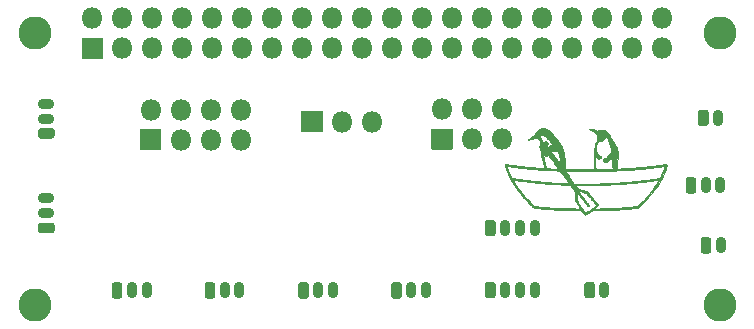
<source format=gbs>
%TF.GenerationSoftware,KiCad,Pcbnew,5.1.10-88a1d61d58~88~ubuntu20.04.1*%
%TF.CreationDate,2021-05-10T23:55:53-04:00*%
%TF.ProjectId,reminder-mainboard,72656d69-6e64-4657-922d-6d61696e626f,rev?*%
%TF.SameCoordinates,Original*%
%TF.FileFunction,Soldermask,Bot*%
%TF.FilePolarity,Negative*%
%FSLAX46Y46*%
G04 Gerber Fmt 4.6, Leading zero omitted, Abs format (unit mm)*
G04 Created by KiCad (PCBNEW 5.1.10-88a1d61d58~88~ubuntu20.04.1) date 2021-05-10 23:55:53*
%MOMM*%
%LPD*%
G01*
G04 APERTURE LIST*
%ADD10C,0.010000*%
%ADD11C,2.802000*%
%ADD12O,0.902000X1.402000*%
%ADD13O,1.802000X1.802000*%
%ADD14O,1.402000X0.902000*%
G04 APERTURE END LIST*
D10*
G36*
X166503791Y-100557350D02*
G01*
X166398883Y-100581588D01*
X166288247Y-100623984D01*
X166255700Y-100639153D01*
X166190128Y-100674088D01*
X166133867Y-100712705D01*
X166077029Y-100762157D01*
X166051644Y-100786848D01*
X166008259Y-100831678D01*
X165974224Y-100872020D01*
X165944734Y-100914848D01*
X165914989Y-100967136D01*
X165880194Y-101035842D01*
X165804850Y-101189235D01*
X165709671Y-101231043D01*
X165655250Y-101256808D01*
X165601544Y-101285294D01*
X165559580Y-101310630D01*
X165557271Y-101312200D01*
X165527569Y-101334362D01*
X165488572Y-101365872D01*
X165444238Y-101403229D01*
X165398526Y-101442931D01*
X165355394Y-101481478D01*
X165318800Y-101515369D01*
X165292701Y-101541103D01*
X165281057Y-101555179D01*
X165280958Y-101556590D01*
X165294027Y-101554911D01*
X165328155Y-101547700D01*
X165379807Y-101535782D01*
X165445450Y-101519983D01*
X165521551Y-101501130D01*
X165564235Y-101490356D01*
X165660521Y-101466256D01*
X165737049Y-101448128D01*
X165798529Y-101435126D01*
X165849671Y-101426407D01*
X165895185Y-101421129D01*
X165939781Y-101418447D01*
X165969950Y-101417705D01*
X166033015Y-101417691D01*
X166077702Y-101420469D01*
X166110970Y-101426998D01*
X166139775Y-101438239D01*
X166147750Y-101442238D01*
X166186939Y-101468984D01*
X166219002Y-101506301D01*
X166244961Y-101556964D01*
X166265837Y-101623744D01*
X166282649Y-101709414D01*
X166296418Y-101816748D01*
X166300438Y-101857075D01*
X166303850Y-101905295D01*
X166302056Y-101936643D01*
X166293797Y-101959339D01*
X166282144Y-101976208D01*
X166247815Y-102038745D01*
X166236851Y-102106071D01*
X166249055Y-102173494D01*
X166284228Y-102236322D01*
X166293619Y-102247497D01*
X166318136Y-102279999D01*
X166329380Y-102312837D01*
X166331933Y-102354762D01*
X166335929Y-102428825D01*
X166347367Y-102523796D01*
X166365521Y-102636528D01*
X166389665Y-102763880D01*
X166419070Y-102902707D01*
X166453011Y-103049864D01*
X166490760Y-103202209D01*
X166531591Y-103356598D01*
X166574777Y-103509886D01*
X166619590Y-103658931D01*
X166665305Y-103800587D01*
X166668175Y-103809120D01*
X166686190Y-103862968D01*
X166700735Y-103907224D01*
X166710156Y-103936804D01*
X166712900Y-103946598D01*
X166701192Y-103947953D01*
X166669880Y-103947500D01*
X166624688Y-103945376D01*
X166601775Y-103943939D01*
X166548378Y-103940393D01*
X166477594Y-103935751D01*
X166397385Y-103930533D01*
X166315712Y-103925257D01*
X166287450Y-103923442D01*
X166155283Y-103914140D01*
X166001279Y-103901842D01*
X165828785Y-103886848D01*
X165641149Y-103869460D01*
X165441719Y-103849980D01*
X165233843Y-103828707D01*
X165233350Y-103828656D01*
X165139086Y-103818816D01*
X165045050Y-103809038D01*
X164956884Y-103799906D01*
X164880230Y-103792003D01*
X164820729Y-103785914D01*
X164801550Y-103783971D01*
X164588275Y-103761782D01*
X164395102Y-103740161D01*
X164216762Y-103718473D01*
X164047986Y-103696082D01*
X163912550Y-103676679D01*
X163780182Y-103657270D01*
X163670615Y-103641694D01*
X163581573Y-103629753D01*
X163510779Y-103621248D01*
X163455957Y-103615981D01*
X163414829Y-103613755D01*
X163385120Y-103614371D01*
X163364552Y-103617631D01*
X163350850Y-103623338D01*
X163345519Y-103627352D01*
X163330767Y-103647541D01*
X163323970Y-103676338D01*
X163325522Y-103716588D01*
X163335815Y-103771136D01*
X163355242Y-103842825D01*
X163384196Y-103934501D01*
X163390573Y-103953715D01*
X163432978Y-104078515D01*
X163471469Y-104186106D01*
X163508994Y-104283735D01*
X163548502Y-104378650D01*
X163592941Y-104478096D01*
X163645260Y-104589322D01*
X163670466Y-104641650D01*
X163796851Y-104890419D01*
X163931915Y-105131738D01*
X164077834Y-105368816D01*
X164236789Y-105604861D01*
X164410958Y-105843083D01*
X164602519Y-106086689D01*
X164813650Y-106338889D01*
X164856032Y-106387900D01*
X164897761Y-106434683D01*
X164951509Y-106493017D01*
X165015038Y-106560630D01*
X165086115Y-106635249D01*
X165162503Y-106714604D01*
X165241967Y-106796422D01*
X165322272Y-106878432D01*
X165401183Y-106958362D01*
X165476465Y-107033940D01*
X165545881Y-107102895D01*
X165607197Y-107162955D01*
X165658178Y-107211847D01*
X165696587Y-107247301D01*
X165720190Y-107267045D01*
X165722893Y-107268881D01*
X165735998Y-107275521D01*
X165754734Y-107281975D01*
X165780827Y-107288455D01*
X165816001Y-107295175D01*
X165861981Y-107302348D01*
X165920493Y-107310185D01*
X165993261Y-107318900D01*
X166082011Y-107328707D01*
X166188468Y-107339817D01*
X166314356Y-107352443D01*
X166461401Y-107366799D01*
X166631328Y-107383097D01*
X166706550Y-107390251D01*
X166937898Y-107411407D01*
X167161544Y-107430115D01*
X167380996Y-107446547D01*
X167599759Y-107460876D01*
X167821339Y-107473274D01*
X168049242Y-107483915D01*
X168286975Y-107492970D01*
X168538044Y-107500614D01*
X168805955Y-107507017D01*
X169094214Y-107512353D01*
X169227500Y-107514395D01*
X169779950Y-107522380D01*
X169887900Y-107679932D01*
X169941503Y-107755306D01*
X169985472Y-107810262D01*
X170021907Y-107846908D01*
X170052908Y-107867352D01*
X170080576Y-107873703D01*
X170080945Y-107873702D01*
X170096784Y-107868279D01*
X170131793Y-107853167D01*
X170182410Y-107830005D01*
X170245073Y-107800435D01*
X170316220Y-107766098D01*
X170344375Y-107752321D01*
X170423070Y-107712902D01*
X170499195Y-107673373D01*
X170567899Y-107636358D01*
X170624333Y-107604481D01*
X170663645Y-107580365D01*
X170669007Y-107576717D01*
X170746714Y-107522396D01*
X171209482Y-107513980D01*
X171533811Y-107507304D01*
X171835528Y-107499428D01*
X172117399Y-107490215D01*
X172382188Y-107479527D01*
X172632662Y-107467228D01*
X172871587Y-107453182D01*
X173101727Y-107437251D01*
X173325848Y-107419298D01*
X173546717Y-107399187D01*
X173564550Y-107397459D01*
X173748676Y-107379516D01*
X173909225Y-107363787D01*
X174047905Y-107350066D01*
X174166423Y-107338143D01*
X174266486Y-107327812D01*
X174349802Y-107318863D01*
X174418078Y-107311090D01*
X174473022Y-107304284D01*
X174516341Y-107298236D01*
X174549742Y-107292739D01*
X174574933Y-107287586D01*
X174593621Y-107282567D01*
X174607514Y-107277474D01*
X174618319Y-107272101D01*
X174624581Y-107268304D01*
X174645773Y-107251238D01*
X174682165Y-107218021D01*
X174731497Y-107170949D01*
X174791512Y-107112319D01*
X174859949Y-107044429D01*
X174934550Y-106969575D01*
X175013055Y-106890055D01*
X175093207Y-106808165D01*
X175172746Y-106726202D01*
X175249412Y-106646464D01*
X175320947Y-106571248D01*
X175385093Y-106502849D01*
X175439589Y-106443567D01*
X175477913Y-106400600D01*
X175734600Y-106095959D01*
X175967861Y-105796683D01*
X176178685Y-105501141D01*
X176368063Y-105207699D01*
X176514824Y-104953162D01*
X176326800Y-104953162D01*
X176319658Y-104978214D01*
X176299325Y-105021218D01*
X176267439Y-105079507D01*
X176225639Y-105150413D01*
X176175563Y-105231266D01*
X176118852Y-105319400D01*
X176057143Y-105412145D01*
X175992075Y-105506833D01*
X175950996Y-105565022D01*
X175828874Y-105732554D01*
X175707110Y-105891892D01*
X175582625Y-106046607D01*
X175452340Y-106200272D01*
X175313177Y-106356459D01*
X175162058Y-106518740D01*
X174995903Y-106690687D01*
X174879640Y-106808067D01*
X174542450Y-107145685D01*
X174326550Y-107173090D01*
X174260371Y-107180922D01*
X174173844Y-107190293D01*
X174071944Y-107200713D01*
X173959641Y-107211691D01*
X173841908Y-107222737D01*
X173723718Y-107233359D01*
X173659800Y-107238887D01*
X173545866Y-107248677D01*
X173431697Y-107258646D01*
X173321837Y-107268389D01*
X173220828Y-107277495D01*
X173133212Y-107285557D01*
X173063531Y-107292166D01*
X173031150Y-107295374D01*
X172928739Y-107304529D01*
X172804449Y-107313522D01*
X172661801Y-107322211D01*
X172504316Y-107330457D01*
X172335515Y-107338119D01*
X172158920Y-107345058D01*
X171978052Y-107351133D01*
X171796431Y-107356203D01*
X171617579Y-107360129D01*
X171445017Y-107362770D01*
X171311464Y-107363875D01*
X170899878Y-107365800D01*
X171033542Y-107228733D01*
X171086499Y-107173703D01*
X171123939Y-107132548D01*
X171148652Y-107101535D01*
X171163423Y-107076927D01*
X171171041Y-107054990D01*
X171172176Y-107048330D01*
X171008615Y-107048330D01*
X170845133Y-107221715D01*
X170789864Y-107279679D01*
X170737030Y-107333901D01*
X170690448Y-107380553D01*
X170653936Y-107415803D01*
X170633077Y-107434425D01*
X170609445Y-107450282D01*
X170568606Y-107474318D01*
X170514670Y-107504399D01*
X170451746Y-107538394D01*
X170383946Y-107574170D01*
X170315378Y-107609594D01*
X170250153Y-107642534D01*
X170192382Y-107670858D01*
X170146174Y-107692432D01*
X170115640Y-107705125D01*
X170106591Y-107707588D01*
X170094923Y-107697767D01*
X170072034Y-107669749D01*
X170040314Y-107626784D01*
X170002153Y-107572120D01*
X169959941Y-107509005D01*
X169955570Y-107502325D01*
X169901098Y-107418991D01*
X169863276Y-107361214D01*
X169672000Y-107361214D01*
X169659749Y-107362478D01*
X169624784Y-107363348D01*
X169569787Y-107363848D01*
X169497439Y-107364005D01*
X169410425Y-107363847D01*
X169311425Y-107363400D01*
X169203123Y-107362690D01*
X169088200Y-107361745D01*
X168969339Y-107360590D01*
X168849221Y-107359253D01*
X168730530Y-107357760D01*
X168615948Y-107356137D01*
X168508156Y-107354412D01*
X168409837Y-107352611D01*
X168323674Y-107350760D01*
X168252348Y-107348887D01*
X168198542Y-107347018D01*
X168186100Y-107346456D01*
X168136023Y-107344028D01*
X168066602Y-107340681D01*
X167983866Y-107336705D01*
X167893844Y-107332389D01*
X167802562Y-107328022D01*
X167786050Y-107327234D01*
X167688675Y-107322119D01*
X167585343Y-107315890D01*
X167483847Y-107309072D01*
X167391977Y-107302188D01*
X167317526Y-107295761D01*
X167316150Y-107295630D01*
X167233466Y-107287840D01*
X167135779Y-107278853D01*
X167033399Y-107269604D01*
X166936635Y-107261031D01*
X166903400Y-107258138D01*
X166807324Y-107249823D01*
X166697726Y-107240334D01*
X166586393Y-107230691D01*
X166485108Y-107221915D01*
X166458900Y-107219644D01*
X166363639Y-107210838D01*
X166255669Y-107199975D01*
X166146480Y-107188261D01*
X166047562Y-107176903D01*
X166020750Y-107173639D01*
X165804850Y-107146899D01*
X165455600Y-106795974D01*
X165336768Y-106676057D01*
X165233255Y-106570297D01*
X165142008Y-106475314D01*
X165059972Y-106387727D01*
X164984093Y-106304158D01*
X164911317Y-106221226D01*
X164838589Y-106135550D01*
X164762855Y-106043752D01*
X164681061Y-105942450D01*
X164656148Y-105911285D01*
X164586335Y-105821856D01*
X164512832Y-105724216D01*
X164437670Y-105621352D01*
X164362880Y-105516251D01*
X164290495Y-105411898D01*
X164222546Y-105311280D01*
X164161063Y-105217383D01*
X164108080Y-105133194D01*
X164065626Y-105061698D01*
X164035734Y-105005882D01*
X164026549Y-104985787D01*
X164007460Y-104940100D01*
X164069868Y-104940100D01*
X164108421Y-104942270D01*
X164163738Y-104948139D01*
X164227615Y-104956739D01*
X164276413Y-104964434D01*
X164385980Y-104982005D01*
X164513354Y-105000899D01*
X164651050Y-105020111D01*
X164791582Y-105038634D01*
X164927465Y-105055463D01*
X165051213Y-105069592D01*
X165087300Y-105073407D01*
X165171116Y-105082483D01*
X165269979Y-105093856D01*
X165373779Y-105106325D01*
X165472403Y-105118690D01*
X165512750Y-105123946D01*
X165608682Y-105135950D01*
X165718749Y-105148633D01*
X165831760Y-105160770D01*
X165936522Y-105171134D01*
X165976300Y-105174745D01*
X166061323Y-105182362D01*
X166163735Y-105191809D01*
X166275656Y-105202342D01*
X166389205Y-105213217D01*
X166496502Y-105223692D01*
X166522400Y-105226258D01*
X166768851Y-105249115D01*
X167036210Y-105270863D01*
X167320001Y-105291207D01*
X167615747Y-105309855D01*
X167918968Y-105326512D01*
X168225189Y-105340885D01*
X168351200Y-105346075D01*
X168446357Y-105350001D01*
X168537793Y-105354088D01*
X168621010Y-105358112D01*
X168691506Y-105361848D01*
X168744781Y-105365069D01*
X168772311Y-105367155D01*
X168856872Y-105374952D01*
X169027971Y-105605201D01*
X169089606Y-105687381D01*
X169138949Y-105753053D01*
X169177351Y-105806369D01*
X169206165Y-105851480D01*
X169226740Y-105892538D01*
X169240428Y-105933697D01*
X169248580Y-105979107D01*
X169252548Y-106032920D01*
X169253682Y-106099290D01*
X169253335Y-106182367D01*
X169252856Y-106286305D01*
X169252853Y-106296232D01*
X169253155Y-106411942D01*
X169254099Y-106504757D01*
X169255789Y-106577179D01*
X169258331Y-106631709D01*
X169261830Y-106670846D01*
X169266392Y-106697092D01*
X169270209Y-106708982D01*
X169283728Y-106735266D01*
X169309448Y-106779952D01*
X169345625Y-106840215D01*
X169390514Y-106913229D01*
X169442368Y-106996169D01*
X169499442Y-107086208D01*
X169559991Y-107180521D01*
X169591530Y-107229177D01*
X169623213Y-107278566D01*
X169649023Y-107320085D01*
X169666198Y-107349202D01*
X169672000Y-107361214D01*
X169863276Y-107361214D01*
X169839526Y-107324934D01*
X169776773Y-107229189D01*
X169718759Y-107140787D01*
X169691363Y-107099100D01*
X169643062Y-107025486D01*
X169592914Y-106948781D01*
X169545257Y-106875638D01*
X169504430Y-106812713D01*
X169483609Y-106780440D01*
X169405300Y-106658631D01*
X169405300Y-106320815D01*
X169405723Y-106227311D01*
X169406922Y-106144058D01*
X169408792Y-106074165D01*
X169411227Y-106020743D01*
X169414124Y-105986901D01*
X169416939Y-105975805D01*
X169426814Y-105984049D01*
X169449901Y-106010650D01*
X169484488Y-106053415D01*
X169528861Y-106110150D01*
X169581306Y-106178661D01*
X169640112Y-106256755D01*
X169703563Y-106342237D01*
X169711404Y-106352881D01*
X169781599Y-106448228D01*
X169852550Y-106544554D01*
X169921517Y-106638143D01*
X169985763Y-106725283D01*
X170042550Y-106802259D01*
X170089140Y-106865357D01*
X170116416Y-106902250D01*
X170161757Y-106963679D01*
X170205298Y-107022967D01*
X170243208Y-107074875D01*
X170271657Y-107114166D01*
X170280886Y-107127091D01*
X170323169Y-107186833D01*
X170379303Y-107148212D01*
X170409993Y-107123636D01*
X170428650Y-107101910D01*
X170431544Y-107092118D01*
X170423486Y-107078935D01*
X170401679Y-107047206D01*
X170367475Y-106998806D01*
X170322227Y-106935612D01*
X170267289Y-106859500D01*
X170204014Y-106772346D01*
X170133754Y-106676025D01*
X170057863Y-106572414D01*
X169995850Y-106488044D01*
X169916331Y-106379953D01*
X169841170Y-106277664D01*
X169771745Y-106183060D01*
X169709436Y-106098026D01*
X169655621Y-106024448D01*
X169611679Y-105964210D01*
X169578989Y-105919196D01*
X169558930Y-105891291D01*
X169552959Y-105882650D01*
X169549807Y-105874281D01*
X169553813Y-105869682D01*
X169567343Y-105869396D01*
X169592760Y-105873967D01*
X169632430Y-105883941D01*
X169688715Y-105899862D01*
X169763981Y-105922274D01*
X169860592Y-105951722D01*
X169883850Y-105958862D01*
X169982673Y-105989673D01*
X170060947Y-106015732D01*
X170122555Y-106039233D01*
X170171382Y-106062369D01*
X170211310Y-106087335D01*
X170246222Y-106116325D01*
X170280001Y-106151532D01*
X170316531Y-106195151D01*
X170328523Y-106210100D01*
X170356335Y-106244399D01*
X170397701Y-106294676D01*
X170449777Y-106357509D01*
X170509718Y-106429477D01*
X170574680Y-106507160D01*
X170641820Y-106587137D01*
X170658195Y-106606594D01*
X170723799Y-106684921D01*
X170786342Y-106760371D01*
X170843301Y-106829844D01*
X170892158Y-106890240D01*
X170930391Y-106938458D01*
X170955479Y-106971399D01*
X170960235Y-106978084D01*
X171008615Y-107048330D01*
X171172176Y-107048330D01*
X171173357Y-107041408D01*
X171174473Y-107005928D01*
X171164483Y-106977711D01*
X171140129Y-106945788D01*
X171119765Y-106921709D01*
X171086675Y-106881860D01*
X171044122Y-106830204D01*
X170995370Y-106770705D01*
X170943686Y-106707327D01*
X170942000Y-106705255D01*
X170882364Y-106632410D01*
X170817932Y-106554508D01*
X170754259Y-106478212D01*
X170696899Y-106410186D01*
X170662239Y-106369616D01*
X170605532Y-106303214D01*
X170542055Y-106227955D01*
X170479790Y-106153353D01*
X170429434Y-106092243D01*
X170386185Y-106040488D01*
X170346050Y-105994651D01*
X170312938Y-105959048D01*
X170290761Y-105937994D01*
X170287498Y-105935585D01*
X170262648Y-105923497D01*
X170220288Y-105907026D01*
X170167333Y-105888753D01*
X170132952Y-105877876D01*
X170077184Y-105860872D01*
X170004580Y-105838751D01*
X169922602Y-105813787D01*
X169858172Y-105794175D01*
X169404954Y-105794175D01*
X169394790Y-105801985D01*
X169383075Y-105803146D01*
X169365321Y-105793156D01*
X169338717Y-105767238D01*
X169308497Y-105730607D01*
X169303425Y-105723755D01*
X169282541Y-105695191D01*
X169248740Y-105649087D01*
X169204163Y-105588358D01*
X169150951Y-105515921D01*
X169091246Y-105434690D01*
X169027190Y-105347581D01*
X168966875Y-105265596D01*
X168945786Y-105236932D01*
X168754742Y-105236932D01*
X168754703Y-105239694D01*
X168750652Y-105241780D01*
X168740855Y-105243129D01*
X168723578Y-105243680D01*
X168697087Y-105243375D01*
X168659646Y-105242150D01*
X168609523Y-105239947D01*
X168544983Y-105236705D01*
X168464291Y-105232363D01*
X168365714Y-105226860D01*
X168247517Y-105220137D01*
X168107966Y-105212132D01*
X167945328Y-105202785D01*
X167889924Y-105199603D01*
X167758208Y-105191745D01*
X167620271Y-105182976D01*
X167481315Y-105173663D01*
X167346540Y-105164175D01*
X167221149Y-105154876D01*
X167110343Y-105146135D01*
X167019323Y-105138318D01*
X167013624Y-105137796D01*
X166916038Y-105128960D01*
X166819247Y-105120458D01*
X166728465Y-105112729D01*
X166648901Y-105106210D01*
X166585766Y-105101341D01*
X166554150Y-105099149D01*
X166479260Y-105093704D01*
X166383987Y-105085694D01*
X166273164Y-105075605D01*
X166151625Y-105063924D01*
X166024203Y-105051140D01*
X165895730Y-105037738D01*
X165771041Y-105024205D01*
X165654968Y-105011030D01*
X165552344Y-104998699D01*
X165531800Y-104996116D01*
X165440644Y-104984695D01*
X165344405Y-104972898D01*
X165251146Y-104961697D01*
X165168927Y-104952062D01*
X165119050Y-104946412D01*
X165058924Y-104939398D01*
X164979527Y-104929596D01*
X164886740Y-104917762D01*
X164786445Y-104904652D01*
X164684523Y-104891022D01*
X164623750Y-104882733D01*
X164522780Y-104868856D01*
X164418970Y-104854609D01*
X164318425Y-104840829D01*
X164227248Y-104828351D01*
X164151546Y-104818011D01*
X164116761Y-104813274D01*
X164045522Y-104803232D01*
X163994749Y-104794800D01*
X163959681Y-104786636D01*
X163935555Y-104777396D01*
X163917610Y-104765737D01*
X163903992Y-104753252D01*
X163883169Y-104725143D01*
X163855241Y-104676731D01*
X163821731Y-104611602D01*
X163784163Y-104533342D01*
X163744060Y-104445539D01*
X163702945Y-104351779D01*
X163662343Y-104255648D01*
X163623776Y-104160731D01*
X163588767Y-104070617D01*
X163558841Y-103988891D01*
X163535521Y-103919139D01*
X163520329Y-103864949D01*
X163515368Y-103838375D01*
X163509197Y-103784400D01*
X163564824Y-103784474D01*
X163601991Y-103786446D01*
X163655380Y-103791672D01*
X163716159Y-103799220D01*
X163747450Y-103803709D01*
X163878802Y-103823409D01*
X163990997Y-103839905D01*
X164089966Y-103853974D01*
X164181640Y-103866394D01*
X164271949Y-103877939D01*
X164366822Y-103889386D01*
X164472191Y-103901513D01*
X164593986Y-103915094D01*
X164620938Y-103918064D01*
X164720781Y-103929156D01*
X164812984Y-103939598D01*
X164894392Y-103949019D01*
X164961849Y-103957044D01*
X165012197Y-103963301D01*
X165042280Y-103967417D01*
X165049200Y-103968677D01*
X165065434Y-103970841D01*
X165104308Y-103974826D01*
X165163148Y-103980403D01*
X165239279Y-103987343D01*
X165330023Y-103995416D01*
X165432706Y-104004394D01*
X165544651Y-104014047D01*
X165663184Y-104024147D01*
X165785627Y-104034464D01*
X165909306Y-104044769D01*
X166031545Y-104054834D01*
X166149667Y-104064430D01*
X166260998Y-104073326D01*
X166362862Y-104081295D01*
X166382700Y-104082822D01*
X166448225Y-104087658D01*
X166516600Y-104092289D01*
X166590173Y-104096829D01*
X166671293Y-104101393D01*
X166762309Y-104106095D01*
X166865569Y-104111050D01*
X166983421Y-104116371D01*
X167118215Y-104122172D01*
X167272300Y-104128569D01*
X167448022Y-104135675D01*
X167563800Y-104140287D01*
X167656721Y-104144129D01*
X167742336Y-104147970D01*
X167817060Y-104151626D01*
X167877308Y-104154910D01*
X167919495Y-104157640D01*
X167940033Y-104159628D01*
X167940368Y-104159693D01*
X167954580Y-104170791D01*
X167982066Y-104201146D01*
X168023026Y-104251011D01*
X168077656Y-104320640D01*
X168146156Y-104410286D01*
X168228723Y-104520202D01*
X168325555Y-104650643D01*
X168353118Y-104687986D01*
X168428234Y-104789931D01*
X168498946Y-104886039D01*
X168563787Y-104974304D01*
X168621288Y-105052720D01*
X168669981Y-105119282D01*
X168708397Y-105171986D01*
X168735068Y-105208826D01*
X168748526Y-105227795D01*
X168749722Y-105229623D01*
X168752504Y-105233555D01*
X168754742Y-105236932D01*
X168945786Y-105236932D01*
X168894110Y-105166695D01*
X168817976Y-105063186D01*
X168741773Y-104959560D01*
X168668804Y-104860306D01*
X168602370Y-104769916D01*
X168545772Y-104692881D01*
X168518697Y-104656012D01*
X168462250Y-104579128D01*
X168403929Y-104499694D01*
X168347807Y-104423254D01*
X168297956Y-104355358D01*
X168258449Y-104301551D01*
X168253635Y-104294994D01*
X168218104Y-104245399D01*
X168189626Y-104203325D01*
X168170823Y-104172822D01*
X168164315Y-104157940D01*
X168164557Y-104157310D01*
X168174848Y-104153259D01*
X168189763Y-104159136D01*
X168210760Y-104176590D01*
X168239298Y-104207269D01*
X168276834Y-104252823D01*
X168324827Y-104314901D01*
X168384733Y-104395152D01*
X168433171Y-104461153D01*
X168500204Y-104552831D01*
X168577629Y-104658557D01*
X168660755Y-104771938D01*
X168744895Y-104886582D01*
X168825359Y-104996098D01*
X168890371Y-105084466D01*
X168992663Y-105223435D01*
X169080853Y-105343341D01*
X169155930Y-105445548D01*
X169218885Y-105531423D01*
X169270708Y-105602332D01*
X169312389Y-105659639D01*
X169344919Y-105704711D01*
X169369287Y-105738913D01*
X169386484Y-105763611D01*
X169397501Y-105780171D01*
X169403326Y-105789958D01*
X169404954Y-105794175D01*
X169858172Y-105794175D01*
X169838716Y-105788253D01*
X169792478Y-105774184D01*
X169720596Y-105751711D01*
X169655751Y-105730309D01*
X169602478Y-105711561D01*
X169565308Y-105697053D01*
X169549980Y-105689400D01*
X169533650Y-105673114D01*
X169507228Y-105641938D01*
X169474183Y-105600491D01*
X169437985Y-105553392D01*
X169402104Y-105505260D01*
X169370008Y-105460715D01*
X169345167Y-105424375D01*
X169331052Y-105400860D01*
X169329100Y-105395330D01*
X169341469Y-105393580D01*
X169377252Y-105391905D01*
X169434460Y-105390331D01*
X169511109Y-105388881D01*
X169605212Y-105387579D01*
X169714781Y-105386449D01*
X169837830Y-105385514D01*
X169972373Y-105384799D01*
X170116423Y-105384328D01*
X170259375Y-105384128D01*
X170418645Y-105383882D01*
X170576345Y-105383324D01*
X170729721Y-105382482D01*
X170876014Y-105381386D01*
X171012469Y-105380065D01*
X171136330Y-105378547D01*
X171244840Y-105376861D01*
X171335242Y-105375036D01*
X171404780Y-105373101D01*
X171437300Y-105371807D01*
X171525978Y-105367650D01*
X171631991Y-105362818D01*
X171747297Y-105357669D01*
X171863851Y-105352562D01*
X171973611Y-105347855D01*
X172002450Y-105346639D01*
X172182052Y-105338635D01*
X172367591Y-105329491D01*
X172555697Y-105319424D01*
X172743004Y-105308648D01*
X172926142Y-105297382D01*
X173101742Y-105285840D01*
X173266437Y-105274240D01*
X173416857Y-105262798D01*
X173549633Y-105251730D01*
X173661398Y-105241252D01*
X173690164Y-105238273D01*
X173768213Y-105230271D01*
X173861757Y-105221144D01*
X173960970Y-105211825D01*
X174056031Y-105203247D01*
X174091600Y-105200154D01*
X174264909Y-105184856D01*
X174422656Y-105170049D01*
X174562708Y-105155953D01*
X174682934Y-105142787D01*
X174781201Y-105130772D01*
X174828200Y-105124283D01*
X174880694Y-105117147D01*
X174951711Y-105108258D01*
X175034502Y-105098422D01*
X175122318Y-105088443D01*
X175196500Y-105080383D01*
X175336429Y-105064836D01*
X175484031Y-105047162D01*
X175633208Y-105028169D01*
X175777864Y-105008667D01*
X175911901Y-104989462D01*
X176029223Y-104971363D01*
X176070888Y-104964482D01*
X176161313Y-104950688D01*
X176233839Y-104942780D01*
X176286714Y-104940837D01*
X176318186Y-104944935D01*
X176326800Y-104953162D01*
X176514824Y-104953162D01*
X176536986Y-104914726D01*
X176686442Y-104620587D01*
X176817424Y-104323652D01*
X176930920Y-104022287D01*
X176944331Y-103983025D01*
X176966564Y-103915006D01*
X176987084Y-103848294D01*
X176994659Y-103821838D01*
X176825932Y-103821838D01*
X176825019Y-103835200D01*
X176817091Y-103879546D01*
X176799600Y-103942118D01*
X176774113Y-104019191D01*
X176742198Y-104107043D01*
X176705422Y-104201949D01*
X176665351Y-104300186D01*
X176623553Y-104398032D01*
X176581596Y-104491762D01*
X176541045Y-104577653D01*
X176503469Y-104651981D01*
X176470435Y-104711024D01*
X176443509Y-104751058D01*
X176435838Y-104759868D01*
X176411268Y-104777913D01*
X176374857Y-104790803D01*
X176320168Y-104800733D01*
X176313068Y-104801698D01*
X176275514Y-104806765D01*
X176217131Y-104814745D01*
X176142243Y-104825042D01*
X176055178Y-104837060D01*
X175960261Y-104850202D01*
X175861820Y-104863872D01*
X175856900Y-104864557D01*
X175749653Y-104879276D01*
X175637755Y-104894283D01*
X175527407Y-104908769D01*
X175424807Y-104921928D01*
X175336154Y-104932954D01*
X175279050Y-104939742D01*
X175191098Y-104950045D01*
X175087789Y-104962439D01*
X174978953Y-104975729D01*
X174874420Y-104988718D01*
X174815500Y-104996170D01*
X174719267Y-105007949D01*
X174607961Y-105020745D01*
X174486460Y-105034066D01*
X174359644Y-105047420D01*
X174232389Y-105060315D01*
X174109576Y-105072260D01*
X173996081Y-105082762D01*
X173896783Y-105091329D01*
X173816561Y-105097471D01*
X173799500Y-105098605D01*
X173729766Y-105103478D01*
X173641204Y-105110321D01*
X173540262Y-105118580D01*
X173433386Y-105127703D01*
X173327025Y-105137138D01*
X173227624Y-105146332D01*
X173141632Y-105154732D01*
X173126400Y-105156290D01*
X173069433Y-105161426D01*
X172990279Y-105167463D01*
X172892129Y-105174226D01*
X172778173Y-105181540D01*
X172651601Y-105189229D01*
X172515606Y-105197118D01*
X172373376Y-105205031D01*
X172228102Y-105212793D01*
X172082975Y-105220230D01*
X171941185Y-105227165D01*
X171805923Y-105233423D01*
X171680380Y-105238829D01*
X171567745Y-105243207D01*
X171507150Y-105245285D01*
X171237145Y-105253095D01*
X170965266Y-105259299D01*
X170695525Y-105263862D01*
X170431933Y-105266750D01*
X170178503Y-105267929D01*
X169939245Y-105267364D01*
X169718171Y-105265021D01*
X169560513Y-105261927D01*
X169216299Y-105253555D01*
X168856775Y-104764469D01*
X168783530Y-104664816D01*
X168714014Y-104570209D01*
X168649854Y-104482865D01*
X168592676Y-104405001D01*
X168544109Y-104338833D01*
X168505780Y-104286577D01*
X168479315Y-104250451D01*
X168466610Y-104233040D01*
X168449094Y-104205250D01*
X168442125Y-104186646D01*
X168442889Y-104183778D01*
X168456203Y-104182927D01*
X168493413Y-104182109D01*
X168553017Y-104181328D01*
X168633511Y-104180591D01*
X168733391Y-104179905D01*
X168851155Y-104179276D01*
X168985300Y-104178709D01*
X169134321Y-104178211D01*
X169296716Y-104177788D01*
X169470982Y-104177447D01*
X169655614Y-104177193D01*
X169849110Y-104177033D01*
X170049967Y-104176973D01*
X170092779Y-104176974D01*
X170387131Y-104176890D01*
X170657789Y-104176579D01*
X170906460Y-104176019D01*
X171134850Y-104175187D01*
X171344664Y-104174060D01*
X171537610Y-104172616D01*
X171715392Y-104170831D01*
X171879717Y-104168684D01*
X172032290Y-104166151D01*
X172174818Y-104163209D01*
X172309007Y-104159837D01*
X172436562Y-104156010D01*
X172559190Y-104151706D01*
X172678597Y-104146904D01*
X172796488Y-104141579D01*
X172815250Y-104140680D01*
X172904298Y-104136475D01*
X173010919Y-104131586D01*
X173127308Y-104126361D01*
X173245659Y-104121150D01*
X173358167Y-104116301D01*
X173399450Y-104114556D01*
X173505792Y-104109727D01*
X173619506Y-104103939D01*
X173733211Y-104097610D01*
X173839526Y-104091158D01*
X173931068Y-104085002D01*
X173964600Y-104082508D01*
X174075648Y-104073817D01*
X174194637Y-104064327D01*
X174318975Y-104054260D01*
X174446070Y-104043835D01*
X174573330Y-104033274D01*
X174698163Y-104022799D01*
X174817977Y-104012630D01*
X174890307Y-104006415D01*
X172466000Y-104006415D01*
X172454080Y-104008850D01*
X172421434Y-104011413D01*
X172372730Y-104013832D01*
X172312641Y-104015835D01*
X172297725Y-104016208D01*
X172246486Y-104017182D01*
X172177942Y-104018144D01*
X172094960Y-104019079D01*
X172000402Y-104019974D01*
X171897134Y-104020815D01*
X171788020Y-104021586D01*
X171675924Y-104022275D01*
X171563711Y-104022868D01*
X171454245Y-104023350D01*
X171350390Y-104023708D01*
X171255011Y-104023927D01*
X171170972Y-104023993D01*
X171101138Y-104023893D01*
X171048372Y-104023612D01*
X171015540Y-104023137D01*
X171005400Y-104022525D01*
X171004477Y-104009493D01*
X171001963Y-103974980D01*
X170998138Y-103922836D01*
X170993286Y-103856910D01*
X170987690Y-103781053D01*
X170986530Y-103765350D01*
X170978073Y-103627677D01*
X170972504Y-103486111D01*
X170969889Y-103346754D01*
X170970293Y-103215711D01*
X170973781Y-103099083D01*
X170978585Y-103023241D01*
X170986450Y-102928832D01*
X171040438Y-103000488D01*
X171104692Y-103070252D01*
X171173897Y-103116451D01*
X171246662Y-103138589D01*
X171321599Y-103136169D01*
X171374294Y-103119730D01*
X171419206Y-103094446D01*
X171456221Y-103062603D01*
X171479947Y-103029798D01*
X171485506Y-103004212D01*
X171471966Y-102982515D01*
X171437417Y-102951785D01*
X171383840Y-102913780D01*
X171382292Y-102912764D01*
X171288054Y-102845297D01*
X171213345Y-102777266D01*
X171153131Y-102702434D01*
X171102381Y-102614565D01*
X171056887Y-102509567D01*
X171014119Y-102398942D01*
X171028731Y-102265114D01*
X171049684Y-102116918D01*
X171078018Y-101986131D01*
X171113152Y-101874513D01*
X171154505Y-101783824D01*
X171201493Y-101715823D01*
X171215100Y-101701551D01*
X171236643Y-101681619D01*
X171255998Y-101668539D01*
X171279418Y-101660504D01*
X171313156Y-101655710D01*
X171363465Y-101652350D01*
X171390202Y-101650973D01*
X171452313Y-101646726D01*
X171501781Y-101639209D01*
X171543553Y-101625678D01*
X171582577Y-101603390D01*
X171623800Y-101569602D01*
X171672171Y-101521571D01*
X171724138Y-101465824D01*
X171768459Y-101419502D01*
X171809477Y-101380170D01*
X171842854Y-101351758D01*
X171864250Y-101338197D01*
X171865431Y-101337842D01*
X171899599Y-101336288D01*
X171932526Y-101350138D01*
X171965000Y-101380771D01*
X171997805Y-101429566D01*
X172031730Y-101497901D01*
X172067559Y-101587154D01*
X172106080Y-101698704D01*
X172147669Y-101832554D01*
X172184000Y-101954840D01*
X172218142Y-102070842D01*
X172249404Y-102178132D01*
X172277093Y-102274283D01*
X172300519Y-102356869D01*
X172318989Y-102423463D01*
X172331812Y-102471638D01*
X172338296Y-102498967D01*
X172338963Y-102503712D01*
X172331123Y-102519848D01*
X172309392Y-102551934D01*
X172276408Y-102596635D01*
X172234807Y-102650613D01*
X172187225Y-102710531D01*
X172136300Y-102773055D01*
X172084669Y-102834845D01*
X172034968Y-102892567D01*
X172005310Y-102925921D01*
X171934998Y-102998392D01*
X171872397Y-103050554D01*
X171813901Y-103084839D01*
X171755907Y-103103678D01*
X171737277Y-103106788D01*
X171676128Y-103122316D01*
X171637075Y-103150020D01*
X171619670Y-103190368D01*
X171620571Y-103229313D01*
X171641189Y-103299509D01*
X171676697Y-103358762D01*
X171723319Y-103403596D01*
X171777279Y-103430531D01*
X171834801Y-103436091D01*
X171843700Y-103434832D01*
X171929505Y-103409170D01*
X172023785Y-103361235D01*
X172124941Y-103292073D01*
X172231379Y-103202729D01*
X172302622Y-103134345D01*
X172347298Y-103090665D01*
X172384939Y-103056296D01*
X172412425Y-103033899D01*
X172426633Y-103026133D01*
X172427900Y-103027601D01*
X172426090Y-103047414D01*
X172421179Y-103086421D01*
X172413948Y-103138717D01*
X172406406Y-103190238D01*
X172394984Y-103290318D01*
X172387820Y-103406180D01*
X172385489Y-103528475D01*
X172385494Y-103530400D01*
X172386094Y-103608427D01*
X172387917Y-103667905D01*
X172391797Y-103715681D01*
X172398566Y-103758601D01*
X172409056Y-103803512D01*
X172424099Y-103857262D01*
X172426039Y-103863908D01*
X172442022Y-103919059D01*
X172454964Y-103964647D01*
X172463418Y-103995521D01*
X172466000Y-104006415D01*
X174890307Y-104006415D01*
X174930179Y-104002989D01*
X175032179Y-103994096D01*
X175121383Y-103986173D01*
X175195200Y-103979440D01*
X175251037Y-103974119D01*
X175286304Y-103970431D01*
X175298100Y-103968767D01*
X175314960Y-103966048D01*
X175353931Y-103960971D01*
X175411871Y-103953907D01*
X175485638Y-103945229D01*
X175572092Y-103935308D01*
X175668090Y-103924515D01*
X175729799Y-103917684D01*
X175847697Y-103904282D01*
X175973629Y-103889216D01*
X176101060Y-103873321D01*
X176223453Y-103857430D01*
X176334274Y-103842375D01*
X176426986Y-103828989D01*
X176434649Y-103827830D01*
X176520963Y-103815187D01*
X176601685Y-103804270D01*
X176672485Y-103795591D01*
X176729032Y-103789667D01*
X176766996Y-103787011D01*
X176777650Y-103787069D01*
X176810042Y-103790751D01*
X176823869Y-103800037D01*
X176825932Y-103821838D01*
X176994659Y-103821838D01*
X177003700Y-103790265D01*
X177014222Y-103748299D01*
X177014674Y-103746154D01*
X177022480Y-103702409D01*
X177023008Y-103674079D01*
X177015683Y-103652079D01*
X177007875Y-103639047D01*
X177001393Y-103629236D01*
X176994454Y-103621442D01*
X176984652Y-103615807D01*
X176969580Y-103612478D01*
X176946829Y-103611600D01*
X176913993Y-103613316D01*
X176868664Y-103617772D01*
X176808434Y-103625113D01*
X176730897Y-103635484D01*
X176633646Y-103649029D01*
X176514272Y-103665894D01*
X176479200Y-103670856D01*
X176323637Y-103692594D01*
X176186383Y-103711121D01*
X176060671Y-103727267D01*
X175939734Y-103741861D01*
X175816805Y-103755733D01*
X175685117Y-103769712D01*
X175609250Y-103777468D01*
X175538442Y-103784680D01*
X175449374Y-103793826D01*
X175349044Y-103804184D01*
X175244454Y-103815031D01*
X175142603Y-103825643D01*
X175113950Y-103828639D01*
X174905955Y-103849940D01*
X174706449Y-103869449D01*
X174518771Y-103886865D01*
X174346258Y-103901887D01*
X174192249Y-103914216D01*
X174060081Y-103923549D01*
X174059850Y-103923564D01*
X173942843Y-103930996D01*
X173819647Y-103938642D01*
X173692787Y-103946359D01*
X173564790Y-103954005D01*
X173438183Y-103961437D01*
X173315491Y-103968514D01*
X173199241Y-103975094D01*
X173091959Y-103981033D01*
X172996170Y-103986190D01*
X172914402Y-103990422D01*
X172849181Y-103993587D01*
X172803032Y-103995544D01*
X172778483Y-103996149D01*
X172775107Y-103995912D01*
X172775895Y-103983329D01*
X172779401Y-103949872D01*
X172785136Y-103899867D01*
X172792611Y-103837637D01*
X172797619Y-103797100D01*
X172827079Y-103543034D01*
X172849116Y-103311807D01*
X172863736Y-103101967D01*
X172870951Y-102912066D01*
X172870769Y-102740652D01*
X172863199Y-102586277D01*
X172848249Y-102447489D01*
X172825931Y-102322839D01*
X172807380Y-102248368D01*
X172785548Y-102178575D01*
X172759819Y-102114806D01*
X172726888Y-102050506D01*
X172683453Y-101979122D01*
X172635803Y-101907975D01*
X172591160Y-101843112D01*
X172540547Y-101769514D01*
X172492336Y-101699358D01*
X172474252Y-101673025D01*
X172441412Y-101623515D01*
X172399654Y-101558041D01*
X172352743Y-101482647D01*
X172304442Y-101403376D01*
X172262652Y-101333300D01*
X172184444Y-101202485D01*
X172115953Y-101092418D01*
X172055617Y-101001088D01*
X172001878Y-100926481D01*
X171953175Y-100866587D01*
X171907948Y-100819393D01*
X171864638Y-100782887D01*
X171821685Y-100755058D01*
X171809184Y-100748380D01*
X171780327Y-100734914D01*
X171752375Y-100725990D01*
X171719070Y-100720699D01*
X171674151Y-100718128D01*
X171611359Y-100717365D01*
X171596050Y-100717350D01*
X171495948Y-100720552D01*
X171389389Y-100729286D01*
X171297360Y-100741450D01*
X171151069Y-100765550D01*
X171036631Y-100720297D01*
X170945444Y-100685992D01*
X170868926Y-100661991D01*
X170799301Y-100646712D01*
X170728791Y-100638573D01*
X170649619Y-100635990D01*
X170622667Y-100636065D01*
X170561483Y-100637398D01*
X170506991Y-100640032D01*
X170465829Y-100643560D01*
X170446700Y-100646829D01*
X170414950Y-100656327D01*
X170453050Y-100673063D01*
X170574630Y-100727988D01*
X170675954Y-100777499D01*
X170760940Y-100823987D01*
X170833502Y-100869846D01*
X170897557Y-100917468D01*
X170957019Y-100969245D01*
X170989891Y-101001066D01*
X171058976Y-101078175D01*
X171110685Y-101155480D01*
X171126645Y-101185746D01*
X171150022Y-101234957D01*
X171163517Y-101271601D01*
X171169294Y-101305475D01*
X171169521Y-101346375D01*
X171168169Y-101373577D01*
X171164651Y-101413636D01*
X171157879Y-101451999D01*
X171146213Y-101494093D01*
X171128015Y-101545350D01*
X171101644Y-101611199D01*
X171082925Y-101655928D01*
X171035773Y-101771574D01*
X170996826Y-101877295D01*
X170964807Y-101978408D01*
X170938437Y-102080227D01*
X170916438Y-102188069D01*
X170897530Y-102307248D01*
X170880435Y-102443081D01*
X170869770Y-102542038D01*
X170864240Y-102600573D01*
X170859642Y-102660694D01*
X170855899Y-102725331D01*
X170852931Y-102797414D01*
X170850661Y-102879871D01*
X170849010Y-102975633D01*
X170847900Y-103087630D01*
X170847251Y-103218790D01*
X170846987Y-103372043D01*
X170846977Y-103393425D01*
X170846750Y-104024800D01*
X168464914Y-104025810D01*
X168456461Y-104003523D01*
X167843200Y-104003523D01*
X167831609Y-104007748D01*
X167801014Y-104009176D01*
X167757680Y-104007564D01*
X167751125Y-104007095D01*
X167715209Y-104004707D01*
X167657947Y-104001303D01*
X167583365Y-103997105D01*
X167495488Y-103992334D01*
X167398341Y-103987210D01*
X167295948Y-103981955D01*
X167259000Y-103980095D01*
X167160620Y-103974908D01*
X167070428Y-103969654D01*
X166991547Y-103964555D01*
X166927095Y-103959831D01*
X166880193Y-103955704D01*
X166853962Y-103952394D01*
X166849554Y-103951098D01*
X166838995Y-103931418D01*
X166823913Y-103889560D01*
X166804991Y-103828209D01*
X166782912Y-103750048D01*
X166758358Y-103657761D01*
X166732012Y-103554031D01*
X166704557Y-103441542D01*
X166676674Y-103322978D01*
X166649047Y-103201022D01*
X166622358Y-103078358D01*
X166598825Y-102965250D01*
X166581040Y-102878123D01*
X166564652Y-102798771D01*
X166550409Y-102730736D01*
X166539058Y-102677566D01*
X166531347Y-102642803D01*
X166528243Y-102630460D01*
X166530051Y-102618788D01*
X166541306Y-102620935D01*
X166568855Y-102632116D01*
X166576740Y-102635330D01*
X166598624Y-102633660D01*
X166618015Y-102623588D01*
X166634765Y-102597006D01*
X166642152Y-102552669D01*
X166640402Y-102496339D01*
X166629744Y-102433780D01*
X166610405Y-102370757D01*
X166607776Y-102364089D01*
X166593415Y-102326006D01*
X166585713Y-102300298D01*
X166586290Y-102292396D01*
X166586427Y-102292475D01*
X166598144Y-102305162D01*
X166620127Y-102333186D01*
X166648107Y-102371054D01*
X166654925Y-102380555D01*
X166713324Y-102462394D01*
X166687712Y-102554817D01*
X166671524Y-102630008D01*
X166663639Y-102704694D01*
X166664226Y-102772131D01*
X166673451Y-102825580D01*
X166680552Y-102843441D01*
X166713282Y-102881752D01*
X166759584Y-102901873D01*
X166815025Y-102903532D01*
X166875172Y-102886456D01*
X166924639Y-102858463D01*
X166977910Y-102820915D01*
X167305780Y-103266002D01*
X167379397Y-103365908D01*
X167452341Y-103464842D01*
X167522360Y-103559756D01*
X167587204Y-103647602D01*
X167644622Y-103725329D01*
X167692362Y-103789889D01*
X167728174Y-103838233D01*
X167738425Y-103852039D01*
X167776488Y-103903966D01*
X167808375Y-103948847D01*
X167831314Y-103982674D01*
X167842534Y-104001440D01*
X167843200Y-104003523D01*
X168456461Y-104003523D01*
X168454054Y-103997180D01*
X168449887Y-103980531D01*
X168033700Y-103980531D01*
X168032854Y-103986054D01*
X168028857Y-103985327D01*
X168019519Y-103975698D01*
X168002653Y-103954512D01*
X167976068Y-103919119D01*
X167937577Y-103866865D01*
X167919017Y-103841550D01*
X167895429Y-103809361D01*
X167873956Y-103780071D01*
X167853130Y-103751683D01*
X167831481Y-103722204D01*
X167807542Y-103689637D01*
X167779843Y-103651987D01*
X167746916Y-103607260D01*
X167707292Y-103553459D01*
X167659502Y-103488591D01*
X167602078Y-103410659D01*
X167533552Y-103317670D01*
X167452454Y-103207626D01*
X167387341Y-103119276D01*
X167306393Y-103008977D01*
X167239950Y-102917284D01*
X167187044Y-102842660D01*
X167146708Y-102783568D01*
X167117976Y-102738469D01*
X167099881Y-102705827D01*
X167091455Y-102684103D01*
X167091732Y-102671760D01*
X167099744Y-102667260D01*
X167103027Y-102667187D01*
X167112896Y-102677125D01*
X167135604Y-102704925D01*
X167169074Y-102747888D01*
X167211230Y-102803315D01*
X167259997Y-102868509D01*
X167309800Y-102935996D01*
X167368794Y-103016399D01*
X167428354Y-103097503D01*
X167485124Y-103174742D01*
X167535745Y-103243548D01*
X167576860Y-103299354D01*
X167596630Y-103326134D01*
X167689330Y-103451653D01*
X167767986Y-103558526D01*
X167833739Y-103648467D01*
X167887735Y-103723188D01*
X167931117Y-103784401D01*
X167965030Y-103833819D01*
X167990616Y-103873155D01*
X168009019Y-103904121D01*
X168021384Y-103928430D01*
X168028855Y-103947795D01*
X168032575Y-103963928D01*
X168033688Y-103978541D01*
X168033700Y-103980531D01*
X168449887Y-103980531D01*
X168447630Y-103971518D01*
X168439404Y-103925944D01*
X168430110Y-103865818D01*
X168420482Y-103796500D01*
X168411252Y-103723350D01*
X168403152Y-103651730D01*
X168396918Y-103587000D01*
X168395427Y-103568500D01*
X168393035Y-103529704D01*
X168390056Y-103470118D01*
X168386686Y-103394338D01*
X168383123Y-103306962D01*
X168379563Y-103212586D01*
X168377271Y-103147004D01*
X167953920Y-103147004D01*
X167953206Y-103219031D01*
X167950253Y-103305854D01*
X167946843Y-103375355D01*
X167942887Y-103434174D01*
X167938737Y-103478432D01*
X167934741Y-103504251D01*
X167931918Y-103509054D01*
X167922649Y-103496954D01*
X167899925Y-103466461D01*
X167865297Y-103419679D01*
X167820313Y-103358709D01*
X167766524Y-103285654D01*
X167705479Y-103202616D01*
X167638728Y-103111697D01*
X167582886Y-103035555D01*
X167512791Y-102939784D01*
X167447337Y-102850068D01*
X167388058Y-102768528D01*
X167336486Y-102697286D01*
X167294154Y-102638464D01*
X167262594Y-102594184D01*
X167243341Y-102566567D01*
X167237840Y-102557928D01*
X167244492Y-102543090D01*
X167272497Y-102527064D01*
X167317899Y-102510820D01*
X167376742Y-102495329D01*
X167445070Y-102481561D01*
X167518927Y-102470486D01*
X167594357Y-102463075D01*
X167633127Y-102460982D01*
X167734203Y-102457250D01*
X167791877Y-102572397D01*
X167865729Y-102739585D01*
X167919440Y-102904934D01*
X167939386Y-102991528D01*
X167947210Y-103039057D01*
X167951988Y-103088947D01*
X167953920Y-103147004D01*
X168377271Y-103147004D01*
X168376688Y-103130350D01*
X168371387Y-102997536D01*
X168364751Y-102885570D01*
X168356082Y-102789906D01*
X168344678Y-102705999D01*
X168329841Y-102629303D01*
X168310871Y-102555274D01*
X168287068Y-102479367D01*
X168268178Y-102425500D01*
X168213756Y-102294183D01*
X168202802Y-102272298D01*
X166809835Y-102272298D01*
X166809662Y-102280090D01*
X166797950Y-102296298D01*
X166781356Y-102291884D01*
X166757582Y-102265761D01*
X166746378Y-102250192D01*
X166721406Y-102209546D01*
X166713664Y-102183100D01*
X166722201Y-102167320D01*
X166723778Y-102166276D01*
X166737888Y-102170753D01*
X166758821Y-102190580D01*
X166781304Y-102218770D01*
X166800066Y-102248339D01*
X166809835Y-102272298D01*
X168202802Y-102272298D01*
X168141408Y-102149650D01*
X168053004Y-101994599D01*
X168005269Y-101918819D01*
X167347756Y-101918819D01*
X167336998Y-101926907D01*
X167307854Y-101942641D01*
X167265209Y-101963495D01*
X167229983Y-101979765D01*
X167166596Y-102010188D01*
X167099741Y-102045151D01*
X167040815Y-102078611D01*
X167023608Y-102089205D01*
X166935150Y-102145371D01*
X166900567Y-102104460D01*
X166878991Y-102076753D01*
X166866699Y-102056747D01*
X166865642Y-102053138D01*
X166872184Y-102037766D01*
X166889430Y-102008965D01*
X166906567Y-101983288D01*
X166940523Y-101916827D01*
X166945100Y-101883390D01*
X166799348Y-101883390D01*
X166788409Y-101899358D01*
X166761200Y-101926518D01*
X166722144Y-101961331D01*
X166675662Y-102000257D01*
X166626176Y-102039756D01*
X166578109Y-102076291D01*
X166535881Y-102106320D01*
X166503917Y-102126306D01*
X166487768Y-102132775D01*
X166470194Y-102123592D01*
X166451864Y-102102384D01*
X166438186Y-102071278D01*
X166435696Y-102046670D01*
X166446816Y-102031214D01*
X166474148Y-102004819D01*
X166513087Y-101971098D01*
X166559023Y-101933660D01*
X166607351Y-101896117D01*
X166653462Y-101862080D01*
X166692749Y-101835160D01*
X166720606Y-101818968D01*
X166730139Y-101815900D01*
X166759525Y-101825300D01*
X166785482Y-101847730D01*
X166799130Y-101874528D01*
X166799348Y-101883390D01*
X166945100Y-101883390D01*
X166949317Y-101852595D01*
X166933171Y-101791914D01*
X166892309Y-101736107D01*
X166860409Y-101708734D01*
X166830645Y-101692481D01*
X166791868Y-101684421D01*
X166745085Y-101682550D01*
X166715675Y-101682890D01*
X166691010Y-101685193D01*
X166667265Y-101691385D01*
X166640613Y-101703388D01*
X166607228Y-101723129D01*
X166563283Y-101752532D01*
X166504953Y-101793520D01*
X166457952Y-101826974D01*
X166447591Y-101833258D01*
X166440667Y-101832072D01*
X166436487Y-101819668D01*
X166434360Y-101792301D01*
X166433596Y-101746223D01*
X166433500Y-101694458D01*
X166430727Y-101603989D01*
X166421525Y-101534452D01*
X166404568Y-101481897D01*
X166378535Y-101442376D01*
X166342099Y-101411937D01*
X166337886Y-101409274D01*
X166292394Y-101374683D01*
X166256172Y-101334982D01*
X166234349Y-101296514D01*
X166230300Y-101276304D01*
X166241940Y-101243170D01*
X166272890Y-101211913D01*
X166317201Y-101187058D01*
X166365282Y-101173641D01*
X166435007Y-101169275D01*
X166514454Y-101173907D01*
X166595331Y-101186199D01*
X166669342Y-101204811D01*
X166728193Y-101228402D01*
X166737748Y-101233802D01*
X166755846Y-101249389D01*
X166786308Y-101280519D01*
X166825345Y-101323130D01*
X166869168Y-101373163D01*
X166883898Y-101390450D01*
X166932224Y-101446802D01*
X166992200Y-101515580D01*
X167058292Y-101590505D01*
X167124966Y-101665295D01*
X167174861Y-101720650D01*
X167227190Y-101778709D01*
X167273163Y-101830394D01*
X167310221Y-101872772D01*
X167335804Y-101902907D01*
X167347353Y-101917867D01*
X167347756Y-101918819D01*
X168005269Y-101918819D01*
X167950411Y-101831733D01*
X167835497Y-101663752D01*
X167710132Y-101493357D01*
X167576182Y-101323248D01*
X167435517Y-101156127D01*
X167290004Y-100994694D01*
X167246776Y-100948919D01*
X167125628Y-100828447D01*
X167012836Y-100730534D01*
X166906387Y-100654551D01*
X166804270Y-100599870D01*
X166704473Y-100565862D01*
X166604984Y-100551898D01*
X166503791Y-100557350D01*
G37*
X166503791Y-100557350D02*
X166398883Y-100581588D01*
X166288247Y-100623984D01*
X166255700Y-100639153D01*
X166190128Y-100674088D01*
X166133867Y-100712705D01*
X166077029Y-100762157D01*
X166051644Y-100786848D01*
X166008259Y-100831678D01*
X165974224Y-100872020D01*
X165944734Y-100914848D01*
X165914989Y-100967136D01*
X165880194Y-101035842D01*
X165804850Y-101189235D01*
X165709671Y-101231043D01*
X165655250Y-101256808D01*
X165601544Y-101285294D01*
X165559580Y-101310630D01*
X165557271Y-101312200D01*
X165527569Y-101334362D01*
X165488572Y-101365872D01*
X165444238Y-101403229D01*
X165398526Y-101442931D01*
X165355394Y-101481478D01*
X165318800Y-101515369D01*
X165292701Y-101541103D01*
X165281057Y-101555179D01*
X165280958Y-101556590D01*
X165294027Y-101554911D01*
X165328155Y-101547700D01*
X165379807Y-101535782D01*
X165445450Y-101519983D01*
X165521551Y-101501130D01*
X165564235Y-101490356D01*
X165660521Y-101466256D01*
X165737049Y-101448128D01*
X165798529Y-101435126D01*
X165849671Y-101426407D01*
X165895185Y-101421129D01*
X165939781Y-101418447D01*
X165969950Y-101417705D01*
X166033015Y-101417691D01*
X166077702Y-101420469D01*
X166110970Y-101426998D01*
X166139775Y-101438239D01*
X166147750Y-101442238D01*
X166186939Y-101468984D01*
X166219002Y-101506301D01*
X166244961Y-101556964D01*
X166265837Y-101623744D01*
X166282649Y-101709414D01*
X166296418Y-101816748D01*
X166300438Y-101857075D01*
X166303850Y-101905295D01*
X166302056Y-101936643D01*
X166293797Y-101959339D01*
X166282144Y-101976208D01*
X166247815Y-102038745D01*
X166236851Y-102106071D01*
X166249055Y-102173494D01*
X166284228Y-102236322D01*
X166293619Y-102247497D01*
X166318136Y-102279999D01*
X166329380Y-102312837D01*
X166331933Y-102354762D01*
X166335929Y-102428825D01*
X166347367Y-102523796D01*
X166365521Y-102636528D01*
X166389665Y-102763880D01*
X166419070Y-102902707D01*
X166453011Y-103049864D01*
X166490760Y-103202209D01*
X166531591Y-103356598D01*
X166574777Y-103509886D01*
X166619590Y-103658931D01*
X166665305Y-103800587D01*
X166668175Y-103809120D01*
X166686190Y-103862968D01*
X166700735Y-103907224D01*
X166710156Y-103936804D01*
X166712900Y-103946598D01*
X166701192Y-103947953D01*
X166669880Y-103947500D01*
X166624688Y-103945376D01*
X166601775Y-103943939D01*
X166548378Y-103940393D01*
X166477594Y-103935751D01*
X166397385Y-103930533D01*
X166315712Y-103925257D01*
X166287450Y-103923442D01*
X166155283Y-103914140D01*
X166001279Y-103901842D01*
X165828785Y-103886848D01*
X165641149Y-103869460D01*
X165441719Y-103849980D01*
X165233843Y-103828707D01*
X165233350Y-103828656D01*
X165139086Y-103818816D01*
X165045050Y-103809038D01*
X164956884Y-103799906D01*
X164880230Y-103792003D01*
X164820729Y-103785914D01*
X164801550Y-103783971D01*
X164588275Y-103761782D01*
X164395102Y-103740161D01*
X164216762Y-103718473D01*
X164047986Y-103696082D01*
X163912550Y-103676679D01*
X163780182Y-103657270D01*
X163670615Y-103641694D01*
X163581573Y-103629753D01*
X163510779Y-103621248D01*
X163455957Y-103615981D01*
X163414829Y-103613755D01*
X163385120Y-103614371D01*
X163364552Y-103617631D01*
X163350850Y-103623338D01*
X163345519Y-103627352D01*
X163330767Y-103647541D01*
X163323970Y-103676338D01*
X163325522Y-103716588D01*
X163335815Y-103771136D01*
X163355242Y-103842825D01*
X163384196Y-103934501D01*
X163390573Y-103953715D01*
X163432978Y-104078515D01*
X163471469Y-104186106D01*
X163508994Y-104283735D01*
X163548502Y-104378650D01*
X163592941Y-104478096D01*
X163645260Y-104589322D01*
X163670466Y-104641650D01*
X163796851Y-104890419D01*
X163931915Y-105131738D01*
X164077834Y-105368816D01*
X164236789Y-105604861D01*
X164410958Y-105843083D01*
X164602519Y-106086689D01*
X164813650Y-106338889D01*
X164856032Y-106387900D01*
X164897761Y-106434683D01*
X164951509Y-106493017D01*
X165015038Y-106560630D01*
X165086115Y-106635249D01*
X165162503Y-106714604D01*
X165241967Y-106796422D01*
X165322272Y-106878432D01*
X165401183Y-106958362D01*
X165476465Y-107033940D01*
X165545881Y-107102895D01*
X165607197Y-107162955D01*
X165658178Y-107211847D01*
X165696587Y-107247301D01*
X165720190Y-107267045D01*
X165722893Y-107268881D01*
X165735998Y-107275521D01*
X165754734Y-107281975D01*
X165780827Y-107288455D01*
X165816001Y-107295175D01*
X165861981Y-107302348D01*
X165920493Y-107310185D01*
X165993261Y-107318900D01*
X166082011Y-107328707D01*
X166188468Y-107339817D01*
X166314356Y-107352443D01*
X166461401Y-107366799D01*
X166631328Y-107383097D01*
X166706550Y-107390251D01*
X166937898Y-107411407D01*
X167161544Y-107430115D01*
X167380996Y-107446547D01*
X167599759Y-107460876D01*
X167821339Y-107473274D01*
X168049242Y-107483915D01*
X168286975Y-107492970D01*
X168538044Y-107500614D01*
X168805955Y-107507017D01*
X169094214Y-107512353D01*
X169227500Y-107514395D01*
X169779950Y-107522380D01*
X169887900Y-107679932D01*
X169941503Y-107755306D01*
X169985472Y-107810262D01*
X170021907Y-107846908D01*
X170052908Y-107867352D01*
X170080576Y-107873703D01*
X170080945Y-107873702D01*
X170096784Y-107868279D01*
X170131793Y-107853167D01*
X170182410Y-107830005D01*
X170245073Y-107800435D01*
X170316220Y-107766098D01*
X170344375Y-107752321D01*
X170423070Y-107712902D01*
X170499195Y-107673373D01*
X170567899Y-107636358D01*
X170624333Y-107604481D01*
X170663645Y-107580365D01*
X170669007Y-107576717D01*
X170746714Y-107522396D01*
X171209482Y-107513980D01*
X171533811Y-107507304D01*
X171835528Y-107499428D01*
X172117399Y-107490215D01*
X172382188Y-107479527D01*
X172632662Y-107467228D01*
X172871587Y-107453182D01*
X173101727Y-107437251D01*
X173325848Y-107419298D01*
X173546717Y-107399187D01*
X173564550Y-107397459D01*
X173748676Y-107379516D01*
X173909225Y-107363787D01*
X174047905Y-107350066D01*
X174166423Y-107338143D01*
X174266486Y-107327812D01*
X174349802Y-107318863D01*
X174418078Y-107311090D01*
X174473022Y-107304284D01*
X174516341Y-107298236D01*
X174549742Y-107292739D01*
X174574933Y-107287586D01*
X174593621Y-107282567D01*
X174607514Y-107277474D01*
X174618319Y-107272101D01*
X174624581Y-107268304D01*
X174645773Y-107251238D01*
X174682165Y-107218021D01*
X174731497Y-107170949D01*
X174791512Y-107112319D01*
X174859949Y-107044429D01*
X174934550Y-106969575D01*
X175013055Y-106890055D01*
X175093207Y-106808165D01*
X175172746Y-106726202D01*
X175249412Y-106646464D01*
X175320947Y-106571248D01*
X175385093Y-106502849D01*
X175439589Y-106443567D01*
X175477913Y-106400600D01*
X175734600Y-106095959D01*
X175967861Y-105796683D01*
X176178685Y-105501141D01*
X176368063Y-105207699D01*
X176514824Y-104953162D01*
X176326800Y-104953162D01*
X176319658Y-104978214D01*
X176299325Y-105021218D01*
X176267439Y-105079507D01*
X176225639Y-105150413D01*
X176175563Y-105231266D01*
X176118852Y-105319400D01*
X176057143Y-105412145D01*
X175992075Y-105506833D01*
X175950996Y-105565022D01*
X175828874Y-105732554D01*
X175707110Y-105891892D01*
X175582625Y-106046607D01*
X175452340Y-106200272D01*
X175313177Y-106356459D01*
X175162058Y-106518740D01*
X174995903Y-106690687D01*
X174879640Y-106808067D01*
X174542450Y-107145685D01*
X174326550Y-107173090D01*
X174260371Y-107180922D01*
X174173844Y-107190293D01*
X174071944Y-107200713D01*
X173959641Y-107211691D01*
X173841908Y-107222737D01*
X173723718Y-107233359D01*
X173659800Y-107238887D01*
X173545866Y-107248677D01*
X173431697Y-107258646D01*
X173321837Y-107268389D01*
X173220828Y-107277495D01*
X173133212Y-107285557D01*
X173063531Y-107292166D01*
X173031150Y-107295374D01*
X172928739Y-107304529D01*
X172804449Y-107313522D01*
X172661801Y-107322211D01*
X172504316Y-107330457D01*
X172335515Y-107338119D01*
X172158920Y-107345058D01*
X171978052Y-107351133D01*
X171796431Y-107356203D01*
X171617579Y-107360129D01*
X171445017Y-107362770D01*
X171311464Y-107363875D01*
X170899878Y-107365800D01*
X171033542Y-107228733D01*
X171086499Y-107173703D01*
X171123939Y-107132548D01*
X171148652Y-107101535D01*
X171163423Y-107076927D01*
X171171041Y-107054990D01*
X171172176Y-107048330D01*
X171008615Y-107048330D01*
X170845133Y-107221715D01*
X170789864Y-107279679D01*
X170737030Y-107333901D01*
X170690448Y-107380553D01*
X170653936Y-107415803D01*
X170633077Y-107434425D01*
X170609445Y-107450282D01*
X170568606Y-107474318D01*
X170514670Y-107504399D01*
X170451746Y-107538394D01*
X170383946Y-107574170D01*
X170315378Y-107609594D01*
X170250153Y-107642534D01*
X170192382Y-107670858D01*
X170146174Y-107692432D01*
X170115640Y-107705125D01*
X170106591Y-107707588D01*
X170094923Y-107697767D01*
X170072034Y-107669749D01*
X170040314Y-107626784D01*
X170002153Y-107572120D01*
X169959941Y-107509005D01*
X169955570Y-107502325D01*
X169901098Y-107418991D01*
X169863276Y-107361214D01*
X169672000Y-107361214D01*
X169659749Y-107362478D01*
X169624784Y-107363348D01*
X169569787Y-107363848D01*
X169497439Y-107364005D01*
X169410425Y-107363847D01*
X169311425Y-107363400D01*
X169203123Y-107362690D01*
X169088200Y-107361745D01*
X168969339Y-107360590D01*
X168849221Y-107359253D01*
X168730530Y-107357760D01*
X168615948Y-107356137D01*
X168508156Y-107354412D01*
X168409837Y-107352611D01*
X168323674Y-107350760D01*
X168252348Y-107348887D01*
X168198542Y-107347018D01*
X168186100Y-107346456D01*
X168136023Y-107344028D01*
X168066602Y-107340681D01*
X167983866Y-107336705D01*
X167893844Y-107332389D01*
X167802562Y-107328022D01*
X167786050Y-107327234D01*
X167688675Y-107322119D01*
X167585343Y-107315890D01*
X167483847Y-107309072D01*
X167391977Y-107302188D01*
X167317526Y-107295761D01*
X167316150Y-107295630D01*
X167233466Y-107287840D01*
X167135779Y-107278853D01*
X167033399Y-107269604D01*
X166936635Y-107261031D01*
X166903400Y-107258138D01*
X166807324Y-107249823D01*
X166697726Y-107240334D01*
X166586393Y-107230691D01*
X166485108Y-107221915D01*
X166458900Y-107219644D01*
X166363639Y-107210838D01*
X166255669Y-107199975D01*
X166146480Y-107188261D01*
X166047562Y-107176903D01*
X166020750Y-107173639D01*
X165804850Y-107146899D01*
X165455600Y-106795974D01*
X165336768Y-106676057D01*
X165233255Y-106570297D01*
X165142008Y-106475314D01*
X165059972Y-106387727D01*
X164984093Y-106304158D01*
X164911317Y-106221226D01*
X164838589Y-106135550D01*
X164762855Y-106043752D01*
X164681061Y-105942450D01*
X164656148Y-105911285D01*
X164586335Y-105821856D01*
X164512832Y-105724216D01*
X164437670Y-105621352D01*
X164362880Y-105516251D01*
X164290495Y-105411898D01*
X164222546Y-105311280D01*
X164161063Y-105217383D01*
X164108080Y-105133194D01*
X164065626Y-105061698D01*
X164035734Y-105005882D01*
X164026549Y-104985787D01*
X164007460Y-104940100D01*
X164069868Y-104940100D01*
X164108421Y-104942270D01*
X164163738Y-104948139D01*
X164227615Y-104956739D01*
X164276413Y-104964434D01*
X164385980Y-104982005D01*
X164513354Y-105000899D01*
X164651050Y-105020111D01*
X164791582Y-105038634D01*
X164927465Y-105055463D01*
X165051213Y-105069592D01*
X165087300Y-105073407D01*
X165171116Y-105082483D01*
X165269979Y-105093856D01*
X165373779Y-105106325D01*
X165472403Y-105118690D01*
X165512750Y-105123946D01*
X165608682Y-105135950D01*
X165718749Y-105148633D01*
X165831760Y-105160770D01*
X165936522Y-105171134D01*
X165976300Y-105174745D01*
X166061323Y-105182362D01*
X166163735Y-105191809D01*
X166275656Y-105202342D01*
X166389205Y-105213217D01*
X166496502Y-105223692D01*
X166522400Y-105226258D01*
X166768851Y-105249115D01*
X167036210Y-105270863D01*
X167320001Y-105291207D01*
X167615747Y-105309855D01*
X167918968Y-105326512D01*
X168225189Y-105340885D01*
X168351200Y-105346075D01*
X168446357Y-105350001D01*
X168537793Y-105354088D01*
X168621010Y-105358112D01*
X168691506Y-105361848D01*
X168744781Y-105365069D01*
X168772311Y-105367155D01*
X168856872Y-105374952D01*
X169027971Y-105605201D01*
X169089606Y-105687381D01*
X169138949Y-105753053D01*
X169177351Y-105806369D01*
X169206165Y-105851480D01*
X169226740Y-105892538D01*
X169240428Y-105933697D01*
X169248580Y-105979107D01*
X169252548Y-106032920D01*
X169253682Y-106099290D01*
X169253335Y-106182367D01*
X169252856Y-106286305D01*
X169252853Y-106296232D01*
X169253155Y-106411942D01*
X169254099Y-106504757D01*
X169255789Y-106577179D01*
X169258331Y-106631709D01*
X169261830Y-106670846D01*
X169266392Y-106697092D01*
X169270209Y-106708982D01*
X169283728Y-106735266D01*
X169309448Y-106779952D01*
X169345625Y-106840215D01*
X169390514Y-106913229D01*
X169442368Y-106996169D01*
X169499442Y-107086208D01*
X169559991Y-107180521D01*
X169591530Y-107229177D01*
X169623213Y-107278566D01*
X169649023Y-107320085D01*
X169666198Y-107349202D01*
X169672000Y-107361214D01*
X169863276Y-107361214D01*
X169839526Y-107324934D01*
X169776773Y-107229189D01*
X169718759Y-107140787D01*
X169691363Y-107099100D01*
X169643062Y-107025486D01*
X169592914Y-106948781D01*
X169545257Y-106875638D01*
X169504430Y-106812713D01*
X169483609Y-106780440D01*
X169405300Y-106658631D01*
X169405300Y-106320815D01*
X169405723Y-106227311D01*
X169406922Y-106144058D01*
X169408792Y-106074165D01*
X169411227Y-106020743D01*
X169414124Y-105986901D01*
X169416939Y-105975805D01*
X169426814Y-105984049D01*
X169449901Y-106010650D01*
X169484488Y-106053415D01*
X169528861Y-106110150D01*
X169581306Y-106178661D01*
X169640112Y-106256755D01*
X169703563Y-106342237D01*
X169711404Y-106352881D01*
X169781599Y-106448228D01*
X169852550Y-106544554D01*
X169921517Y-106638143D01*
X169985763Y-106725283D01*
X170042550Y-106802259D01*
X170089140Y-106865357D01*
X170116416Y-106902250D01*
X170161757Y-106963679D01*
X170205298Y-107022967D01*
X170243208Y-107074875D01*
X170271657Y-107114166D01*
X170280886Y-107127091D01*
X170323169Y-107186833D01*
X170379303Y-107148212D01*
X170409993Y-107123636D01*
X170428650Y-107101910D01*
X170431544Y-107092118D01*
X170423486Y-107078935D01*
X170401679Y-107047206D01*
X170367475Y-106998806D01*
X170322227Y-106935612D01*
X170267289Y-106859500D01*
X170204014Y-106772346D01*
X170133754Y-106676025D01*
X170057863Y-106572414D01*
X169995850Y-106488044D01*
X169916331Y-106379953D01*
X169841170Y-106277664D01*
X169771745Y-106183060D01*
X169709436Y-106098026D01*
X169655621Y-106024448D01*
X169611679Y-105964210D01*
X169578989Y-105919196D01*
X169558930Y-105891291D01*
X169552959Y-105882650D01*
X169549807Y-105874281D01*
X169553813Y-105869682D01*
X169567343Y-105869396D01*
X169592760Y-105873967D01*
X169632430Y-105883941D01*
X169688715Y-105899862D01*
X169763981Y-105922274D01*
X169860592Y-105951722D01*
X169883850Y-105958862D01*
X169982673Y-105989673D01*
X170060947Y-106015732D01*
X170122555Y-106039233D01*
X170171382Y-106062369D01*
X170211310Y-106087335D01*
X170246222Y-106116325D01*
X170280001Y-106151532D01*
X170316531Y-106195151D01*
X170328523Y-106210100D01*
X170356335Y-106244399D01*
X170397701Y-106294676D01*
X170449777Y-106357509D01*
X170509718Y-106429477D01*
X170574680Y-106507160D01*
X170641820Y-106587137D01*
X170658195Y-106606594D01*
X170723799Y-106684921D01*
X170786342Y-106760371D01*
X170843301Y-106829844D01*
X170892158Y-106890240D01*
X170930391Y-106938458D01*
X170955479Y-106971399D01*
X170960235Y-106978084D01*
X171008615Y-107048330D01*
X171172176Y-107048330D01*
X171173357Y-107041408D01*
X171174473Y-107005928D01*
X171164483Y-106977711D01*
X171140129Y-106945788D01*
X171119765Y-106921709D01*
X171086675Y-106881860D01*
X171044122Y-106830204D01*
X170995370Y-106770705D01*
X170943686Y-106707327D01*
X170942000Y-106705255D01*
X170882364Y-106632410D01*
X170817932Y-106554508D01*
X170754259Y-106478212D01*
X170696899Y-106410186D01*
X170662239Y-106369616D01*
X170605532Y-106303214D01*
X170542055Y-106227955D01*
X170479790Y-106153353D01*
X170429434Y-106092243D01*
X170386185Y-106040488D01*
X170346050Y-105994651D01*
X170312938Y-105959048D01*
X170290761Y-105937994D01*
X170287498Y-105935585D01*
X170262648Y-105923497D01*
X170220288Y-105907026D01*
X170167333Y-105888753D01*
X170132952Y-105877876D01*
X170077184Y-105860872D01*
X170004580Y-105838751D01*
X169922602Y-105813787D01*
X169858172Y-105794175D01*
X169404954Y-105794175D01*
X169394790Y-105801985D01*
X169383075Y-105803146D01*
X169365321Y-105793156D01*
X169338717Y-105767238D01*
X169308497Y-105730607D01*
X169303425Y-105723755D01*
X169282541Y-105695191D01*
X169248740Y-105649087D01*
X169204163Y-105588358D01*
X169150951Y-105515921D01*
X169091246Y-105434690D01*
X169027190Y-105347581D01*
X168966875Y-105265596D01*
X168945786Y-105236932D01*
X168754742Y-105236932D01*
X168754703Y-105239694D01*
X168750652Y-105241780D01*
X168740855Y-105243129D01*
X168723578Y-105243680D01*
X168697087Y-105243375D01*
X168659646Y-105242150D01*
X168609523Y-105239947D01*
X168544983Y-105236705D01*
X168464291Y-105232363D01*
X168365714Y-105226860D01*
X168247517Y-105220137D01*
X168107966Y-105212132D01*
X167945328Y-105202785D01*
X167889924Y-105199603D01*
X167758208Y-105191745D01*
X167620271Y-105182976D01*
X167481315Y-105173663D01*
X167346540Y-105164175D01*
X167221149Y-105154876D01*
X167110343Y-105146135D01*
X167019323Y-105138318D01*
X167013624Y-105137796D01*
X166916038Y-105128960D01*
X166819247Y-105120458D01*
X166728465Y-105112729D01*
X166648901Y-105106210D01*
X166585766Y-105101341D01*
X166554150Y-105099149D01*
X166479260Y-105093704D01*
X166383987Y-105085694D01*
X166273164Y-105075605D01*
X166151625Y-105063924D01*
X166024203Y-105051140D01*
X165895730Y-105037738D01*
X165771041Y-105024205D01*
X165654968Y-105011030D01*
X165552344Y-104998699D01*
X165531800Y-104996116D01*
X165440644Y-104984695D01*
X165344405Y-104972898D01*
X165251146Y-104961697D01*
X165168927Y-104952062D01*
X165119050Y-104946412D01*
X165058924Y-104939398D01*
X164979527Y-104929596D01*
X164886740Y-104917762D01*
X164786445Y-104904652D01*
X164684523Y-104891022D01*
X164623750Y-104882733D01*
X164522780Y-104868856D01*
X164418970Y-104854609D01*
X164318425Y-104840829D01*
X164227248Y-104828351D01*
X164151546Y-104818011D01*
X164116761Y-104813274D01*
X164045522Y-104803232D01*
X163994749Y-104794800D01*
X163959681Y-104786636D01*
X163935555Y-104777396D01*
X163917610Y-104765737D01*
X163903992Y-104753252D01*
X163883169Y-104725143D01*
X163855241Y-104676731D01*
X163821731Y-104611602D01*
X163784163Y-104533342D01*
X163744060Y-104445539D01*
X163702945Y-104351779D01*
X163662343Y-104255648D01*
X163623776Y-104160731D01*
X163588767Y-104070617D01*
X163558841Y-103988891D01*
X163535521Y-103919139D01*
X163520329Y-103864949D01*
X163515368Y-103838375D01*
X163509197Y-103784400D01*
X163564824Y-103784474D01*
X163601991Y-103786446D01*
X163655380Y-103791672D01*
X163716159Y-103799220D01*
X163747450Y-103803709D01*
X163878802Y-103823409D01*
X163990997Y-103839905D01*
X164089966Y-103853974D01*
X164181640Y-103866394D01*
X164271949Y-103877939D01*
X164366822Y-103889386D01*
X164472191Y-103901513D01*
X164593986Y-103915094D01*
X164620938Y-103918064D01*
X164720781Y-103929156D01*
X164812984Y-103939598D01*
X164894392Y-103949019D01*
X164961849Y-103957044D01*
X165012197Y-103963301D01*
X165042280Y-103967417D01*
X165049200Y-103968677D01*
X165065434Y-103970841D01*
X165104308Y-103974826D01*
X165163148Y-103980403D01*
X165239279Y-103987343D01*
X165330023Y-103995416D01*
X165432706Y-104004394D01*
X165544651Y-104014047D01*
X165663184Y-104024147D01*
X165785627Y-104034464D01*
X165909306Y-104044769D01*
X166031545Y-104054834D01*
X166149667Y-104064430D01*
X166260998Y-104073326D01*
X166362862Y-104081295D01*
X166382700Y-104082822D01*
X166448225Y-104087658D01*
X166516600Y-104092289D01*
X166590173Y-104096829D01*
X166671293Y-104101393D01*
X166762309Y-104106095D01*
X166865569Y-104111050D01*
X166983421Y-104116371D01*
X167118215Y-104122172D01*
X167272300Y-104128569D01*
X167448022Y-104135675D01*
X167563800Y-104140287D01*
X167656721Y-104144129D01*
X167742336Y-104147970D01*
X167817060Y-104151626D01*
X167877308Y-104154910D01*
X167919495Y-104157640D01*
X167940033Y-104159628D01*
X167940368Y-104159693D01*
X167954580Y-104170791D01*
X167982066Y-104201146D01*
X168023026Y-104251011D01*
X168077656Y-104320640D01*
X168146156Y-104410286D01*
X168228723Y-104520202D01*
X168325555Y-104650643D01*
X168353118Y-104687986D01*
X168428234Y-104789931D01*
X168498946Y-104886039D01*
X168563787Y-104974304D01*
X168621288Y-105052720D01*
X168669981Y-105119282D01*
X168708397Y-105171986D01*
X168735068Y-105208826D01*
X168748526Y-105227795D01*
X168749722Y-105229623D01*
X168752504Y-105233555D01*
X168754742Y-105236932D01*
X168945786Y-105236932D01*
X168894110Y-105166695D01*
X168817976Y-105063186D01*
X168741773Y-104959560D01*
X168668804Y-104860306D01*
X168602370Y-104769916D01*
X168545772Y-104692881D01*
X168518697Y-104656012D01*
X168462250Y-104579128D01*
X168403929Y-104499694D01*
X168347807Y-104423254D01*
X168297956Y-104355358D01*
X168258449Y-104301551D01*
X168253635Y-104294994D01*
X168218104Y-104245399D01*
X168189626Y-104203325D01*
X168170823Y-104172822D01*
X168164315Y-104157940D01*
X168164557Y-104157310D01*
X168174848Y-104153259D01*
X168189763Y-104159136D01*
X168210760Y-104176590D01*
X168239298Y-104207269D01*
X168276834Y-104252823D01*
X168324827Y-104314901D01*
X168384733Y-104395152D01*
X168433171Y-104461153D01*
X168500204Y-104552831D01*
X168577629Y-104658557D01*
X168660755Y-104771938D01*
X168744895Y-104886582D01*
X168825359Y-104996098D01*
X168890371Y-105084466D01*
X168992663Y-105223435D01*
X169080853Y-105343341D01*
X169155930Y-105445548D01*
X169218885Y-105531423D01*
X169270708Y-105602332D01*
X169312389Y-105659639D01*
X169344919Y-105704711D01*
X169369287Y-105738913D01*
X169386484Y-105763611D01*
X169397501Y-105780171D01*
X169403326Y-105789958D01*
X169404954Y-105794175D01*
X169858172Y-105794175D01*
X169838716Y-105788253D01*
X169792478Y-105774184D01*
X169720596Y-105751711D01*
X169655751Y-105730309D01*
X169602478Y-105711561D01*
X169565308Y-105697053D01*
X169549980Y-105689400D01*
X169533650Y-105673114D01*
X169507228Y-105641938D01*
X169474183Y-105600491D01*
X169437985Y-105553392D01*
X169402104Y-105505260D01*
X169370008Y-105460715D01*
X169345167Y-105424375D01*
X169331052Y-105400860D01*
X169329100Y-105395330D01*
X169341469Y-105393580D01*
X169377252Y-105391905D01*
X169434460Y-105390331D01*
X169511109Y-105388881D01*
X169605212Y-105387579D01*
X169714781Y-105386449D01*
X169837830Y-105385514D01*
X169972373Y-105384799D01*
X170116423Y-105384328D01*
X170259375Y-105384128D01*
X170418645Y-105383882D01*
X170576345Y-105383324D01*
X170729721Y-105382482D01*
X170876014Y-105381386D01*
X171012469Y-105380065D01*
X171136330Y-105378547D01*
X171244840Y-105376861D01*
X171335242Y-105375036D01*
X171404780Y-105373101D01*
X171437300Y-105371807D01*
X171525978Y-105367650D01*
X171631991Y-105362818D01*
X171747297Y-105357669D01*
X171863851Y-105352562D01*
X171973611Y-105347855D01*
X172002450Y-105346639D01*
X172182052Y-105338635D01*
X172367591Y-105329491D01*
X172555697Y-105319424D01*
X172743004Y-105308648D01*
X172926142Y-105297382D01*
X173101742Y-105285840D01*
X173266437Y-105274240D01*
X173416857Y-105262798D01*
X173549633Y-105251730D01*
X173661398Y-105241252D01*
X173690164Y-105238273D01*
X173768213Y-105230271D01*
X173861757Y-105221144D01*
X173960970Y-105211825D01*
X174056031Y-105203247D01*
X174091600Y-105200154D01*
X174264909Y-105184856D01*
X174422656Y-105170049D01*
X174562708Y-105155953D01*
X174682934Y-105142787D01*
X174781201Y-105130772D01*
X174828200Y-105124283D01*
X174880694Y-105117147D01*
X174951711Y-105108258D01*
X175034502Y-105098422D01*
X175122318Y-105088443D01*
X175196500Y-105080383D01*
X175336429Y-105064836D01*
X175484031Y-105047162D01*
X175633208Y-105028169D01*
X175777864Y-105008667D01*
X175911901Y-104989462D01*
X176029223Y-104971363D01*
X176070888Y-104964482D01*
X176161313Y-104950688D01*
X176233839Y-104942780D01*
X176286714Y-104940837D01*
X176318186Y-104944935D01*
X176326800Y-104953162D01*
X176514824Y-104953162D01*
X176536986Y-104914726D01*
X176686442Y-104620587D01*
X176817424Y-104323652D01*
X176930920Y-104022287D01*
X176944331Y-103983025D01*
X176966564Y-103915006D01*
X176987084Y-103848294D01*
X176994659Y-103821838D01*
X176825932Y-103821838D01*
X176825019Y-103835200D01*
X176817091Y-103879546D01*
X176799600Y-103942118D01*
X176774113Y-104019191D01*
X176742198Y-104107043D01*
X176705422Y-104201949D01*
X176665351Y-104300186D01*
X176623553Y-104398032D01*
X176581596Y-104491762D01*
X176541045Y-104577653D01*
X176503469Y-104651981D01*
X176470435Y-104711024D01*
X176443509Y-104751058D01*
X176435838Y-104759868D01*
X176411268Y-104777913D01*
X176374857Y-104790803D01*
X176320168Y-104800733D01*
X176313068Y-104801698D01*
X176275514Y-104806765D01*
X176217131Y-104814745D01*
X176142243Y-104825042D01*
X176055178Y-104837060D01*
X175960261Y-104850202D01*
X175861820Y-104863872D01*
X175856900Y-104864557D01*
X175749653Y-104879276D01*
X175637755Y-104894283D01*
X175527407Y-104908769D01*
X175424807Y-104921928D01*
X175336154Y-104932954D01*
X175279050Y-104939742D01*
X175191098Y-104950045D01*
X175087789Y-104962439D01*
X174978953Y-104975729D01*
X174874420Y-104988718D01*
X174815500Y-104996170D01*
X174719267Y-105007949D01*
X174607961Y-105020745D01*
X174486460Y-105034066D01*
X174359644Y-105047420D01*
X174232389Y-105060315D01*
X174109576Y-105072260D01*
X173996081Y-105082762D01*
X173896783Y-105091329D01*
X173816561Y-105097471D01*
X173799500Y-105098605D01*
X173729766Y-105103478D01*
X173641204Y-105110321D01*
X173540262Y-105118580D01*
X173433386Y-105127703D01*
X173327025Y-105137138D01*
X173227624Y-105146332D01*
X173141632Y-105154732D01*
X173126400Y-105156290D01*
X173069433Y-105161426D01*
X172990279Y-105167463D01*
X172892129Y-105174226D01*
X172778173Y-105181540D01*
X172651601Y-105189229D01*
X172515606Y-105197118D01*
X172373376Y-105205031D01*
X172228102Y-105212793D01*
X172082975Y-105220230D01*
X171941185Y-105227165D01*
X171805923Y-105233423D01*
X171680380Y-105238829D01*
X171567745Y-105243207D01*
X171507150Y-105245285D01*
X171237145Y-105253095D01*
X170965266Y-105259299D01*
X170695525Y-105263862D01*
X170431933Y-105266750D01*
X170178503Y-105267929D01*
X169939245Y-105267364D01*
X169718171Y-105265021D01*
X169560513Y-105261927D01*
X169216299Y-105253555D01*
X168856775Y-104764469D01*
X168783530Y-104664816D01*
X168714014Y-104570209D01*
X168649854Y-104482865D01*
X168592676Y-104405001D01*
X168544109Y-104338833D01*
X168505780Y-104286577D01*
X168479315Y-104250451D01*
X168466610Y-104233040D01*
X168449094Y-104205250D01*
X168442125Y-104186646D01*
X168442889Y-104183778D01*
X168456203Y-104182927D01*
X168493413Y-104182109D01*
X168553017Y-104181328D01*
X168633511Y-104180591D01*
X168733391Y-104179905D01*
X168851155Y-104179276D01*
X168985300Y-104178709D01*
X169134321Y-104178211D01*
X169296716Y-104177788D01*
X169470982Y-104177447D01*
X169655614Y-104177193D01*
X169849110Y-104177033D01*
X170049967Y-104176973D01*
X170092779Y-104176974D01*
X170387131Y-104176890D01*
X170657789Y-104176579D01*
X170906460Y-104176019D01*
X171134850Y-104175187D01*
X171344664Y-104174060D01*
X171537610Y-104172616D01*
X171715392Y-104170831D01*
X171879717Y-104168684D01*
X172032290Y-104166151D01*
X172174818Y-104163209D01*
X172309007Y-104159837D01*
X172436562Y-104156010D01*
X172559190Y-104151706D01*
X172678597Y-104146904D01*
X172796488Y-104141579D01*
X172815250Y-104140680D01*
X172904298Y-104136475D01*
X173010919Y-104131586D01*
X173127308Y-104126361D01*
X173245659Y-104121150D01*
X173358167Y-104116301D01*
X173399450Y-104114556D01*
X173505792Y-104109727D01*
X173619506Y-104103939D01*
X173733211Y-104097610D01*
X173839526Y-104091158D01*
X173931068Y-104085002D01*
X173964600Y-104082508D01*
X174075648Y-104073817D01*
X174194637Y-104064327D01*
X174318975Y-104054260D01*
X174446070Y-104043835D01*
X174573330Y-104033274D01*
X174698163Y-104022799D01*
X174817977Y-104012630D01*
X174890307Y-104006415D01*
X172466000Y-104006415D01*
X172454080Y-104008850D01*
X172421434Y-104011413D01*
X172372730Y-104013832D01*
X172312641Y-104015835D01*
X172297725Y-104016208D01*
X172246486Y-104017182D01*
X172177942Y-104018144D01*
X172094960Y-104019079D01*
X172000402Y-104019974D01*
X171897134Y-104020815D01*
X171788020Y-104021586D01*
X171675924Y-104022275D01*
X171563711Y-104022868D01*
X171454245Y-104023350D01*
X171350390Y-104023708D01*
X171255011Y-104023927D01*
X171170972Y-104023993D01*
X171101138Y-104023893D01*
X171048372Y-104023612D01*
X171015540Y-104023137D01*
X171005400Y-104022525D01*
X171004477Y-104009493D01*
X171001963Y-103974980D01*
X170998138Y-103922836D01*
X170993286Y-103856910D01*
X170987690Y-103781053D01*
X170986530Y-103765350D01*
X170978073Y-103627677D01*
X170972504Y-103486111D01*
X170969889Y-103346754D01*
X170970293Y-103215711D01*
X170973781Y-103099083D01*
X170978585Y-103023241D01*
X170986450Y-102928832D01*
X171040438Y-103000488D01*
X171104692Y-103070252D01*
X171173897Y-103116451D01*
X171246662Y-103138589D01*
X171321599Y-103136169D01*
X171374294Y-103119730D01*
X171419206Y-103094446D01*
X171456221Y-103062603D01*
X171479947Y-103029798D01*
X171485506Y-103004212D01*
X171471966Y-102982515D01*
X171437417Y-102951785D01*
X171383840Y-102913780D01*
X171382292Y-102912764D01*
X171288054Y-102845297D01*
X171213345Y-102777266D01*
X171153131Y-102702434D01*
X171102381Y-102614565D01*
X171056887Y-102509567D01*
X171014119Y-102398942D01*
X171028731Y-102265114D01*
X171049684Y-102116918D01*
X171078018Y-101986131D01*
X171113152Y-101874513D01*
X171154505Y-101783824D01*
X171201493Y-101715823D01*
X171215100Y-101701551D01*
X171236643Y-101681619D01*
X171255998Y-101668539D01*
X171279418Y-101660504D01*
X171313156Y-101655710D01*
X171363465Y-101652350D01*
X171390202Y-101650973D01*
X171452313Y-101646726D01*
X171501781Y-101639209D01*
X171543553Y-101625678D01*
X171582577Y-101603390D01*
X171623800Y-101569602D01*
X171672171Y-101521571D01*
X171724138Y-101465824D01*
X171768459Y-101419502D01*
X171809477Y-101380170D01*
X171842854Y-101351758D01*
X171864250Y-101338197D01*
X171865431Y-101337842D01*
X171899599Y-101336288D01*
X171932526Y-101350138D01*
X171965000Y-101380771D01*
X171997805Y-101429566D01*
X172031730Y-101497901D01*
X172067559Y-101587154D01*
X172106080Y-101698704D01*
X172147669Y-101832554D01*
X172184000Y-101954840D01*
X172218142Y-102070842D01*
X172249404Y-102178132D01*
X172277093Y-102274283D01*
X172300519Y-102356869D01*
X172318989Y-102423463D01*
X172331812Y-102471638D01*
X172338296Y-102498967D01*
X172338963Y-102503712D01*
X172331123Y-102519848D01*
X172309392Y-102551934D01*
X172276408Y-102596635D01*
X172234807Y-102650613D01*
X172187225Y-102710531D01*
X172136300Y-102773055D01*
X172084669Y-102834845D01*
X172034968Y-102892567D01*
X172005310Y-102925921D01*
X171934998Y-102998392D01*
X171872397Y-103050554D01*
X171813901Y-103084839D01*
X171755907Y-103103678D01*
X171737277Y-103106788D01*
X171676128Y-103122316D01*
X171637075Y-103150020D01*
X171619670Y-103190368D01*
X171620571Y-103229313D01*
X171641189Y-103299509D01*
X171676697Y-103358762D01*
X171723319Y-103403596D01*
X171777279Y-103430531D01*
X171834801Y-103436091D01*
X171843700Y-103434832D01*
X171929505Y-103409170D01*
X172023785Y-103361235D01*
X172124941Y-103292073D01*
X172231379Y-103202729D01*
X172302622Y-103134345D01*
X172347298Y-103090665D01*
X172384939Y-103056296D01*
X172412425Y-103033899D01*
X172426633Y-103026133D01*
X172427900Y-103027601D01*
X172426090Y-103047414D01*
X172421179Y-103086421D01*
X172413948Y-103138717D01*
X172406406Y-103190238D01*
X172394984Y-103290318D01*
X172387820Y-103406180D01*
X172385489Y-103528475D01*
X172385494Y-103530400D01*
X172386094Y-103608427D01*
X172387917Y-103667905D01*
X172391797Y-103715681D01*
X172398566Y-103758601D01*
X172409056Y-103803512D01*
X172424099Y-103857262D01*
X172426039Y-103863908D01*
X172442022Y-103919059D01*
X172454964Y-103964647D01*
X172463418Y-103995521D01*
X172466000Y-104006415D01*
X174890307Y-104006415D01*
X174930179Y-104002989D01*
X175032179Y-103994096D01*
X175121383Y-103986173D01*
X175195200Y-103979440D01*
X175251037Y-103974119D01*
X175286304Y-103970431D01*
X175298100Y-103968767D01*
X175314960Y-103966048D01*
X175353931Y-103960971D01*
X175411871Y-103953907D01*
X175485638Y-103945229D01*
X175572092Y-103935308D01*
X175668090Y-103924515D01*
X175729799Y-103917684D01*
X175847697Y-103904282D01*
X175973629Y-103889216D01*
X176101060Y-103873321D01*
X176223453Y-103857430D01*
X176334274Y-103842375D01*
X176426986Y-103828989D01*
X176434649Y-103827830D01*
X176520963Y-103815187D01*
X176601685Y-103804270D01*
X176672485Y-103795591D01*
X176729032Y-103789667D01*
X176766996Y-103787011D01*
X176777650Y-103787069D01*
X176810042Y-103790751D01*
X176823869Y-103800037D01*
X176825932Y-103821838D01*
X176994659Y-103821838D01*
X177003700Y-103790265D01*
X177014222Y-103748299D01*
X177014674Y-103746154D01*
X177022480Y-103702409D01*
X177023008Y-103674079D01*
X177015683Y-103652079D01*
X177007875Y-103639047D01*
X177001393Y-103629236D01*
X176994454Y-103621442D01*
X176984652Y-103615807D01*
X176969580Y-103612478D01*
X176946829Y-103611600D01*
X176913993Y-103613316D01*
X176868664Y-103617772D01*
X176808434Y-103625113D01*
X176730897Y-103635484D01*
X176633646Y-103649029D01*
X176514272Y-103665894D01*
X176479200Y-103670856D01*
X176323637Y-103692594D01*
X176186383Y-103711121D01*
X176060671Y-103727267D01*
X175939734Y-103741861D01*
X175816805Y-103755733D01*
X175685117Y-103769712D01*
X175609250Y-103777468D01*
X175538442Y-103784680D01*
X175449374Y-103793826D01*
X175349044Y-103804184D01*
X175244454Y-103815031D01*
X175142603Y-103825643D01*
X175113950Y-103828639D01*
X174905955Y-103849940D01*
X174706449Y-103869449D01*
X174518771Y-103886865D01*
X174346258Y-103901887D01*
X174192249Y-103914216D01*
X174060081Y-103923549D01*
X174059850Y-103923564D01*
X173942843Y-103930996D01*
X173819647Y-103938642D01*
X173692787Y-103946359D01*
X173564790Y-103954005D01*
X173438183Y-103961437D01*
X173315491Y-103968514D01*
X173199241Y-103975094D01*
X173091959Y-103981033D01*
X172996170Y-103986190D01*
X172914402Y-103990422D01*
X172849181Y-103993587D01*
X172803032Y-103995544D01*
X172778483Y-103996149D01*
X172775107Y-103995912D01*
X172775895Y-103983329D01*
X172779401Y-103949872D01*
X172785136Y-103899867D01*
X172792611Y-103837637D01*
X172797619Y-103797100D01*
X172827079Y-103543034D01*
X172849116Y-103311807D01*
X172863736Y-103101967D01*
X172870951Y-102912066D01*
X172870769Y-102740652D01*
X172863199Y-102586277D01*
X172848249Y-102447489D01*
X172825931Y-102322839D01*
X172807380Y-102248368D01*
X172785548Y-102178575D01*
X172759819Y-102114806D01*
X172726888Y-102050506D01*
X172683453Y-101979122D01*
X172635803Y-101907975D01*
X172591160Y-101843112D01*
X172540547Y-101769514D01*
X172492336Y-101699358D01*
X172474252Y-101673025D01*
X172441412Y-101623515D01*
X172399654Y-101558041D01*
X172352743Y-101482647D01*
X172304442Y-101403376D01*
X172262652Y-101333300D01*
X172184444Y-101202485D01*
X172115953Y-101092418D01*
X172055617Y-101001088D01*
X172001878Y-100926481D01*
X171953175Y-100866587D01*
X171907948Y-100819393D01*
X171864638Y-100782887D01*
X171821685Y-100755058D01*
X171809184Y-100748380D01*
X171780327Y-100734914D01*
X171752375Y-100725990D01*
X171719070Y-100720699D01*
X171674151Y-100718128D01*
X171611359Y-100717365D01*
X171596050Y-100717350D01*
X171495948Y-100720552D01*
X171389389Y-100729286D01*
X171297360Y-100741450D01*
X171151069Y-100765550D01*
X171036631Y-100720297D01*
X170945444Y-100685992D01*
X170868926Y-100661991D01*
X170799301Y-100646712D01*
X170728791Y-100638573D01*
X170649619Y-100635990D01*
X170622667Y-100636065D01*
X170561483Y-100637398D01*
X170506991Y-100640032D01*
X170465829Y-100643560D01*
X170446700Y-100646829D01*
X170414950Y-100656327D01*
X170453050Y-100673063D01*
X170574630Y-100727988D01*
X170675954Y-100777499D01*
X170760940Y-100823987D01*
X170833502Y-100869846D01*
X170897557Y-100917468D01*
X170957019Y-100969245D01*
X170989891Y-101001066D01*
X171058976Y-101078175D01*
X171110685Y-101155480D01*
X171126645Y-101185746D01*
X171150022Y-101234957D01*
X171163517Y-101271601D01*
X171169294Y-101305475D01*
X171169521Y-101346375D01*
X171168169Y-101373577D01*
X171164651Y-101413636D01*
X171157879Y-101451999D01*
X171146213Y-101494093D01*
X171128015Y-101545350D01*
X171101644Y-101611199D01*
X171082925Y-101655928D01*
X171035773Y-101771574D01*
X170996826Y-101877295D01*
X170964807Y-101978408D01*
X170938437Y-102080227D01*
X170916438Y-102188069D01*
X170897530Y-102307248D01*
X170880435Y-102443081D01*
X170869770Y-102542038D01*
X170864240Y-102600573D01*
X170859642Y-102660694D01*
X170855899Y-102725331D01*
X170852931Y-102797414D01*
X170850661Y-102879871D01*
X170849010Y-102975633D01*
X170847900Y-103087630D01*
X170847251Y-103218790D01*
X170846987Y-103372043D01*
X170846977Y-103393425D01*
X170846750Y-104024800D01*
X168464914Y-104025810D01*
X168456461Y-104003523D01*
X167843200Y-104003523D01*
X167831609Y-104007748D01*
X167801014Y-104009176D01*
X167757680Y-104007564D01*
X167751125Y-104007095D01*
X167715209Y-104004707D01*
X167657947Y-104001303D01*
X167583365Y-103997105D01*
X167495488Y-103992334D01*
X167398341Y-103987210D01*
X167295948Y-103981955D01*
X167259000Y-103980095D01*
X167160620Y-103974908D01*
X167070428Y-103969654D01*
X166991547Y-103964555D01*
X166927095Y-103959831D01*
X166880193Y-103955704D01*
X166853962Y-103952394D01*
X166849554Y-103951098D01*
X166838995Y-103931418D01*
X166823913Y-103889560D01*
X166804991Y-103828209D01*
X166782912Y-103750048D01*
X166758358Y-103657761D01*
X166732012Y-103554031D01*
X166704557Y-103441542D01*
X166676674Y-103322978D01*
X166649047Y-103201022D01*
X166622358Y-103078358D01*
X166598825Y-102965250D01*
X166581040Y-102878123D01*
X166564652Y-102798771D01*
X166550409Y-102730736D01*
X166539058Y-102677566D01*
X166531347Y-102642803D01*
X166528243Y-102630460D01*
X166530051Y-102618788D01*
X166541306Y-102620935D01*
X166568855Y-102632116D01*
X166576740Y-102635330D01*
X166598624Y-102633660D01*
X166618015Y-102623588D01*
X166634765Y-102597006D01*
X166642152Y-102552669D01*
X166640402Y-102496339D01*
X166629744Y-102433780D01*
X166610405Y-102370757D01*
X166607776Y-102364089D01*
X166593415Y-102326006D01*
X166585713Y-102300298D01*
X166586290Y-102292396D01*
X166586427Y-102292475D01*
X166598144Y-102305162D01*
X166620127Y-102333186D01*
X166648107Y-102371054D01*
X166654925Y-102380555D01*
X166713324Y-102462394D01*
X166687712Y-102554817D01*
X166671524Y-102630008D01*
X166663639Y-102704694D01*
X166664226Y-102772131D01*
X166673451Y-102825580D01*
X166680552Y-102843441D01*
X166713282Y-102881752D01*
X166759584Y-102901873D01*
X166815025Y-102903532D01*
X166875172Y-102886456D01*
X166924639Y-102858463D01*
X166977910Y-102820915D01*
X167305780Y-103266002D01*
X167379397Y-103365908D01*
X167452341Y-103464842D01*
X167522360Y-103559756D01*
X167587204Y-103647602D01*
X167644622Y-103725329D01*
X167692362Y-103789889D01*
X167728174Y-103838233D01*
X167738425Y-103852039D01*
X167776488Y-103903966D01*
X167808375Y-103948847D01*
X167831314Y-103982674D01*
X167842534Y-104001440D01*
X167843200Y-104003523D01*
X168456461Y-104003523D01*
X168454054Y-103997180D01*
X168449887Y-103980531D01*
X168033700Y-103980531D01*
X168032854Y-103986054D01*
X168028857Y-103985327D01*
X168019519Y-103975698D01*
X168002653Y-103954512D01*
X167976068Y-103919119D01*
X167937577Y-103866865D01*
X167919017Y-103841550D01*
X167895429Y-103809361D01*
X167873956Y-103780071D01*
X167853130Y-103751683D01*
X167831481Y-103722204D01*
X167807542Y-103689637D01*
X167779843Y-103651987D01*
X167746916Y-103607260D01*
X167707292Y-103553459D01*
X167659502Y-103488591D01*
X167602078Y-103410659D01*
X167533552Y-103317670D01*
X167452454Y-103207626D01*
X167387341Y-103119276D01*
X167306393Y-103008977D01*
X167239950Y-102917284D01*
X167187044Y-102842660D01*
X167146708Y-102783568D01*
X167117976Y-102738469D01*
X167099881Y-102705827D01*
X167091455Y-102684103D01*
X167091732Y-102671760D01*
X167099744Y-102667260D01*
X167103027Y-102667187D01*
X167112896Y-102677125D01*
X167135604Y-102704925D01*
X167169074Y-102747888D01*
X167211230Y-102803315D01*
X167259997Y-102868509D01*
X167309800Y-102935996D01*
X167368794Y-103016399D01*
X167428354Y-103097503D01*
X167485124Y-103174742D01*
X167535745Y-103243548D01*
X167576860Y-103299354D01*
X167596630Y-103326134D01*
X167689330Y-103451653D01*
X167767986Y-103558526D01*
X167833739Y-103648467D01*
X167887735Y-103723188D01*
X167931117Y-103784401D01*
X167965030Y-103833819D01*
X167990616Y-103873155D01*
X168009019Y-103904121D01*
X168021384Y-103928430D01*
X168028855Y-103947795D01*
X168032575Y-103963928D01*
X168033688Y-103978541D01*
X168033700Y-103980531D01*
X168449887Y-103980531D01*
X168447630Y-103971518D01*
X168439404Y-103925944D01*
X168430110Y-103865818D01*
X168420482Y-103796500D01*
X168411252Y-103723350D01*
X168403152Y-103651730D01*
X168396918Y-103587000D01*
X168395427Y-103568500D01*
X168393035Y-103529704D01*
X168390056Y-103470118D01*
X168386686Y-103394338D01*
X168383123Y-103306962D01*
X168379563Y-103212586D01*
X168377271Y-103147004D01*
X167953920Y-103147004D01*
X167953206Y-103219031D01*
X167950253Y-103305854D01*
X167946843Y-103375355D01*
X167942887Y-103434174D01*
X167938737Y-103478432D01*
X167934741Y-103504251D01*
X167931918Y-103509054D01*
X167922649Y-103496954D01*
X167899925Y-103466461D01*
X167865297Y-103419679D01*
X167820313Y-103358709D01*
X167766524Y-103285654D01*
X167705479Y-103202616D01*
X167638728Y-103111697D01*
X167582886Y-103035555D01*
X167512791Y-102939784D01*
X167447337Y-102850068D01*
X167388058Y-102768528D01*
X167336486Y-102697286D01*
X167294154Y-102638464D01*
X167262594Y-102594184D01*
X167243341Y-102566567D01*
X167237840Y-102557928D01*
X167244492Y-102543090D01*
X167272497Y-102527064D01*
X167317899Y-102510820D01*
X167376742Y-102495329D01*
X167445070Y-102481561D01*
X167518927Y-102470486D01*
X167594357Y-102463075D01*
X167633127Y-102460982D01*
X167734203Y-102457250D01*
X167791877Y-102572397D01*
X167865729Y-102739585D01*
X167919440Y-102904934D01*
X167939386Y-102991528D01*
X167947210Y-103039057D01*
X167951988Y-103088947D01*
X167953920Y-103147004D01*
X168377271Y-103147004D01*
X168376688Y-103130350D01*
X168371387Y-102997536D01*
X168364751Y-102885570D01*
X168356082Y-102789906D01*
X168344678Y-102705999D01*
X168329841Y-102629303D01*
X168310871Y-102555274D01*
X168287068Y-102479367D01*
X168268178Y-102425500D01*
X168213756Y-102294183D01*
X168202802Y-102272298D01*
X166809835Y-102272298D01*
X166809662Y-102280090D01*
X166797950Y-102296298D01*
X166781356Y-102291884D01*
X166757582Y-102265761D01*
X166746378Y-102250192D01*
X166721406Y-102209546D01*
X166713664Y-102183100D01*
X166722201Y-102167320D01*
X166723778Y-102166276D01*
X166737888Y-102170753D01*
X166758821Y-102190580D01*
X166781304Y-102218770D01*
X166800066Y-102248339D01*
X166809835Y-102272298D01*
X168202802Y-102272298D01*
X168141408Y-102149650D01*
X168053004Y-101994599D01*
X168005269Y-101918819D01*
X167347756Y-101918819D01*
X167336998Y-101926907D01*
X167307854Y-101942641D01*
X167265209Y-101963495D01*
X167229983Y-101979765D01*
X167166596Y-102010188D01*
X167099741Y-102045151D01*
X167040815Y-102078611D01*
X167023608Y-102089205D01*
X166935150Y-102145371D01*
X166900567Y-102104460D01*
X166878991Y-102076753D01*
X166866699Y-102056747D01*
X166865642Y-102053138D01*
X166872184Y-102037766D01*
X166889430Y-102008965D01*
X166906567Y-101983288D01*
X166940523Y-101916827D01*
X166945100Y-101883390D01*
X166799348Y-101883390D01*
X166788409Y-101899358D01*
X166761200Y-101926518D01*
X166722144Y-101961331D01*
X166675662Y-102000257D01*
X166626176Y-102039756D01*
X166578109Y-102076291D01*
X166535881Y-102106320D01*
X166503917Y-102126306D01*
X166487768Y-102132775D01*
X166470194Y-102123592D01*
X166451864Y-102102384D01*
X166438186Y-102071278D01*
X166435696Y-102046670D01*
X166446816Y-102031214D01*
X166474148Y-102004819D01*
X166513087Y-101971098D01*
X166559023Y-101933660D01*
X166607351Y-101896117D01*
X166653462Y-101862080D01*
X166692749Y-101835160D01*
X166720606Y-101818968D01*
X166730139Y-101815900D01*
X166759525Y-101825300D01*
X166785482Y-101847730D01*
X166799130Y-101874528D01*
X166799348Y-101883390D01*
X166945100Y-101883390D01*
X166949317Y-101852595D01*
X166933171Y-101791914D01*
X166892309Y-101736107D01*
X166860409Y-101708734D01*
X166830645Y-101692481D01*
X166791868Y-101684421D01*
X166745085Y-101682550D01*
X166715675Y-101682890D01*
X166691010Y-101685193D01*
X166667265Y-101691385D01*
X166640613Y-101703388D01*
X166607228Y-101723129D01*
X166563283Y-101752532D01*
X166504953Y-101793520D01*
X166457952Y-101826974D01*
X166447591Y-101833258D01*
X166440667Y-101832072D01*
X166436487Y-101819668D01*
X166434360Y-101792301D01*
X166433596Y-101746223D01*
X166433500Y-101694458D01*
X166430727Y-101603989D01*
X166421525Y-101534452D01*
X166404568Y-101481897D01*
X166378535Y-101442376D01*
X166342099Y-101411937D01*
X166337886Y-101409274D01*
X166292394Y-101374683D01*
X166256172Y-101334982D01*
X166234349Y-101296514D01*
X166230300Y-101276304D01*
X166241940Y-101243170D01*
X166272890Y-101211913D01*
X166317201Y-101187058D01*
X166365282Y-101173641D01*
X166435007Y-101169275D01*
X166514454Y-101173907D01*
X166595331Y-101186199D01*
X166669342Y-101204811D01*
X166728193Y-101228402D01*
X166737748Y-101233802D01*
X166755846Y-101249389D01*
X166786308Y-101280519D01*
X166825345Y-101323130D01*
X166869168Y-101373163D01*
X166883898Y-101390450D01*
X166932224Y-101446802D01*
X166992200Y-101515580D01*
X167058292Y-101590505D01*
X167124966Y-101665295D01*
X167174861Y-101720650D01*
X167227190Y-101778709D01*
X167273163Y-101830394D01*
X167310221Y-101872772D01*
X167335804Y-101902907D01*
X167347353Y-101917867D01*
X167347756Y-101918819D01*
X168005269Y-101918819D01*
X167950411Y-101831733D01*
X167835497Y-101663752D01*
X167710132Y-101493357D01*
X167576182Y-101323248D01*
X167435517Y-101156127D01*
X167290004Y-100994694D01*
X167246776Y-100948919D01*
X167125628Y-100828447D01*
X167012836Y-100730534D01*
X166906387Y-100654551D01*
X166804270Y-100599870D01*
X166704473Y-100565862D01*
X166604984Y-100551898D01*
X166503791Y-100557350D01*
G36*
X166503791Y-100557350D02*
G01*
X166398883Y-100581588D01*
X166288247Y-100623984D01*
X166255700Y-100639153D01*
X166190128Y-100674088D01*
X166133867Y-100712705D01*
X166077029Y-100762157D01*
X166051644Y-100786848D01*
X166008259Y-100831678D01*
X165974224Y-100872020D01*
X165944734Y-100914848D01*
X165914989Y-100967136D01*
X165880194Y-101035842D01*
X165804850Y-101189235D01*
X165709671Y-101231043D01*
X165655250Y-101256808D01*
X165601544Y-101285294D01*
X165559580Y-101310630D01*
X165557271Y-101312200D01*
X165527569Y-101334362D01*
X165488572Y-101365872D01*
X165444238Y-101403229D01*
X165398526Y-101442931D01*
X165355394Y-101481478D01*
X165318800Y-101515369D01*
X165292701Y-101541103D01*
X165281057Y-101555179D01*
X165280958Y-101556590D01*
X165294027Y-101554911D01*
X165328155Y-101547700D01*
X165379807Y-101535782D01*
X165445450Y-101519983D01*
X165521551Y-101501130D01*
X165564235Y-101490356D01*
X165660521Y-101466256D01*
X165737049Y-101448128D01*
X165798529Y-101435126D01*
X165849671Y-101426407D01*
X165895185Y-101421129D01*
X165939781Y-101418447D01*
X165969950Y-101417705D01*
X166033015Y-101417691D01*
X166077702Y-101420469D01*
X166110970Y-101426998D01*
X166139775Y-101438239D01*
X166147750Y-101442238D01*
X166186939Y-101468984D01*
X166219002Y-101506301D01*
X166244961Y-101556964D01*
X166265837Y-101623744D01*
X166282649Y-101709414D01*
X166296418Y-101816748D01*
X166300438Y-101857075D01*
X166303850Y-101905295D01*
X166302056Y-101936643D01*
X166293797Y-101959339D01*
X166282144Y-101976208D01*
X166247815Y-102038745D01*
X166236851Y-102106071D01*
X166249055Y-102173494D01*
X166284228Y-102236322D01*
X166293619Y-102247497D01*
X166318136Y-102279999D01*
X166329380Y-102312837D01*
X166331933Y-102354762D01*
X166335929Y-102428825D01*
X166347367Y-102523796D01*
X166365521Y-102636528D01*
X166389665Y-102763880D01*
X166419070Y-102902707D01*
X166453011Y-103049864D01*
X166490760Y-103202209D01*
X166531591Y-103356598D01*
X166574777Y-103509886D01*
X166619590Y-103658931D01*
X166665305Y-103800587D01*
X166668175Y-103809120D01*
X166686190Y-103862968D01*
X166700735Y-103907224D01*
X166710156Y-103936804D01*
X166712900Y-103946598D01*
X166701192Y-103947953D01*
X166669880Y-103947500D01*
X166624688Y-103945376D01*
X166601775Y-103943939D01*
X166548378Y-103940393D01*
X166477594Y-103935751D01*
X166397385Y-103930533D01*
X166315712Y-103925257D01*
X166287450Y-103923442D01*
X166155283Y-103914140D01*
X166001279Y-103901842D01*
X165828785Y-103886848D01*
X165641149Y-103869460D01*
X165441719Y-103849980D01*
X165233843Y-103828707D01*
X165233350Y-103828656D01*
X165139086Y-103818816D01*
X165045050Y-103809038D01*
X164956884Y-103799906D01*
X164880230Y-103792003D01*
X164820729Y-103785914D01*
X164801550Y-103783971D01*
X164588275Y-103761782D01*
X164395102Y-103740161D01*
X164216762Y-103718473D01*
X164047986Y-103696082D01*
X163912550Y-103676679D01*
X163780182Y-103657270D01*
X163670615Y-103641694D01*
X163581573Y-103629753D01*
X163510779Y-103621248D01*
X163455957Y-103615981D01*
X163414829Y-103613755D01*
X163385120Y-103614371D01*
X163364552Y-103617631D01*
X163350850Y-103623338D01*
X163345519Y-103627352D01*
X163330767Y-103647541D01*
X163323970Y-103676338D01*
X163325522Y-103716588D01*
X163335815Y-103771136D01*
X163355242Y-103842825D01*
X163384196Y-103934501D01*
X163390573Y-103953715D01*
X163432978Y-104078515D01*
X163471469Y-104186106D01*
X163508994Y-104283735D01*
X163548502Y-104378650D01*
X163592941Y-104478096D01*
X163645260Y-104589322D01*
X163670466Y-104641650D01*
X163796851Y-104890419D01*
X163931915Y-105131738D01*
X164077834Y-105368816D01*
X164236789Y-105604861D01*
X164410958Y-105843083D01*
X164602519Y-106086689D01*
X164813650Y-106338889D01*
X164856032Y-106387900D01*
X164897761Y-106434683D01*
X164951509Y-106493017D01*
X165015038Y-106560630D01*
X165086115Y-106635249D01*
X165162503Y-106714604D01*
X165241967Y-106796422D01*
X165322272Y-106878432D01*
X165401183Y-106958362D01*
X165476465Y-107033940D01*
X165545881Y-107102895D01*
X165607197Y-107162955D01*
X165658178Y-107211847D01*
X165696587Y-107247301D01*
X165720190Y-107267045D01*
X165722893Y-107268881D01*
X165735998Y-107275521D01*
X165754734Y-107281975D01*
X165780827Y-107288455D01*
X165816001Y-107295175D01*
X165861981Y-107302348D01*
X165920493Y-107310185D01*
X165993261Y-107318900D01*
X166082011Y-107328707D01*
X166188468Y-107339817D01*
X166314356Y-107352443D01*
X166461401Y-107366799D01*
X166631328Y-107383097D01*
X166706550Y-107390251D01*
X166937898Y-107411407D01*
X167161544Y-107430115D01*
X167380996Y-107446547D01*
X167599759Y-107460876D01*
X167821339Y-107473274D01*
X168049242Y-107483915D01*
X168286975Y-107492970D01*
X168538044Y-107500614D01*
X168805955Y-107507017D01*
X169094214Y-107512353D01*
X169227500Y-107514395D01*
X169779950Y-107522380D01*
X169887900Y-107679932D01*
X169941503Y-107755306D01*
X169985472Y-107810262D01*
X170021907Y-107846908D01*
X170052908Y-107867352D01*
X170080576Y-107873703D01*
X170080945Y-107873702D01*
X170096784Y-107868279D01*
X170131793Y-107853167D01*
X170182410Y-107830005D01*
X170245073Y-107800435D01*
X170316220Y-107766098D01*
X170344375Y-107752321D01*
X170423070Y-107712902D01*
X170499195Y-107673373D01*
X170567899Y-107636358D01*
X170624333Y-107604481D01*
X170663645Y-107580365D01*
X170669007Y-107576717D01*
X170746714Y-107522396D01*
X171209482Y-107513980D01*
X171533811Y-107507304D01*
X171835528Y-107499428D01*
X172117399Y-107490215D01*
X172382188Y-107479527D01*
X172632662Y-107467228D01*
X172871587Y-107453182D01*
X173101727Y-107437251D01*
X173325848Y-107419298D01*
X173546717Y-107399187D01*
X173564550Y-107397459D01*
X173748676Y-107379516D01*
X173909225Y-107363787D01*
X174047905Y-107350066D01*
X174166423Y-107338143D01*
X174266486Y-107327812D01*
X174349802Y-107318863D01*
X174418078Y-107311090D01*
X174473022Y-107304284D01*
X174516341Y-107298236D01*
X174549742Y-107292739D01*
X174574933Y-107287586D01*
X174593621Y-107282567D01*
X174607514Y-107277474D01*
X174618319Y-107272101D01*
X174624581Y-107268304D01*
X174645773Y-107251238D01*
X174682165Y-107218021D01*
X174731497Y-107170949D01*
X174791512Y-107112319D01*
X174859949Y-107044429D01*
X174934550Y-106969575D01*
X175013055Y-106890055D01*
X175093207Y-106808165D01*
X175172746Y-106726202D01*
X175249412Y-106646464D01*
X175320947Y-106571248D01*
X175385093Y-106502849D01*
X175439589Y-106443567D01*
X175477913Y-106400600D01*
X175734600Y-106095959D01*
X175967861Y-105796683D01*
X176178685Y-105501141D01*
X176368063Y-105207699D01*
X176514824Y-104953162D01*
X176326800Y-104953162D01*
X176319658Y-104978214D01*
X176299325Y-105021218D01*
X176267439Y-105079507D01*
X176225639Y-105150413D01*
X176175563Y-105231266D01*
X176118852Y-105319400D01*
X176057143Y-105412145D01*
X175992075Y-105506833D01*
X175950996Y-105565022D01*
X175828874Y-105732554D01*
X175707110Y-105891892D01*
X175582625Y-106046607D01*
X175452340Y-106200272D01*
X175313177Y-106356459D01*
X175162058Y-106518740D01*
X174995903Y-106690687D01*
X174879640Y-106808067D01*
X174542450Y-107145685D01*
X174326550Y-107173090D01*
X174260371Y-107180922D01*
X174173844Y-107190293D01*
X174071944Y-107200713D01*
X173959641Y-107211691D01*
X173841908Y-107222737D01*
X173723718Y-107233359D01*
X173659800Y-107238887D01*
X173545866Y-107248677D01*
X173431697Y-107258646D01*
X173321837Y-107268389D01*
X173220828Y-107277495D01*
X173133212Y-107285557D01*
X173063531Y-107292166D01*
X173031150Y-107295374D01*
X172928739Y-107304529D01*
X172804449Y-107313522D01*
X172661801Y-107322211D01*
X172504316Y-107330457D01*
X172335515Y-107338119D01*
X172158920Y-107345058D01*
X171978052Y-107351133D01*
X171796431Y-107356203D01*
X171617579Y-107360129D01*
X171445017Y-107362770D01*
X171311464Y-107363875D01*
X170899878Y-107365800D01*
X171033542Y-107228733D01*
X171086499Y-107173703D01*
X171123939Y-107132548D01*
X171148652Y-107101535D01*
X171163423Y-107076927D01*
X171171041Y-107054990D01*
X171172176Y-107048330D01*
X171008615Y-107048330D01*
X170845133Y-107221715D01*
X170789864Y-107279679D01*
X170737030Y-107333901D01*
X170690448Y-107380553D01*
X170653936Y-107415803D01*
X170633077Y-107434425D01*
X170609445Y-107450282D01*
X170568606Y-107474318D01*
X170514670Y-107504399D01*
X170451746Y-107538394D01*
X170383946Y-107574170D01*
X170315378Y-107609594D01*
X170250153Y-107642534D01*
X170192382Y-107670858D01*
X170146174Y-107692432D01*
X170115640Y-107705125D01*
X170106591Y-107707588D01*
X170094923Y-107697767D01*
X170072034Y-107669749D01*
X170040314Y-107626784D01*
X170002153Y-107572120D01*
X169959941Y-107509005D01*
X169955570Y-107502325D01*
X169901098Y-107418991D01*
X169863276Y-107361214D01*
X169672000Y-107361214D01*
X169659749Y-107362478D01*
X169624784Y-107363348D01*
X169569787Y-107363848D01*
X169497439Y-107364005D01*
X169410425Y-107363847D01*
X169311425Y-107363400D01*
X169203123Y-107362690D01*
X169088200Y-107361745D01*
X168969339Y-107360590D01*
X168849221Y-107359253D01*
X168730530Y-107357760D01*
X168615948Y-107356137D01*
X168508156Y-107354412D01*
X168409837Y-107352611D01*
X168323674Y-107350760D01*
X168252348Y-107348887D01*
X168198542Y-107347018D01*
X168186100Y-107346456D01*
X168136023Y-107344028D01*
X168066602Y-107340681D01*
X167983866Y-107336705D01*
X167893844Y-107332389D01*
X167802562Y-107328022D01*
X167786050Y-107327234D01*
X167688675Y-107322119D01*
X167585343Y-107315890D01*
X167483847Y-107309072D01*
X167391977Y-107302188D01*
X167317526Y-107295761D01*
X167316150Y-107295630D01*
X167233466Y-107287840D01*
X167135779Y-107278853D01*
X167033399Y-107269604D01*
X166936635Y-107261031D01*
X166903400Y-107258138D01*
X166807324Y-107249823D01*
X166697726Y-107240334D01*
X166586393Y-107230691D01*
X166485108Y-107221915D01*
X166458900Y-107219644D01*
X166363639Y-107210838D01*
X166255669Y-107199975D01*
X166146480Y-107188261D01*
X166047562Y-107176903D01*
X166020750Y-107173639D01*
X165804850Y-107146899D01*
X165455600Y-106795974D01*
X165336768Y-106676057D01*
X165233255Y-106570297D01*
X165142008Y-106475314D01*
X165059972Y-106387727D01*
X164984093Y-106304158D01*
X164911317Y-106221226D01*
X164838589Y-106135550D01*
X164762855Y-106043752D01*
X164681061Y-105942450D01*
X164656148Y-105911285D01*
X164586335Y-105821856D01*
X164512832Y-105724216D01*
X164437670Y-105621352D01*
X164362880Y-105516251D01*
X164290495Y-105411898D01*
X164222546Y-105311280D01*
X164161063Y-105217383D01*
X164108080Y-105133194D01*
X164065626Y-105061698D01*
X164035734Y-105005882D01*
X164026549Y-104985787D01*
X164007460Y-104940100D01*
X164069868Y-104940100D01*
X164108421Y-104942270D01*
X164163738Y-104948139D01*
X164227615Y-104956739D01*
X164276413Y-104964434D01*
X164385980Y-104982005D01*
X164513354Y-105000899D01*
X164651050Y-105020111D01*
X164791582Y-105038634D01*
X164927465Y-105055463D01*
X165051213Y-105069592D01*
X165087300Y-105073407D01*
X165171116Y-105082483D01*
X165269979Y-105093856D01*
X165373779Y-105106325D01*
X165472403Y-105118690D01*
X165512750Y-105123946D01*
X165608682Y-105135950D01*
X165718749Y-105148633D01*
X165831760Y-105160770D01*
X165936522Y-105171134D01*
X165976300Y-105174745D01*
X166061323Y-105182362D01*
X166163735Y-105191809D01*
X166275656Y-105202342D01*
X166389205Y-105213217D01*
X166496502Y-105223692D01*
X166522400Y-105226258D01*
X166768851Y-105249115D01*
X167036210Y-105270863D01*
X167320001Y-105291207D01*
X167615747Y-105309855D01*
X167918968Y-105326512D01*
X168225189Y-105340885D01*
X168351200Y-105346075D01*
X168446357Y-105350001D01*
X168537793Y-105354088D01*
X168621010Y-105358112D01*
X168691506Y-105361848D01*
X168744781Y-105365069D01*
X168772311Y-105367155D01*
X168856872Y-105374952D01*
X169027971Y-105605201D01*
X169089606Y-105687381D01*
X169138949Y-105753053D01*
X169177351Y-105806369D01*
X169206165Y-105851480D01*
X169226740Y-105892538D01*
X169240428Y-105933697D01*
X169248580Y-105979107D01*
X169252548Y-106032920D01*
X169253682Y-106099290D01*
X169253335Y-106182367D01*
X169252856Y-106286305D01*
X169252853Y-106296232D01*
X169253155Y-106411942D01*
X169254099Y-106504757D01*
X169255789Y-106577179D01*
X169258331Y-106631709D01*
X169261830Y-106670846D01*
X169266392Y-106697092D01*
X169270209Y-106708982D01*
X169283728Y-106735266D01*
X169309448Y-106779952D01*
X169345625Y-106840215D01*
X169390514Y-106913229D01*
X169442368Y-106996169D01*
X169499442Y-107086208D01*
X169559991Y-107180521D01*
X169591530Y-107229177D01*
X169623213Y-107278566D01*
X169649023Y-107320085D01*
X169666198Y-107349202D01*
X169672000Y-107361214D01*
X169863276Y-107361214D01*
X169839526Y-107324934D01*
X169776773Y-107229189D01*
X169718759Y-107140787D01*
X169691363Y-107099100D01*
X169643062Y-107025486D01*
X169592914Y-106948781D01*
X169545257Y-106875638D01*
X169504430Y-106812713D01*
X169483609Y-106780440D01*
X169405300Y-106658631D01*
X169405300Y-106320815D01*
X169405723Y-106227311D01*
X169406922Y-106144058D01*
X169408792Y-106074165D01*
X169411227Y-106020743D01*
X169414124Y-105986901D01*
X169416939Y-105975805D01*
X169426814Y-105984049D01*
X169449901Y-106010650D01*
X169484488Y-106053415D01*
X169528861Y-106110150D01*
X169581306Y-106178661D01*
X169640112Y-106256755D01*
X169703563Y-106342237D01*
X169711404Y-106352881D01*
X169781599Y-106448228D01*
X169852550Y-106544554D01*
X169921517Y-106638143D01*
X169985763Y-106725283D01*
X170042550Y-106802259D01*
X170089140Y-106865357D01*
X170116416Y-106902250D01*
X170161757Y-106963679D01*
X170205298Y-107022967D01*
X170243208Y-107074875D01*
X170271657Y-107114166D01*
X170280886Y-107127091D01*
X170323169Y-107186833D01*
X170379303Y-107148212D01*
X170409993Y-107123636D01*
X170428650Y-107101910D01*
X170431544Y-107092118D01*
X170423486Y-107078935D01*
X170401679Y-107047206D01*
X170367475Y-106998806D01*
X170322227Y-106935612D01*
X170267289Y-106859500D01*
X170204014Y-106772346D01*
X170133754Y-106676025D01*
X170057863Y-106572414D01*
X169995850Y-106488044D01*
X169916331Y-106379953D01*
X169841170Y-106277664D01*
X169771745Y-106183060D01*
X169709436Y-106098026D01*
X169655621Y-106024448D01*
X169611679Y-105964210D01*
X169578989Y-105919196D01*
X169558930Y-105891291D01*
X169552959Y-105882650D01*
X169549807Y-105874281D01*
X169553813Y-105869682D01*
X169567343Y-105869396D01*
X169592760Y-105873967D01*
X169632430Y-105883941D01*
X169688715Y-105899862D01*
X169763981Y-105922274D01*
X169860592Y-105951722D01*
X169883850Y-105958862D01*
X169982673Y-105989673D01*
X170060947Y-106015732D01*
X170122555Y-106039233D01*
X170171382Y-106062369D01*
X170211310Y-106087335D01*
X170246222Y-106116325D01*
X170280001Y-106151532D01*
X170316531Y-106195151D01*
X170328523Y-106210100D01*
X170356335Y-106244399D01*
X170397701Y-106294676D01*
X170449777Y-106357509D01*
X170509718Y-106429477D01*
X170574680Y-106507160D01*
X170641820Y-106587137D01*
X170658195Y-106606594D01*
X170723799Y-106684921D01*
X170786342Y-106760371D01*
X170843301Y-106829844D01*
X170892158Y-106890240D01*
X170930391Y-106938458D01*
X170955479Y-106971399D01*
X170960235Y-106978084D01*
X171008615Y-107048330D01*
X171172176Y-107048330D01*
X171173357Y-107041408D01*
X171174473Y-107005928D01*
X171164483Y-106977711D01*
X171140129Y-106945788D01*
X171119765Y-106921709D01*
X171086675Y-106881860D01*
X171044122Y-106830204D01*
X170995370Y-106770705D01*
X170943686Y-106707327D01*
X170942000Y-106705255D01*
X170882364Y-106632410D01*
X170817932Y-106554508D01*
X170754259Y-106478212D01*
X170696899Y-106410186D01*
X170662239Y-106369616D01*
X170605532Y-106303214D01*
X170542055Y-106227955D01*
X170479790Y-106153353D01*
X170429434Y-106092243D01*
X170386185Y-106040488D01*
X170346050Y-105994651D01*
X170312938Y-105959048D01*
X170290761Y-105937994D01*
X170287498Y-105935585D01*
X170262648Y-105923497D01*
X170220288Y-105907026D01*
X170167333Y-105888753D01*
X170132952Y-105877876D01*
X170077184Y-105860872D01*
X170004580Y-105838751D01*
X169922602Y-105813787D01*
X169858172Y-105794175D01*
X169404954Y-105794175D01*
X169394790Y-105801985D01*
X169383075Y-105803146D01*
X169365321Y-105793156D01*
X169338717Y-105767238D01*
X169308497Y-105730607D01*
X169303425Y-105723755D01*
X169282541Y-105695191D01*
X169248740Y-105649087D01*
X169204163Y-105588358D01*
X169150951Y-105515921D01*
X169091246Y-105434690D01*
X169027190Y-105347581D01*
X168966875Y-105265596D01*
X168945786Y-105236932D01*
X168754742Y-105236932D01*
X168754703Y-105239694D01*
X168750652Y-105241780D01*
X168740855Y-105243129D01*
X168723578Y-105243680D01*
X168697087Y-105243375D01*
X168659646Y-105242150D01*
X168609523Y-105239947D01*
X168544983Y-105236705D01*
X168464291Y-105232363D01*
X168365714Y-105226860D01*
X168247517Y-105220137D01*
X168107966Y-105212132D01*
X167945328Y-105202785D01*
X167889924Y-105199603D01*
X167758208Y-105191745D01*
X167620271Y-105182976D01*
X167481315Y-105173663D01*
X167346540Y-105164175D01*
X167221149Y-105154876D01*
X167110343Y-105146135D01*
X167019323Y-105138318D01*
X167013624Y-105137796D01*
X166916038Y-105128960D01*
X166819247Y-105120458D01*
X166728465Y-105112729D01*
X166648901Y-105106210D01*
X166585766Y-105101341D01*
X166554150Y-105099149D01*
X166479260Y-105093704D01*
X166383987Y-105085694D01*
X166273164Y-105075605D01*
X166151625Y-105063924D01*
X166024203Y-105051140D01*
X165895730Y-105037738D01*
X165771041Y-105024205D01*
X165654968Y-105011030D01*
X165552344Y-104998699D01*
X165531800Y-104996116D01*
X165440644Y-104984695D01*
X165344405Y-104972898D01*
X165251146Y-104961697D01*
X165168927Y-104952062D01*
X165119050Y-104946412D01*
X165058924Y-104939398D01*
X164979527Y-104929596D01*
X164886740Y-104917762D01*
X164786445Y-104904652D01*
X164684523Y-104891022D01*
X164623750Y-104882733D01*
X164522780Y-104868856D01*
X164418970Y-104854609D01*
X164318425Y-104840829D01*
X164227248Y-104828351D01*
X164151546Y-104818011D01*
X164116761Y-104813274D01*
X164045522Y-104803232D01*
X163994749Y-104794800D01*
X163959681Y-104786636D01*
X163935555Y-104777396D01*
X163917610Y-104765737D01*
X163903992Y-104753252D01*
X163883169Y-104725143D01*
X163855241Y-104676731D01*
X163821731Y-104611602D01*
X163784163Y-104533342D01*
X163744060Y-104445539D01*
X163702945Y-104351779D01*
X163662343Y-104255648D01*
X163623776Y-104160731D01*
X163588767Y-104070617D01*
X163558841Y-103988891D01*
X163535521Y-103919139D01*
X163520329Y-103864949D01*
X163515368Y-103838375D01*
X163509197Y-103784400D01*
X163564824Y-103784474D01*
X163601991Y-103786446D01*
X163655380Y-103791672D01*
X163716159Y-103799220D01*
X163747450Y-103803709D01*
X163878802Y-103823409D01*
X163990997Y-103839905D01*
X164089966Y-103853974D01*
X164181640Y-103866394D01*
X164271949Y-103877939D01*
X164366822Y-103889386D01*
X164472191Y-103901513D01*
X164593986Y-103915094D01*
X164620938Y-103918064D01*
X164720781Y-103929156D01*
X164812984Y-103939598D01*
X164894392Y-103949019D01*
X164961849Y-103957044D01*
X165012197Y-103963301D01*
X165042280Y-103967417D01*
X165049200Y-103968677D01*
X165065434Y-103970841D01*
X165104308Y-103974826D01*
X165163148Y-103980403D01*
X165239279Y-103987343D01*
X165330023Y-103995416D01*
X165432706Y-104004394D01*
X165544651Y-104014047D01*
X165663184Y-104024147D01*
X165785627Y-104034464D01*
X165909306Y-104044769D01*
X166031545Y-104054834D01*
X166149667Y-104064430D01*
X166260998Y-104073326D01*
X166362862Y-104081295D01*
X166382700Y-104082822D01*
X166448225Y-104087658D01*
X166516600Y-104092289D01*
X166590173Y-104096829D01*
X166671293Y-104101393D01*
X166762309Y-104106095D01*
X166865569Y-104111050D01*
X166983421Y-104116371D01*
X167118215Y-104122172D01*
X167272300Y-104128569D01*
X167448022Y-104135675D01*
X167563800Y-104140287D01*
X167656721Y-104144129D01*
X167742336Y-104147970D01*
X167817060Y-104151626D01*
X167877308Y-104154910D01*
X167919495Y-104157640D01*
X167940033Y-104159628D01*
X167940368Y-104159693D01*
X167954580Y-104170791D01*
X167982066Y-104201146D01*
X168023026Y-104251011D01*
X168077656Y-104320640D01*
X168146156Y-104410286D01*
X168228723Y-104520202D01*
X168325555Y-104650643D01*
X168353118Y-104687986D01*
X168428234Y-104789931D01*
X168498946Y-104886039D01*
X168563787Y-104974304D01*
X168621288Y-105052720D01*
X168669981Y-105119282D01*
X168708397Y-105171986D01*
X168735068Y-105208826D01*
X168748526Y-105227795D01*
X168749722Y-105229623D01*
X168752504Y-105233555D01*
X168754742Y-105236932D01*
X168945786Y-105236932D01*
X168894110Y-105166695D01*
X168817976Y-105063186D01*
X168741773Y-104959560D01*
X168668804Y-104860306D01*
X168602370Y-104769916D01*
X168545772Y-104692881D01*
X168518697Y-104656012D01*
X168462250Y-104579128D01*
X168403929Y-104499694D01*
X168347807Y-104423254D01*
X168297956Y-104355358D01*
X168258449Y-104301551D01*
X168253635Y-104294994D01*
X168218104Y-104245399D01*
X168189626Y-104203325D01*
X168170823Y-104172822D01*
X168164315Y-104157940D01*
X168164557Y-104157310D01*
X168174848Y-104153259D01*
X168189763Y-104159136D01*
X168210760Y-104176590D01*
X168239298Y-104207269D01*
X168276834Y-104252823D01*
X168324827Y-104314901D01*
X168384733Y-104395152D01*
X168433171Y-104461153D01*
X168500204Y-104552831D01*
X168577629Y-104658557D01*
X168660755Y-104771938D01*
X168744895Y-104886582D01*
X168825359Y-104996098D01*
X168890371Y-105084466D01*
X168992663Y-105223435D01*
X169080853Y-105343341D01*
X169155930Y-105445548D01*
X169218885Y-105531423D01*
X169270708Y-105602332D01*
X169312389Y-105659639D01*
X169344919Y-105704711D01*
X169369287Y-105738913D01*
X169386484Y-105763611D01*
X169397501Y-105780171D01*
X169403326Y-105789958D01*
X169404954Y-105794175D01*
X169858172Y-105794175D01*
X169838716Y-105788253D01*
X169792478Y-105774184D01*
X169720596Y-105751711D01*
X169655751Y-105730309D01*
X169602478Y-105711561D01*
X169565308Y-105697053D01*
X169549980Y-105689400D01*
X169533650Y-105673114D01*
X169507228Y-105641938D01*
X169474183Y-105600491D01*
X169437985Y-105553392D01*
X169402104Y-105505260D01*
X169370008Y-105460715D01*
X169345167Y-105424375D01*
X169331052Y-105400860D01*
X169329100Y-105395330D01*
X169341469Y-105393580D01*
X169377252Y-105391905D01*
X169434460Y-105390331D01*
X169511109Y-105388881D01*
X169605212Y-105387579D01*
X169714781Y-105386449D01*
X169837830Y-105385514D01*
X169972373Y-105384799D01*
X170116423Y-105384328D01*
X170259375Y-105384128D01*
X170418645Y-105383882D01*
X170576345Y-105383324D01*
X170729721Y-105382482D01*
X170876014Y-105381386D01*
X171012469Y-105380065D01*
X171136330Y-105378547D01*
X171244840Y-105376861D01*
X171335242Y-105375036D01*
X171404780Y-105373101D01*
X171437300Y-105371807D01*
X171525978Y-105367650D01*
X171631991Y-105362818D01*
X171747297Y-105357669D01*
X171863851Y-105352562D01*
X171973611Y-105347855D01*
X172002450Y-105346639D01*
X172182052Y-105338635D01*
X172367591Y-105329491D01*
X172555697Y-105319424D01*
X172743004Y-105308648D01*
X172926142Y-105297382D01*
X173101742Y-105285840D01*
X173266437Y-105274240D01*
X173416857Y-105262798D01*
X173549633Y-105251730D01*
X173661398Y-105241252D01*
X173690164Y-105238273D01*
X173768213Y-105230271D01*
X173861757Y-105221144D01*
X173960970Y-105211825D01*
X174056031Y-105203247D01*
X174091600Y-105200154D01*
X174264909Y-105184856D01*
X174422656Y-105170049D01*
X174562708Y-105155953D01*
X174682934Y-105142787D01*
X174781201Y-105130772D01*
X174828200Y-105124283D01*
X174880694Y-105117147D01*
X174951711Y-105108258D01*
X175034502Y-105098422D01*
X175122318Y-105088443D01*
X175196500Y-105080383D01*
X175336429Y-105064836D01*
X175484031Y-105047162D01*
X175633208Y-105028169D01*
X175777864Y-105008667D01*
X175911901Y-104989462D01*
X176029223Y-104971363D01*
X176070888Y-104964482D01*
X176161313Y-104950688D01*
X176233839Y-104942780D01*
X176286714Y-104940837D01*
X176318186Y-104944935D01*
X176326800Y-104953162D01*
X176514824Y-104953162D01*
X176536986Y-104914726D01*
X176686442Y-104620587D01*
X176817424Y-104323652D01*
X176930920Y-104022287D01*
X176944331Y-103983025D01*
X176966564Y-103915006D01*
X176987084Y-103848294D01*
X176994659Y-103821838D01*
X176825932Y-103821838D01*
X176825019Y-103835200D01*
X176817091Y-103879546D01*
X176799600Y-103942118D01*
X176774113Y-104019191D01*
X176742198Y-104107043D01*
X176705422Y-104201949D01*
X176665351Y-104300186D01*
X176623553Y-104398032D01*
X176581596Y-104491762D01*
X176541045Y-104577653D01*
X176503469Y-104651981D01*
X176470435Y-104711024D01*
X176443509Y-104751058D01*
X176435838Y-104759868D01*
X176411268Y-104777913D01*
X176374857Y-104790803D01*
X176320168Y-104800733D01*
X176313068Y-104801698D01*
X176275514Y-104806765D01*
X176217131Y-104814745D01*
X176142243Y-104825042D01*
X176055178Y-104837060D01*
X175960261Y-104850202D01*
X175861820Y-104863872D01*
X175856900Y-104864557D01*
X175749653Y-104879276D01*
X175637755Y-104894283D01*
X175527407Y-104908769D01*
X175424807Y-104921928D01*
X175336154Y-104932954D01*
X175279050Y-104939742D01*
X175191098Y-104950045D01*
X175087789Y-104962439D01*
X174978953Y-104975729D01*
X174874420Y-104988718D01*
X174815500Y-104996170D01*
X174719267Y-105007949D01*
X174607961Y-105020745D01*
X174486460Y-105034066D01*
X174359644Y-105047420D01*
X174232389Y-105060315D01*
X174109576Y-105072260D01*
X173996081Y-105082762D01*
X173896783Y-105091329D01*
X173816561Y-105097471D01*
X173799500Y-105098605D01*
X173729766Y-105103478D01*
X173641204Y-105110321D01*
X173540262Y-105118580D01*
X173433386Y-105127703D01*
X173327025Y-105137138D01*
X173227624Y-105146332D01*
X173141632Y-105154732D01*
X173126400Y-105156290D01*
X173069433Y-105161426D01*
X172990279Y-105167463D01*
X172892129Y-105174226D01*
X172778173Y-105181540D01*
X172651601Y-105189229D01*
X172515606Y-105197118D01*
X172373376Y-105205031D01*
X172228102Y-105212793D01*
X172082975Y-105220230D01*
X171941185Y-105227165D01*
X171805923Y-105233423D01*
X171680380Y-105238829D01*
X171567745Y-105243207D01*
X171507150Y-105245285D01*
X171237145Y-105253095D01*
X170965266Y-105259299D01*
X170695525Y-105263862D01*
X170431933Y-105266750D01*
X170178503Y-105267929D01*
X169939245Y-105267364D01*
X169718171Y-105265021D01*
X169560513Y-105261927D01*
X169216299Y-105253555D01*
X168856775Y-104764469D01*
X168783530Y-104664816D01*
X168714014Y-104570209D01*
X168649854Y-104482865D01*
X168592676Y-104405001D01*
X168544109Y-104338833D01*
X168505780Y-104286577D01*
X168479315Y-104250451D01*
X168466610Y-104233040D01*
X168449094Y-104205250D01*
X168442125Y-104186646D01*
X168442889Y-104183778D01*
X168456203Y-104182927D01*
X168493413Y-104182109D01*
X168553017Y-104181328D01*
X168633511Y-104180591D01*
X168733391Y-104179905D01*
X168851155Y-104179276D01*
X168985300Y-104178709D01*
X169134321Y-104178211D01*
X169296716Y-104177788D01*
X169470982Y-104177447D01*
X169655614Y-104177193D01*
X169849110Y-104177033D01*
X170049967Y-104176973D01*
X170092779Y-104176974D01*
X170387131Y-104176890D01*
X170657789Y-104176579D01*
X170906460Y-104176019D01*
X171134850Y-104175187D01*
X171344664Y-104174060D01*
X171537610Y-104172616D01*
X171715392Y-104170831D01*
X171879717Y-104168684D01*
X172032290Y-104166151D01*
X172174818Y-104163209D01*
X172309007Y-104159837D01*
X172436562Y-104156010D01*
X172559190Y-104151706D01*
X172678597Y-104146904D01*
X172796488Y-104141579D01*
X172815250Y-104140680D01*
X172904298Y-104136475D01*
X173010919Y-104131586D01*
X173127308Y-104126361D01*
X173245659Y-104121150D01*
X173358167Y-104116301D01*
X173399450Y-104114556D01*
X173505792Y-104109727D01*
X173619506Y-104103939D01*
X173733211Y-104097610D01*
X173839526Y-104091158D01*
X173931068Y-104085002D01*
X173964600Y-104082508D01*
X174075648Y-104073817D01*
X174194637Y-104064327D01*
X174318975Y-104054260D01*
X174446070Y-104043835D01*
X174573330Y-104033274D01*
X174698163Y-104022799D01*
X174817977Y-104012630D01*
X174890307Y-104006415D01*
X172466000Y-104006415D01*
X172454080Y-104008850D01*
X172421434Y-104011413D01*
X172372730Y-104013832D01*
X172312641Y-104015835D01*
X172297725Y-104016208D01*
X172246486Y-104017182D01*
X172177942Y-104018144D01*
X172094960Y-104019079D01*
X172000402Y-104019974D01*
X171897134Y-104020815D01*
X171788020Y-104021586D01*
X171675924Y-104022275D01*
X171563711Y-104022868D01*
X171454245Y-104023350D01*
X171350390Y-104023708D01*
X171255011Y-104023927D01*
X171170972Y-104023993D01*
X171101138Y-104023893D01*
X171048372Y-104023612D01*
X171015540Y-104023137D01*
X171005400Y-104022525D01*
X171004477Y-104009493D01*
X171001963Y-103974980D01*
X170998138Y-103922836D01*
X170993286Y-103856910D01*
X170987690Y-103781053D01*
X170986530Y-103765350D01*
X170978073Y-103627677D01*
X170972504Y-103486111D01*
X170969889Y-103346754D01*
X170970293Y-103215711D01*
X170973781Y-103099083D01*
X170978585Y-103023241D01*
X170986450Y-102928832D01*
X171040438Y-103000488D01*
X171104692Y-103070252D01*
X171173897Y-103116451D01*
X171246662Y-103138589D01*
X171321599Y-103136169D01*
X171374294Y-103119730D01*
X171419206Y-103094446D01*
X171456221Y-103062603D01*
X171479947Y-103029798D01*
X171485506Y-103004212D01*
X171471966Y-102982515D01*
X171437417Y-102951785D01*
X171383840Y-102913780D01*
X171382292Y-102912764D01*
X171288054Y-102845297D01*
X171213345Y-102777266D01*
X171153131Y-102702434D01*
X171102381Y-102614565D01*
X171056887Y-102509567D01*
X171014119Y-102398942D01*
X171028731Y-102265114D01*
X171049684Y-102116918D01*
X171078018Y-101986131D01*
X171113152Y-101874513D01*
X171154505Y-101783824D01*
X171201493Y-101715823D01*
X171215100Y-101701551D01*
X171236643Y-101681619D01*
X171255998Y-101668539D01*
X171279418Y-101660504D01*
X171313156Y-101655710D01*
X171363465Y-101652350D01*
X171390202Y-101650973D01*
X171452313Y-101646726D01*
X171501781Y-101639209D01*
X171543553Y-101625678D01*
X171582577Y-101603390D01*
X171623800Y-101569602D01*
X171672171Y-101521571D01*
X171724138Y-101465824D01*
X171768459Y-101419502D01*
X171809477Y-101380170D01*
X171842854Y-101351758D01*
X171864250Y-101338197D01*
X171865431Y-101337842D01*
X171899599Y-101336288D01*
X171932526Y-101350138D01*
X171965000Y-101380771D01*
X171997805Y-101429566D01*
X172031730Y-101497901D01*
X172067559Y-101587154D01*
X172106080Y-101698704D01*
X172147669Y-101832554D01*
X172184000Y-101954840D01*
X172218142Y-102070842D01*
X172249404Y-102178132D01*
X172277093Y-102274283D01*
X172300519Y-102356869D01*
X172318989Y-102423463D01*
X172331812Y-102471638D01*
X172338296Y-102498967D01*
X172338963Y-102503712D01*
X172331123Y-102519848D01*
X172309392Y-102551934D01*
X172276408Y-102596635D01*
X172234807Y-102650613D01*
X172187225Y-102710531D01*
X172136300Y-102773055D01*
X172084669Y-102834845D01*
X172034968Y-102892567D01*
X172005310Y-102925921D01*
X171934998Y-102998392D01*
X171872397Y-103050554D01*
X171813901Y-103084839D01*
X171755907Y-103103678D01*
X171737277Y-103106788D01*
X171676128Y-103122316D01*
X171637075Y-103150020D01*
X171619670Y-103190368D01*
X171620571Y-103229313D01*
X171641189Y-103299509D01*
X171676697Y-103358762D01*
X171723319Y-103403596D01*
X171777279Y-103430531D01*
X171834801Y-103436091D01*
X171843700Y-103434832D01*
X171929505Y-103409170D01*
X172023785Y-103361235D01*
X172124941Y-103292073D01*
X172231379Y-103202729D01*
X172302622Y-103134345D01*
X172347298Y-103090665D01*
X172384939Y-103056296D01*
X172412425Y-103033899D01*
X172426633Y-103026133D01*
X172427900Y-103027601D01*
X172426090Y-103047414D01*
X172421179Y-103086421D01*
X172413948Y-103138717D01*
X172406406Y-103190238D01*
X172394984Y-103290318D01*
X172387820Y-103406180D01*
X172385489Y-103528475D01*
X172385494Y-103530400D01*
X172386094Y-103608427D01*
X172387917Y-103667905D01*
X172391797Y-103715681D01*
X172398566Y-103758601D01*
X172409056Y-103803512D01*
X172424099Y-103857262D01*
X172426039Y-103863908D01*
X172442022Y-103919059D01*
X172454964Y-103964647D01*
X172463418Y-103995521D01*
X172466000Y-104006415D01*
X174890307Y-104006415D01*
X174930179Y-104002989D01*
X175032179Y-103994096D01*
X175121383Y-103986173D01*
X175195200Y-103979440D01*
X175251037Y-103974119D01*
X175286304Y-103970431D01*
X175298100Y-103968767D01*
X175314960Y-103966048D01*
X175353931Y-103960971D01*
X175411871Y-103953907D01*
X175485638Y-103945229D01*
X175572092Y-103935308D01*
X175668090Y-103924515D01*
X175729799Y-103917684D01*
X175847697Y-103904282D01*
X175973629Y-103889216D01*
X176101060Y-103873321D01*
X176223453Y-103857430D01*
X176334274Y-103842375D01*
X176426986Y-103828989D01*
X176434649Y-103827830D01*
X176520963Y-103815187D01*
X176601685Y-103804270D01*
X176672485Y-103795591D01*
X176729032Y-103789667D01*
X176766996Y-103787011D01*
X176777650Y-103787069D01*
X176810042Y-103790751D01*
X176823869Y-103800037D01*
X176825932Y-103821838D01*
X176994659Y-103821838D01*
X177003700Y-103790265D01*
X177014222Y-103748299D01*
X177014674Y-103746154D01*
X177022480Y-103702409D01*
X177023008Y-103674079D01*
X177015683Y-103652079D01*
X177007875Y-103639047D01*
X177001393Y-103629236D01*
X176994454Y-103621442D01*
X176984652Y-103615807D01*
X176969580Y-103612478D01*
X176946829Y-103611600D01*
X176913993Y-103613316D01*
X176868664Y-103617772D01*
X176808434Y-103625113D01*
X176730897Y-103635484D01*
X176633646Y-103649029D01*
X176514272Y-103665894D01*
X176479200Y-103670856D01*
X176323637Y-103692594D01*
X176186383Y-103711121D01*
X176060671Y-103727267D01*
X175939734Y-103741861D01*
X175816805Y-103755733D01*
X175685117Y-103769712D01*
X175609250Y-103777468D01*
X175538442Y-103784680D01*
X175449374Y-103793826D01*
X175349044Y-103804184D01*
X175244454Y-103815031D01*
X175142603Y-103825643D01*
X175113950Y-103828639D01*
X174905955Y-103849940D01*
X174706449Y-103869449D01*
X174518771Y-103886865D01*
X174346258Y-103901887D01*
X174192249Y-103914216D01*
X174060081Y-103923549D01*
X174059850Y-103923564D01*
X173942843Y-103930996D01*
X173819647Y-103938642D01*
X173692787Y-103946359D01*
X173564790Y-103954005D01*
X173438183Y-103961437D01*
X173315491Y-103968514D01*
X173199241Y-103975094D01*
X173091959Y-103981033D01*
X172996170Y-103986190D01*
X172914402Y-103990422D01*
X172849181Y-103993587D01*
X172803032Y-103995544D01*
X172778483Y-103996149D01*
X172775107Y-103995912D01*
X172775895Y-103983329D01*
X172779401Y-103949872D01*
X172785136Y-103899867D01*
X172792611Y-103837637D01*
X172797619Y-103797100D01*
X172827079Y-103543034D01*
X172849116Y-103311807D01*
X172863736Y-103101967D01*
X172870951Y-102912066D01*
X172870769Y-102740652D01*
X172863199Y-102586277D01*
X172848249Y-102447489D01*
X172825931Y-102322839D01*
X172807380Y-102248368D01*
X172785548Y-102178575D01*
X172759819Y-102114806D01*
X172726888Y-102050506D01*
X172683453Y-101979122D01*
X172635803Y-101907975D01*
X172591160Y-101843112D01*
X172540547Y-101769514D01*
X172492336Y-101699358D01*
X172474252Y-101673025D01*
X172441412Y-101623515D01*
X172399654Y-101558041D01*
X172352743Y-101482647D01*
X172304442Y-101403376D01*
X172262652Y-101333300D01*
X172184444Y-101202485D01*
X172115953Y-101092418D01*
X172055617Y-101001088D01*
X172001878Y-100926481D01*
X171953175Y-100866587D01*
X171907948Y-100819393D01*
X171864638Y-100782887D01*
X171821685Y-100755058D01*
X171809184Y-100748380D01*
X171780327Y-100734914D01*
X171752375Y-100725990D01*
X171719070Y-100720699D01*
X171674151Y-100718128D01*
X171611359Y-100717365D01*
X171596050Y-100717350D01*
X171495948Y-100720552D01*
X171389389Y-100729286D01*
X171297360Y-100741450D01*
X171151069Y-100765550D01*
X171036631Y-100720297D01*
X170945444Y-100685992D01*
X170868926Y-100661991D01*
X170799301Y-100646712D01*
X170728791Y-100638573D01*
X170649619Y-100635990D01*
X170622667Y-100636065D01*
X170561483Y-100637398D01*
X170506991Y-100640032D01*
X170465829Y-100643560D01*
X170446700Y-100646829D01*
X170414950Y-100656327D01*
X170453050Y-100673063D01*
X170574630Y-100727988D01*
X170675954Y-100777499D01*
X170760940Y-100823987D01*
X170833502Y-100869846D01*
X170897557Y-100917468D01*
X170957019Y-100969245D01*
X170989891Y-101001066D01*
X171058976Y-101078175D01*
X171110685Y-101155480D01*
X171126645Y-101185746D01*
X171150022Y-101234957D01*
X171163517Y-101271601D01*
X171169294Y-101305475D01*
X171169521Y-101346375D01*
X171168169Y-101373577D01*
X171164651Y-101413636D01*
X171157879Y-101451999D01*
X171146213Y-101494093D01*
X171128015Y-101545350D01*
X171101644Y-101611199D01*
X171082925Y-101655928D01*
X171035773Y-101771574D01*
X170996826Y-101877295D01*
X170964807Y-101978408D01*
X170938437Y-102080227D01*
X170916438Y-102188069D01*
X170897530Y-102307248D01*
X170880435Y-102443081D01*
X170869770Y-102542038D01*
X170864240Y-102600573D01*
X170859642Y-102660694D01*
X170855899Y-102725331D01*
X170852931Y-102797414D01*
X170850661Y-102879871D01*
X170849010Y-102975633D01*
X170847900Y-103087630D01*
X170847251Y-103218790D01*
X170846987Y-103372043D01*
X170846977Y-103393425D01*
X170846750Y-104024800D01*
X168464914Y-104025810D01*
X168456461Y-104003523D01*
X167843200Y-104003523D01*
X167831609Y-104007748D01*
X167801014Y-104009176D01*
X167757680Y-104007564D01*
X167751125Y-104007095D01*
X167715209Y-104004707D01*
X167657947Y-104001303D01*
X167583365Y-103997105D01*
X167495488Y-103992334D01*
X167398341Y-103987210D01*
X167295948Y-103981955D01*
X167259000Y-103980095D01*
X167160620Y-103974908D01*
X167070428Y-103969654D01*
X166991547Y-103964555D01*
X166927095Y-103959831D01*
X166880193Y-103955704D01*
X166853962Y-103952394D01*
X166849554Y-103951098D01*
X166838995Y-103931418D01*
X166823913Y-103889560D01*
X166804991Y-103828209D01*
X166782912Y-103750048D01*
X166758358Y-103657761D01*
X166732012Y-103554031D01*
X166704557Y-103441542D01*
X166676674Y-103322978D01*
X166649047Y-103201022D01*
X166622358Y-103078358D01*
X166598825Y-102965250D01*
X166581040Y-102878123D01*
X166564652Y-102798771D01*
X166550409Y-102730736D01*
X166539058Y-102677566D01*
X166531347Y-102642803D01*
X166528243Y-102630460D01*
X166530051Y-102618788D01*
X166541306Y-102620935D01*
X166568855Y-102632116D01*
X166576740Y-102635330D01*
X166598624Y-102633660D01*
X166618015Y-102623588D01*
X166634765Y-102597006D01*
X166642152Y-102552669D01*
X166640402Y-102496339D01*
X166629744Y-102433780D01*
X166610405Y-102370757D01*
X166607776Y-102364089D01*
X166593415Y-102326006D01*
X166585713Y-102300298D01*
X166586290Y-102292396D01*
X166586427Y-102292475D01*
X166598144Y-102305162D01*
X166620127Y-102333186D01*
X166648107Y-102371054D01*
X166654925Y-102380555D01*
X166713324Y-102462394D01*
X166687712Y-102554817D01*
X166671524Y-102630008D01*
X166663639Y-102704694D01*
X166664226Y-102772131D01*
X166673451Y-102825580D01*
X166680552Y-102843441D01*
X166713282Y-102881752D01*
X166759584Y-102901873D01*
X166815025Y-102903532D01*
X166875172Y-102886456D01*
X166924639Y-102858463D01*
X166977910Y-102820915D01*
X167305780Y-103266002D01*
X167379397Y-103365908D01*
X167452341Y-103464842D01*
X167522360Y-103559756D01*
X167587204Y-103647602D01*
X167644622Y-103725329D01*
X167692362Y-103789889D01*
X167728174Y-103838233D01*
X167738425Y-103852039D01*
X167776488Y-103903966D01*
X167808375Y-103948847D01*
X167831314Y-103982674D01*
X167842534Y-104001440D01*
X167843200Y-104003523D01*
X168456461Y-104003523D01*
X168454054Y-103997180D01*
X168449887Y-103980531D01*
X168033700Y-103980531D01*
X168032854Y-103986054D01*
X168028857Y-103985327D01*
X168019519Y-103975698D01*
X168002653Y-103954512D01*
X167976068Y-103919119D01*
X167937577Y-103866865D01*
X167919017Y-103841550D01*
X167895429Y-103809361D01*
X167873956Y-103780071D01*
X167853130Y-103751683D01*
X167831481Y-103722204D01*
X167807542Y-103689637D01*
X167779843Y-103651987D01*
X167746916Y-103607260D01*
X167707292Y-103553459D01*
X167659502Y-103488591D01*
X167602078Y-103410659D01*
X167533552Y-103317670D01*
X167452454Y-103207626D01*
X167387341Y-103119276D01*
X167306393Y-103008977D01*
X167239950Y-102917284D01*
X167187044Y-102842660D01*
X167146708Y-102783568D01*
X167117976Y-102738469D01*
X167099881Y-102705827D01*
X167091455Y-102684103D01*
X167091732Y-102671760D01*
X167099744Y-102667260D01*
X167103027Y-102667187D01*
X167112896Y-102677125D01*
X167135604Y-102704925D01*
X167169074Y-102747888D01*
X167211230Y-102803315D01*
X167259997Y-102868509D01*
X167309800Y-102935996D01*
X167368794Y-103016399D01*
X167428354Y-103097503D01*
X167485124Y-103174742D01*
X167535745Y-103243548D01*
X167576860Y-103299354D01*
X167596630Y-103326134D01*
X167689330Y-103451653D01*
X167767986Y-103558526D01*
X167833739Y-103648467D01*
X167887735Y-103723188D01*
X167931117Y-103784401D01*
X167965030Y-103833819D01*
X167990616Y-103873155D01*
X168009019Y-103904121D01*
X168021384Y-103928430D01*
X168028855Y-103947795D01*
X168032575Y-103963928D01*
X168033688Y-103978541D01*
X168033700Y-103980531D01*
X168449887Y-103980531D01*
X168447630Y-103971518D01*
X168439404Y-103925944D01*
X168430110Y-103865818D01*
X168420482Y-103796500D01*
X168411252Y-103723350D01*
X168403152Y-103651730D01*
X168396918Y-103587000D01*
X168395427Y-103568500D01*
X168393035Y-103529704D01*
X168390056Y-103470118D01*
X168386686Y-103394338D01*
X168383123Y-103306962D01*
X168379563Y-103212586D01*
X168377271Y-103147004D01*
X167953920Y-103147004D01*
X167953206Y-103219031D01*
X167950253Y-103305854D01*
X167946843Y-103375355D01*
X167942887Y-103434174D01*
X167938737Y-103478432D01*
X167934741Y-103504251D01*
X167931918Y-103509054D01*
X167922649Y-103496954D01*
X167899925Y-103466461D01*
X167865297Y-103419679D01*
X167820313Y-103358709D01*
X167766524Y-103285654D01*
X167705479Y-103202616D01*
X167638728Y-103111697D01*
X167582886Y-103035555D01*
X167512791Y-102939784D01*
X167447337Y-102850068D01*
X167388058Y-102768528D01*
X167336486Y-102697286D01*
X167294154Y-102638464D01*
X167262594Y-102594184D01*
X167243341Y-102566567D01*
X167237840Y-102557928D01*
X167244492Y-102543090D01*
X167272497Y-102527064D01*
X167317899Y-102510820D01*
X167376742Y-102495329D01*
X167445070Y-102481561D01*
X167518927Y-102470486D01*
X167594357Y-102463075D01*
X167633127Y-102460982D01*
X167734203Y-102457250D01*
X167791877Y-102572397D01*
X167865729Y-102739585D01*
X167919440Y-102904934D01*
X167939386Y-102991528D01*
X167947210Y-103039057D01*
X167951988Y-103088947D01*
X167953920Y-103147004D01*
X168377271Y-103147004D01*
X168376688Y-103130350D01*
X168371387Y-102997536D01*
X168364751Y-102885570D01*
X168356082Y-102789906D01*
X168344678Y-102705999D01*
X168329841Y-102629303D01*
X168310871Y-102555274D01*
X168287068Y-102479367D01*
X168268178Y-102425500D01*
X168213756Y-102294183D01*
X168202802Y-102272298D01*
X166809835Y-102272298D01*
X166809662Y-102280090D01*
X166797950Y-102296298D01*
X166781356Y-102291884D01*
X166757582Y-102265761D01*
X166746378Y-102250192D01*
X166721406Y-102209546D01*
X166713664Y-102183100D01*
X166722201Y-102167320D01*
X166723778Y-102166276D01*
X166737888Y-102170753D01*
X166758821Y-102190580D01*
X166781304Y-102218770D01*
X166800066Y-102248339D01*
X166809835Y-102272298D01*
X168202802Y-102272298D01*
X168141408Y-102149650D01*
X168053004Y-101994599D01*
X168005269Y-101918819D01*
X167347756Y-101918819D01*
X167336998Y-101926907D01*
X167307854Y-101942641D01*
X167265209Y-101963495D01*
X167229983Y-101979765D01*
X167166596Y-102010188D01*
X167099741Y-102045151D01*
X167040815Y-102078611D01*
X167023608Y-102089205D01*
X166935150Y-102145371D01*
X166900567Y-102104460D01*
X166878991Y-102076753D01*
X166866699Y-102056747D01*
X166865642Y-102053138D01*
X166872184Y-102037766D01*
X166889430Y-102008965D01*
X166906567Y-101983288D01*
X166940523Y-101916827D01*
X166945100Y-101883390D01*
X166799348Y-101883390D01*
X166788409Y-101899358D01*
X166761200Y-101926518D01*
X166722144Y-101961331D01*
X166675662Y-102000257D01*
X166626176Y-102039756D01*
X166578109Y-102076291D01*
X166535881Y-102106320D01*
X166503917Y-102126306D01*
X166487768Y-102132775D01*
X166470194Y-102123592D01*
X166451864Y-102102384D01*
X166438186Y-102071278D01*
X166435696Y-102046670D01*
X166446816Y-102031214D01*
X166474148Y-102004819D01*
X166513087Y-101971098D01*
X166559023Y-101933660D01*
X166607351Y-101896117D01*
X166653462Y-101862080D01*
X166692749Y-101835160D01*
X166720606Y-101818968D01*
X166730139Y-101815900D01*
X166759525Y-101825300D01*
X166785482Y-101847730D01*
X166799130Y-101874528D01*
X166799348Y-101883390D01*
X166945100Y-101883390D01*
X166949317Y-101852595D01*
X166933171Y-101791914D01*
X166892309Y-101736107D01*
X166860409Y-101708734D01*
X166830645Y-101692481D01*
X166791868Y-101684421D01*
X166745085Y-101682550D01*
X166715675Y-101682890D01*
X166691010Y-101685193D01*
X166667265Y-101691385D01*
X166640613Y-101703388D01*
X166607228Y-101723129D01*
X166563283Y-101752532D01*
X166504953Y-101793520D01*
X166457952Y-101826974D01*
X166447591Y-101833258D01*
X166440667Y-101832072D01*
X166436487Y-101819668D01*
X166434360Y-101792301D01*
X166433596Y-101746223D01*
X166433500Y-101694458D01*
X166430727Y-101603989D01*
X166421525Y-101534452D01*
X166404568Y-101481897D01*
X166378535Y-101442376D01*
X166342099Y-101411937D01*
X166337886Y-101409274D01*
X166292394Y-101374683D01*
X166256172Y-101334982D01*
X166234349Y-101296514D01*
X166230300Y-101276304D01*
X166241940Y-101243170D01*
X166272890Y-101211913D01*
X166317201Y-101187058D01*
X166365282Y-101173641D01*
X166435007Y-101169275D01*
X166514454Y-101173907D01*
X166595331Y-101186199D01*
X166669342Y-101204811D01*
X166728193Y-101228402D01*
X166737748Y-101233802D01*
X166755846Y-101249389D01*
X166786308Y-101280519D01*
X166825345Y-101323130D01*
X166869168Y-101373163D01*
X166883898Y-101390450D01*
X166932224Y-101446802D01*
X166992200Y-101515580D01*
X167058292Y-101590505D01*
X167124966Y-101665295D01*
X167174861Y-101720650D01*
X167227190Y-101778709D01*
X167273163Y-101830394D01*
X167310221Y-101872772D01*
X167335804Y-101902907D01*
X167347353Y-101917867D01*
X167347756Y-101918819D01*
X168005269Y-101918819D01*
X167950411Y-101831733D01*
X167835497Y-101663752D01*
X167710132Y-101493357D01*
X167576182Y-101323248D01*
X167435517Y-101156127D01*
X167290004Y-100994694D01*
X167246776Y-100948919D01*
X167125628Y-100828447D01*
X167012836Y-100730534D01*
X166906387Y-100654551D01*
X166804270Y-100599870D01*
X166704473Y-100565862D01*
X166604984Y-100551898D01*
X166503791Y-100557350D01*
G37*
X166503791Y-100557350D02*
X166398883Y-100581588D01*
X166288247Y-100623984D01*
X166255700Y-100639153D01*
X166190128Y-100674088D01*
X166133867Y-100712705D01*
X166077029Y-100762157D01*
X166051644Y-100786848D01*
X166008259Y-100831678D01*
X165974224Y-100872020D01*
X165944734Y-100914848D01*
X165914989Y-100967136D01*
X165880194Y-101035842D01*
X165804850Y-101189235D01*
X165709671Y-101231043D01*
X165655250Y-101256808D01*
X165601544Y-101285294D01*
X165559580Y-101310630D01*
X165557271Y-101312200D01*
X165527569Y-101334362D01*
X165488572Y-101365872D01*
X165444238Y-101403229D01*
X165398526Y-101442931D01*
X165355394Y-101481478D01*
X165318800Y-101515369D01*
X165292701Y-101541103D01*
X165281057Y-101555179D01*
X165280958Y-101556590D01*
X165294027Y-101554911D01*
X165328155Y-101547700D01*
X165379807Y-101535782D01*
X165445450Y-101519983D01*
X165521551Y-101501130D01*
X165564235Y-101490356D01*
X165660521Y-101466256D01*
X165737049Y-101448128D01*
X165798529Y-101435126D01*
X165849671Y-101426407D01*
X165895185Y-101421129D01*
X165939781Y-101418447D01*
X165969950Y-101417705D01*
X166033015Y-101417691D01*
X166077702Y-101420469D01*
X166110970Y-101426998D01*
X166139775Y-101438239D01*
X166147750Y-101442238D01*
X166186939Y-101468984D01*
X166219002Y-101506301D01*
X166244961Y-101556964D01*
X166265837Y-101623744D01*
X166282649Y-101709414D01*
X166296418Y-101816748D01*
X166300438Y-101857075D01*
X166303850Y-101905295D01*
X166302056Y-101936643D01*
X166293797Y-101959339D01*
X166282144Y-101976208D01*
X166247815Y-102038745D01*
X166236851Y-102106071D01*
X166249055Y-102173494D01*
X166284228Y-102236322D01*
X166293619Y-102247497D01*
X166318136Y-102279999D01*
X166329380Y-102312837D01*
X166331933Y-102354762D01*
X166335929Y-102428825D01*
X166347367Y-102523796D01*
X166365521Y-102636528D01*
X166389665Y-102763880D01*
X166419070Y-102902707D01*
X166453011Y-103049864D01*
X166490760Y-103202209D01*
X166531591Y-103356598D01*
X166574777Y-103509886D01*
X166619590Y-103658931D01*
X166665305Y-103800587D01*
X166668175Y-103809120D01*
X166686190Y-103862968D01*
X166700735Y-103907224D01*
X166710156Y-103936804D01*
X166712900Y-103946598D01*
X166701192Y-103947953D01*
X166669880Y-103947500D01*
X166624688Y-103945376D01*
X166601775Y-103943939D01*
X166548378Y-103940393D01*
X166477594Y-103935751D01*
X166397385Y-103930533D01*
X166315712Y-103925257D01*
X166287450Y-103923442D01*
X166155283Y-103914140D01*
X166001279Y-103901842D01*
X165828785Y-103886848D01*
X165641149Y-103869460D01*
X165441719Y-103849980D01*
X165233843Y-103828707D01*
X165233350Y-103828656D01*
X165139086Y-103818816D01*
X165045050Y-103809038D01*
X164956884Y-103799906D01*
X164880230Y-103792003D01*
X164820729Y-103785914D01*
X164801550Y-103783971D01*
X164588275Y-103761782D01*
X164395102Y-103740161D01*
X164216762Y-103718473D01*
X164047986Y-103696082D01*
X163912550Y-103676679D01*
X163780182Y-103657270D01*
X163670615Y-103641694D01*
X163581573Y-103629753D01*
X163510779Y-103621248D01*
X163455957Y-103615981D01*
X163414829Y-103613755D01*
X163385120Y-103614371D01*
X163364552Y-103617631D01*
X163350850Y-103623338D01*
X163345519Y-103627352D01*
X163330767Y-103647541D01*
X163323970Y-103676338D01*
X163325522Y-103716588D01*
X163335815Y-103771136D01*
X163355242Y-103842825D01*
X163384196Y-103934501D01*
X163390573Y-103953715D01*
X163432978Y-104078515D01*
X163471469Y-104186106D01*
X163508994Y-104283735D01*
X163548502Y-104378650D01*
X163592941Y-104478096D01*
X163645260Y-104589322D01*
X163670466Y-104641650D01*
X163796851Y-104890419D01*
X163931915Y-105131738D01*
X164077834Y-105368816D01*
X164236789Y-105604861D01*
X164410958Y-105843083D01*
X164602519Y-106086689D01*
X164813650Y-106338889D01*
X164856032Y-106387900D01*
X164897761Y-106434683D01*
X164951509Y-106493017D01*
X165015038Y-106560630D01*
X165086115Y-106635249D01*
X165162503Y-106714604D01*
X165241967Y-106796422D01*
X165322272Y-106878432D01*
X165401183Y-106958362D01*
X165476465Y-107033940D01*
X165545881Y-107102895D01*
X165607197Y-107162955D01*
X165658178Y-107211847D01*
X165696587Y-107247301D01*
X165720190Y-107267045D01*
X165722893Y-107268881D01*
X165735998Y-107275521D01*
X165754734Y-107281975D01*
X165780827Y-107288455D01*
X165816001Y-107295175D01*
X165861981Y-107302348D01*
X165920493Y-107310185D01*
X165993261Y-107318900D01*
X166082011Y-107328707D01*
X166188468Y-107339817D01*
X166314356Y-107352443D01*
X166461401Y-107366799D01*
X166631328Y-107383097D01*
X166706550Y-107390251D01*
X166937898Y-107411407D01*
X167161544Y-107430115D01*
X167380996Y-107446547D01*
X167599759Y-107460876D01*
X167821339Y-107473274D01*
X168049242Y-107483915D01*
X168286975Y-107492970D01*
X168538044Y-107500614D01*
X168805955Y-107507017D01*
X169094214Y-107512353D01*
X169227500Y-107514395D01*
X169779950Y-107522380D01*
X169887900Y-107679932D01*
X169941503Y-107755306D01*
X169985472Y-107810262D01*
X170021907Y-107846908D01*
X170052908Y-107867352D01*
X170080576Y-107873703D01*
X170080945Y-107873702D01*
X170096784Y-107868279D01*
X170131793Y-107853167D01*
X170182410Y-107830005D01*
X170245073Y-107800435D01*
X170316220Y-107766098D01*
X170344375Y-107752321D01*
X170423070Y-107712902D01*
X170499195Y-107673373D01*
X170567899Y-107636358D01*
X170624333Y-107604481D01*
X170663645Y-107580365D01*
X170669007Y-107576717D01*
X170746714Y-107522396D01*
X171209482Y-107513980D01*
X171533811Y-107507304D01*
X171835528Y-107499428D01*
X172117399Y-107490215D01*
X172382188Y-107479527D01*
X172632662Y-107467228D01*
X172871587Y-107453182D01*
X173101727Y-107437251D01*
X173325848Y-107419298D01*
X173546717Y-107399187D01*
X173564550Y-107397459D01*
X173748676Y-107379516D01*
X173909225Y-107363787D01*
X174047905Y-107350066D01*
X174166423Y-107338143D01*
X174266486Y-107327812D01*
X174349802Y-107318863D01*
X174418078Y-107311090D01*
X174473022Y-107304284D01*
X174516341Y-107298236D01*
X174549742Y-107292739D01*
X174574933Y-107287586D01*
X174593621Y-107282567D01*
X174607514Y-107277474D01*
X174618319Y-107272101D01*
X174624581Y-107268304D01*
X174645773Y-107251238D01*
X174682165Y-107218021D01*
X174731497Y-107170949D01*
X174791512Y-107112319D01*
X174859949Y-107044429D01*
X174934550Y-106969575D01*
X175013055Y-106890055D01*
X175093207Y-106808165D01*
X175172746Y-106726202D01*
X175249412Y-106646464D01*
X175320947Y-106571248D01*
X175385093Y-106502849D01*
X175439589Y-106443567D01*
X175477913Y-106400600D01*
X175734600Y-106095959D01*
X175967861Y-105796683D01*
X176178685Y-105501141D01*
X176368063Y-105207699D01*
X176514824Y-104953162D01*
X176326800Y-104953162D01*
X176319658Y-104978214D01*
X176299325Y-105021218D01*
X176267439Y-105079507D01*
X176225639Y-105150413D01*
X176175563Y-105231266D01*
X176118852Y-105319400D01*
X176057143Y-105412145D01*
X175992075Y-105506833D01*
X175950996Y-105565022D01*
X175828874Y-105732554D01*
X175707110Y-105891892D01*
X175582625Y-106046607D01*
X175452340Y-106200272D01*
X175313177Y-106356459D01*
X175162058Y-106518740D01*
X174995903Y-106690687D01*
X174879640Y-106808067D01*
X174542450Y-107145685D01*
X174326550Y-107173090D01*
X174260371Y-107180922D01*
X174173844Y-107190293D01*
X174071944Y-107200713D01*
X173959641Y-107211691D01*
X173841908Y-107222737D01*
X173723718Y-107233359D01*
X173659800Y-107238887D01*
X173545866Y-107248677D01*
X173431697Y-107258646D01*
X173321837Y-107268389D01*
X173220828Y-107277495D01*
X173133212Y-107285557D01*
X173063531Y-107292166D01*
X173031150Y-107295374D01*
X172928739Y-107304529D01*
X172804449Y-107313522D01*
X172661801Y-107322211D01*
X172504316Y-107330457D01*
X172335515Y-107338119D01*
X172158920Y-107345058D01*
X171978052Y-107351133D01*
X171796431Y-107356203D01*
X171617579Y-107360129D01*
X171445017Y-107362770D01*
X171311464Y-107363875D01*
X170899878Y-107365800D01*
X171033542Y-107228733D01*
X171086499Y-107173703D01*
X171123939Y-107132548D01*
X171148652Y-107101535D01*
X171163423Y-107076927D01*
X171171041Y-107054990D01*
X171172176Y-107048330D01*
X171008615Y-107048330D01*
X170845133Y-107221715D01*
X170789864Y-107279679D01*
X170737030Y-107333901D01*
X170690448Y-107380553D01*
X170653936Y-107415803D01*
X170633077Y-107434425D01*
X170609445Y-107450282D01*
X170568606Y-107474318D01*
X170514670Y-107504399D01*
X170451746Y-107538394D01*
X170383946Y-107574170D01*
X170315378Y-107609594D01*
X170250153Y-107642534D01*
X170192382Y-107670858D01*
X170146174Y-107692432D01*
X170115640Y-107705125D01*
X170106591Y-107707588D01*
X170094923Y-107697767D01*
X170072034Y-107669749D01*
X170040314Y-107626784D01*
X170002153Y-107572120D01*
X169959941Y-107509005D01*
X169955570Y-107502325D01*
X169901098Y-107418991D01*
X169863276Y-107361214D01*
X169672000Y-107361214D01*
X169659749Y-107362478D01*
X169624784Y-107363348D01*
X169569787Y-107363848D01*
X169497439Y-107364005D01*
X169410425Y-107363847D01*
X169311425Y-107363400D01*
X169203123Y-107362690D01*
X169088200Y-107361745D01*
X168969339Y-107360590D01*
X168849221Y-107359253D01*
X168730530Y-107357760D01*
X168615948Y-107356137D01*
X168508156Y-107354412D01*
X168409837Y-107352611D01*
X168323674Y-107350760D01*
X168252348Y-107348887D01*
X168198542Y-107347018D01*
X168186100Y-107346456D01*
X168136023Y-107344028D01*
X168066602Y-107340681D01*
X167983866Y-107336705D01*
X167893844Y-107332389D01*
X167802562Y-107328022D01*
X167786050Y-107327234D01*
X167688675Y-107322119D01*
X167585343Y-107315890D01*
X167483847Y-107309072D01*
X167391977Y-107302188D01*
X167317526Y-107295761D01*
X167316150Y-107295630D01*
X167233466Y-107287840D01*
X167135779Y-107278853D01*
X167033399Y-107269604D01*
X166936635Y-107261031D01*
X166903400Y-107258138D01*
X166807324Y-107249823D01*
X166697726Y-107240334D01*
X166586393Y-107230691D01*
X166485108Y-107221915D01*
X166458900Y-107219644D01*
X166363639Y-107210838D01*
X166255669Y-107199975D01*
X166146480Y-107188261D01*
X166047562Y-107176903D01*
X166020750Y-107173639D01*
X165804850Y-107146899D01*
X165455600Y-106795974D01*
X165336768Y-106676057D01*
X165233255Y-106570297D01*
X165142008Y-106475314D01*
X165059972Y-106387727D01*
X164984093Y-106304158D01*
X164911317Y-106221226D01*
X164838589Y-106135550D01*
X164762855Y-106043752D01*
X164681061Y-105942450D01*
X164656148Y-105911285D01*
X164586335Y-105821856D01*
X164512832Y-105724216D01*
X164437670Y-105621352D01*
X164362880Y-105516251D01*
X164290495Y-105411898D01*
X164222546Y-105311280D01*
X164161063Y-105217383D01*
X164108080Y-105133194D01*
X164065626Y-105061698D01*
X164035734Y-105005882D01*
X164026549Y-104985787D01*
X164007460Y-104940100D01*
X164069868Y-104940100D01*
X164108421Y-104942270D01*
X164163738Y-104948139D01*
X164227615Y-104956739D01*
X164276413Y-104964434D01*
X164385980Y-104982005D01*
X164513354Y-105000899D01*
X164651050Y-105020111D01*
X164791582Y-105038634D01*
X164927465Y-105055463D01*
X165051213Y-105069592D01*
X165087300Y-105073407D01*
X165171116Y-105082483D01*
X165269979Y-105093856D01*
X165373779Y-105106325D01*
X165472403Y-105118690D01*
X165512750Y-105123946D01*
X165608682Y-105135950D01*
X165718749Y-105148633D01*
X165831760Y-105160770D01*
X165936522Y-105171134D01*
X165976300Y-105174745D01*
X166061323Y-105182362D01*
X166163735Y-105191809D01*
X166275656Y-105202342D01*
X166389205Y-105213217D01*
X166496502Y-105223692D01*
X166522400Y-105226258D01*
X166768851Y-105249115D01*
X167036210Y-105270863D01*
X167320001Y-105291207D01*
X167615747Y-105309855D01*
X167918968Y-105326512D01*
X168225189Y-105340885D01*
X168351200Y-105346075D01*
X168446357Y-105350001D01*
X168537793Y-105354088D01*
X168621010Y-105358112D01*
X168691506Y-105361848D01*
X168744781Y-105365069D01*
X168772311Y-105367155D01*
X168856872Y-105374952D01*
X169027971Y-105605201D01*
X169089606Y-105687381D01*
X169138949Y-105753053D01*
X169177351Y-105806369D01*
X169206165Y-105851480D01*
X169226740Y-105892538D01*
X169240428Y-105933697D01*
X169248580Y-105979107D01*
X169252548Y-106032920D01*
X169253682Y-106099290D01*
X169253335Y-106182367D01*
X169252856Y-106286305D01*
X169252853Y-106296232D01*
X169253155Y-106411942D01*
X169254099Y-106504757D01*
X169255789Y-106577179D01*
X169258331Y-106631709D01*
X169261830Y-106670846D01*
X169266392Y-106697092D01*
X169270209Y-106708982D01*
X169283728Y-106735266D01*
X169309448Y-106779952D01*
X169345625Y-106840215D01*
X169390514Y-106913229D01*
X169442368Y-106996169D01*
X169499442Y-107086208D01*
X169559991Y-107180521D01*
X169591530Y-107229177D01*
X169623213Y-107278566D01*
X169649023Y-107320085D01*
X169666198Y-107349202D01*
X169672000Y-107361214D01*
X169863276Y-107361214D01*
X169839526Y-107324934D01*
X169776773Y-107229189D01*
X169718759Y-107140787D01*
X169691363Y-107099100D01*
X169643062Y-107025486D01*
X169592914Y-106948781D01*
X169545257Y-106875638D01*
X169504430Y-106812713D01*
X169483609Y-106780440D01*
X169405300Y-106658631D01*
X169405300Y-106320815D01*
X169405723Y-106227311D01*
X169406922Y-106144058D01*
X169408792Y-106074165D01*
X169411227Y-106020743D01*
X169414124Y-105986901D01*
X169416939Y-105975805D01*
X169426814Y-105984049D01*
X169449901Y-106010650D01*
X169484488Y-106053415D01*
X169528861Y-106110150D01*
X169581306Y-106178661D01*
X169640112Y-106256755D01*
X169703563Y-106342237D01*
X169711404Y-106352881D01*
X169781599Y-106448228D01*
X169852550Y-106544554D01*
X169921517Y-106638143D01*
X169985763Y-106725283D01*
X170042550Y-106802259D01*
X170089140Y-106865357D01*
X170116416Y-106902250D01*
X170161757Y-106963679D01*
X170205298Y-107022967D01*
X170243208Y-107074875D01*
X170271657Y-107114166D01*
X170280886Y-107127091D01*
X170323169Y-107186833D01*
X170379303Y-107148212D01*
X170409993Y-107123636D01*
X170428650Y-107101910D01*
X170431544Y-107092118D01*
X170423486Y-107078935D01*
X170401679Y-107047206D01*
X170367475Y-106998806D01*
X170322227Y-106935612D01*
X170267289Y-106859500D01*
X170204014Y-106772346D01*
X170133754Y-106676025D01*
X170057863Y-106572414D01*
X169995850Y-106488044D01*
X169916331Y-106379953D01*
X169841170Y-106277664D01*
X169771745Y-106183060D01*
X169709436Y-106098026D01*
X169655621Y-106024448D01*
X169611679Y-105964210D01*
X169578989Y-105919196D01*
X169558930Y-105891291D01*
X169552959Y-105882650D01*
X169549807Y-105874281D01*
X169553813Y-105869682D01*
X169567343Y-105869396D01*
X169592760Y-105873967D01*
X169632430Y-105883941D01*
X169688715Y-105899862D01*
X169763981Y-105922274D01*
X169860592Y-105951722D01*
X169883850Y-105958862D01*
X169982673Y-105989673D01*
X170060947Y-106015732D01*
X170122555Y-106039233D01*
X170171382Y-106062369D01*
X170211310Y-106087335D01*
X170246222Y-106116325D01*
X170280001Y-106151532D01*
X170316531Y-106195151D01*
X170328523Y-106210100D01*
X170356335Y-106244399D01*
X170397701Y-106294676D01*
X170449777Y-106357509D01*
X170509718Y-106429477D01*
X170574680Y-106507160D01*
X170641820Y-106587137D01*
X170658195Y-106606594D01*
X170723799Y-106684921D01*
X170786342Y-106760371D01*
X170843301Y-106829844D01*
X170892158Y-106890240D01*
X170930391Y-106938458D01*
X170955479Y-106971399D01*
X170960235Y-106978084D01*
X171008615Y-107048330D01*
X171172176Y-107048330D01*
X171173357Y-107041408D01*
X171174473Y-107005928D01*
X171164483Y-106977711D01*
X171140129Y-106945788D01*
X171119765Y-106921709D01*
X171086675Y-106881860D01*
X171044122Y-106830204D01*
X170995370Y-106770705D01*
X170943686Y-106707327D01*
X170942000Y-106705255D01*
X170882364Y-106632410D01*
X170817932Y-106554508D01*
X170754259Y-106478212D01*
X170696899Y-106410186D01*
X170662239Y-106369616D01*
X170605532Y-106303214D01*
X170542055Y-106227955D01*
X170479790Y-106153353D01*
X170429434Y-106092243D01*
X170386185Y-106040488D01*
X170346050Y-105994651D01*
X170312938Y-105959048D01*
X170290761Y-105937994D01*
X170287498Y-105935585D01*
X170262648Y-105923497D01*
X170220288Y-105907026D01*
X170167333Y-105888753D01*
X170132952Y-105877876D01*
X170077184Y-105860872D01*
X170004580Y-105838751D01*
X169922602Y-105813787D01*
X169858172Y-105794175D01*
X169404954Y-105794175D01*
X169394790Y-105801985D01*
X169383075Y-105803146D01*
X169365321Y-105793156D01*
X169338717Y-105767238D01*
X169308497Y-105730607D01*
X169303425Y-105723755D01*
X169282541Y-105695191D01*
X169248740Y-105649087D01*
X169204163Y-105588358D01*
X169150951Y-105515921D01*
X169091246Y-105434690D01*
X169027190Y-105347581D01*
X168966875Y-105265596D01*
X168945786Y-105236932D01*
X168754742Y-105236932D01*
X168754703Y-105239694D01*
X168750652Y-105241780D01*
X168740855Y-105243129D01*
X168723578Y-105243680D01*
X168697087Y-105243375D01*
X168659646Y-105242150D01*
X168609523Y-105239947D01*
X168544983Y-105236705D01*
X168464291Y-105232363D01*
X168365714Y-105226860D01*
X168247517Y-105220137D01*
X168107966Y-105212132D01*
X167945328Y-105202785D01*
X167889924Y-105199603D01*
X167758208Y-105191745D01*
X167620271Y-105182976D01*
X167481315Y-105173663D01*
X167346540Y-105164175D01*
X167221149Y-105154876D01*
X167110343Y-105146135D01*
X167019323Y-105138318D01*
X167013624Y-105137796D01*
X166916038Y-105128960D01*
X166819247Y-105120458D01*
X166728465Y-105112729D01*
X166648901Y-105106210D01*
X166585766Y-105101341D01*
X166554150Y-105099149D01*
X166479260Y-105093704D01*
X166383987Y-105085694D01*
X166273164Y-105075605D01*
X166151625Y-105063924D01*
X166024203Y-105051140D01*
X165895730Y-105037738D01*
X165771041Y-105024205D01*
X165654968Y-105011030D01*
X165552344Y-104998699D01*
X165531800Y-104996116D01*
X165440644Y-104984695D01*
X165344405Y-104972898D01*
X165251146Y-104961697D01*
X165168927Y-104952062D01*
X165119050Y-104946412D01*
X165058924Y-104939398D01*
X164979527Y-104929596D01*
X164886740Y-104917762D01*
X164786445Y-104904652D01*
X164684523Y-104891022D01*
X164623750Y-104882733D01*
X164522780Y-104868856D01*
X164418970Y-104854609D01*
X164318425Y-104840829D01*
X164227248Y-104828351D01*
X164151546Y-104818011D01*
X164116761Y-104813274D01*
X164045522Y-104803232D01*
X163994749Y-104794800D01*
X163959681Y-104786636D01*
X163935555Y-104777396D01*
X163917610Y-104765737D01*
X163903992Y-104753252D01*
X163883169Y-104725143D01*
X163855241Y-104676731D01*
X163821731Y-104611602D01*
X163784163Y-104533342D01*
X163744060Y-104445539D01*
X163702945Y-104351779D01*
X163662343Y-104255648D01*
X163623776Y-104160731D01*
X163588767Y-104070617D01*
X163558841Y-103988891D01*
X163535521Y-103919139D01*
X163520329Y-103864949D01*
X163515368Y-103838375D01*
X163509197Y-103784400D01*
X163564824Y-103784474D01*
X163601991Y-103786446D01*
X163655380Y-103791672D01*
X163716159Y-103799220D01*
X163747450Y-103803709D01*
X163878802Y-103823409D01*
X163990997Y-103839905D01*
X164089966Y-103853974D01*
X164181640Y-103866394D01*
X164271949Y-103877939D01*
X164366822Y-103889386D01*
X164472191Y-103901513D01*
X164593986Y-103915094D01*
X164620938Y-103918064D01*
X164720781Y-103929156D01*
X164812984Y-103939598D01*
X164894392Y-103949019D01*
X164961849Y-103957044D01*
X165012197Y-103963301D01*
X165042280Y-103967417D01*
X165049200Y-103968677D01*
X165065434Y-103970841D01*
X165104308Y-103974826D01*
X165163148Y-103980403D01*
X165239279Y-103987343D01*
X165330023Y-103995416D01*
X165432706Y-104004394D01*
X165544651Y-104014047D01*
X165663184Y-104024147D01*
X165785627Y-104034464D01*
X165909306Y-104044769D01*
X166031545Y-104054834D01*
X166149667Y-104064430D01*
X166260998Y-104073326D01*
X166362862Y-104081295D01*
X166382700Y-104082822D01*
X166448225Y-104087658D01*
X166516600Y-104092289D01*
X166590173Y-104096829D01*
X166671293Y-104101393D01*
X166762309Y-104106095D01*
X166865569Y-104111050D01*
X166983421Y-104116371D01*
X167118215Y-104122172D01*
X167272300Y-104128569D01*
X167448022Y-104135675D01*
X167563800Y-104140287D01*
X167656721Y-104144129D01*
X167742336Y-104147970D01*
X167817060Y-104151626D01*
X167877308Y-104154910D01*
X167919495Y-104157640D01*
X167940033Y-104159628D01*
X167940368Y-104159693D01*
X167954580Y-104170791D01*
X167982066Y-104201146D01*
X168023026Y-104251011D01*
X168077656Y-104320640D01*
X168146156Y-104410286D01*
X168228723Y-104520202D01*
X168325555Y-104650643D01*
X168353118Y-104687986D01*
X168428234Y-104789931D01*
X168498946Y-104886039D01*
X168563787Y-104974304D01*
X168621288Y-105052720D01*
X168669981Y-105119282D01*
X168708397Y-105171986D01*
X168735068Y-105208826D01*
X168748526Y-105227795D01*
X168749722Y-105229623D01*
X168752504Y-105233555D01*
X168754742Y-105236932D01*
X168945786Y-105236932D01*
X168894110Y-105166695D01*
X168817976Y-105063186D01*
X168741773Y-104959560D01*
X168668804Y-104860306D01*
X168602370Y-104769916D01*
X168545772Y-104692881D01*
X168518697Y-104656012D01*
X168462250Y-104579128D01*
X168403929Y-104499694D01*
X168347807Y-104423254D01*
X168297956Y-104355358D01*
X168258449Y-104301551D01*
X168253635Y-104294994D01*
X168218104Y-104245399D01*
X168189626Y-104203325D01*
X168170823Y-104172822D01*
X168164315Y-104157940D01*
X168164557Y-104157310D01*
X168174848Y-104153259D01*
X168189763Y-104159136D01*
X168210760Y-104176590D01*
X168239298Y-104207269D01*
X168276834Y-104252823D01*
X168324827Y-104314901D01*
X168384733Y-104395152D01*
X168433171Y-104461153D01*
X168500204Y-104552831D01*
X168577629Y-104658557D01*
X168660755Y-104771938D01*
X168744895Y-104886582D01*
X168825359Y-104996098D01*
X168890371Y-105084466D01*
X168992663Y-105223435D01*
X169080853Y-105343341D01*
X169155930Y-105445548D01*
X169218885Y-105531423D01*
X169270708Y-105602332D01*
X169312389Y-105659639D01*
X169344919Y-105704711D01*
X169369287Y-105738913D01*
X169386484Y-105763611D01*
X169397501Y-105780171D01*
X169403326Y-105789958D01*
X169404954Y-105794175D01*
X169858172Y-105794175D01*
X169838716Y-105788253D01*
X169792478Y-105774184D01*
X169720596Y-105751711D01*
X169655751Y-105730309D01*
X169602478Y-105711561D01*
X169565308Y-105697053D01*
X169549980Y-105689400D01*
X169533650Y-105673114D01*
X169507228Y-105641938D01*
X169474183Y-105600491D01*
X169437985Y-105553392D01*
X169402104Y-105505260D01*
X169370008Y-105460715D01*
X169345167Y-105424375D01*
X169331052Y-105400860D01*
X169329100Y-105395330D01*
X169341469Y-105393580D01*
X169377252Y-105391905D01*
X169434460Y-105390331D01*
X169511109Y-105388881D01*
X169605212Y-105387579D01*
X169714781Y-105386449D01*
X169837830Y-105385514D01*
X169972373Y-105384799D01*
X170116423Y-105384328D01*
X170259375Y-105384128D01*
X170418645Y-105383882D01*
X170576345Y-105383324D01*
X170729721Y-105382482D01*
X170876014Y-105381386D01*
X171012469Y-105380065D01*
X171136330Y-105378547D01*
X171244840Y-105376861D01*
X171335242Y-105375036D01*
X171404780Y-105373101D01*
X171437300Y-105371807D01*
X171525978Y-105367650D01*
X171631991Y-105362818D01*
X171747297Y-105357669D01*
X171863851Y-105352562D01*
X171973611Y-105347855D01*
X172002450Y-105346639D01*
X172182052Y-105338635D01*
X172367591Y-105329491D01*
X172555697Y-105319424D01*
X172743004Y-105308648D01*
X172926142Y-105297382D01*
X173101742Y-105285840D01*
X173266437Y-105274240D01*
X173416857Y-105262798D01*
X173549633Y-105251730D01*
X173661398Y-105241252D01*
X173690164Y-105238273D01*
X173768213Y-105230271D01*
X173861757Y-105221144D01*
X173960970Y-105211825D01*
X174056031Y-105203247D01*
X174091600Y-105200154D01*
X174264909Y-105184856D01*
X174422656Y-105170049D01*
X174562708Y-105155953D01*
X174682934Y-105142787D01*
X174781201Y-105130772D01*
X174828200Y-105124283D01*
X174880694Y-105117147D01*
X174951711Y-105108258D01*
X175034502Y-105098422D01*
X175122318Y-105088443D01*
X175196500Y-105080383D01*
X175336429Y-105064836D01*
X175484031Y-105047162D01*
X175633208Y-105028169D01*
X175777864Y-105008667D01*
X175911901Y-104989462D01*
X176029223Y-104971363D01*
X176070888Y-104964482D01*
X176161313Y-104950688D01*
X176233839Y-104942780D01*
X176286714Y-104940837D01*
X176318186Y-104944935D01*
X176326800Y-104953162D01*
X176514824Y-104953162D01*
X176536986Y-104914726D01*
X176686442Y-104620587D01*
X176817424Y-104323652D01*
X176930920Y-104022287D01*
X176944331Y-103983025D01*
X176966564Y-103915006D01*
X176987084Y-103848294D01*
X176994659Y-103821838D01*
X176825932Y-103821838D01*
X176825019Y-103835200D01*
X176817091Y-103879546D01*
X176799600Y-103942118D01*
X176774113Y-104019191D01*
X176742198Y-104107043D01*
X176705422Y-104201949D01*
X176665351Y-104300186D01*
X176623553Y-104398032D01*
X176581596Y-104491762D01*
X176541045Y-104577653D01*
X176503469Y-104651981D01*
X176470435Y-104711024D01*
X176443509Y-104751058D01*
X176435838Y-104759868D01*
X176411268Y-104777913D01*
X176374857Y-104790803D01*
X176320168Y-104800733D01*
X176313068Y-104801698D01*
X176275514Y-104806765D01*
X176217131Y-104814745D01*
X176142243Y-104825042D01*
X176055178Y-104837060D01*
X175960261Y-104850202D01*
X175861820Y-104863872D01*
X175856900Y-104864557D01*
X175749653Y-104879276D01*
X175637755Y-104894283D01*
X175527407Y-104908769D01*
X175424807Y-104921928D01*
X175336154Y-104932954D01*
X175279050Y-104939742D01*
X175191098Y-104950045D01*
X175087789Y-104962439D01*
X174978953Y-104975729D01*
X174874420Y-104988718D01*
X174815500Y-104996170D01*
X174719267Y-105007949D01*
X174607961Y-105020745D01*
X174486460Y-105034066D01*
X174359644Y-105047420D01*
X174232389Y-105060315D01*
X174109576Y-105072260D01*
X173996081Y-105082762D01*
X173896783Y-105091329D01*
X173816561Y-105097471D01*
X173799500Y-105098605D01*
X173729766Y-105103478D01*
X173641204Y-105110321D01*
X173540262Y-105118580D01*
X173433386Y-105127703D01*
X173327025Y-105137138D01*
X173227624Y-105146332D01*
X173141632Y-105154732D01*
X173126400Y-105156290D01*
X173069433Y-105161426D01*
X172990279Y-105167463D01*
X172892129Y-105174226D01*
X172778173Y-105181540D01*
X172651601Y-105189229D01*
X172515606Y-105197118D01*
X172373376Y-105205031D01*
X172228102Y-105212793D01*
X172082975Y-105220230D01*
X171941185Y-105227165D01*
X171805923Y-105233423D01*
X171680380Y-105238829D01*
X171567745Y-105243207D01*
X171507150Y-105245285D01*
X171237145Y-105253095D01*
X170965266Y-105259299D01*
X170695525Y-105263862D01*
X170431933Y-105266750D01*
X170178503Y-105267929D01*
X169939245Y-105267364D01*
X169718171Y-105265021D01*
X169560513Y-105261927D01*
X169216299Y-105253555D01*
X168856775Y-104764469D01*
X168783530Y-104664816D01*
X168714014Y-104570209D01*
X168649854Y-104482865D01*
X168592676Y-104405001D01*
X168544109Y-104338833D01*
X168505780Y-104286577D01*
X168479315Y-104250451D01*
X168466610Y-104233040D01*
X168449094Y-104205250D01*
X168442125Y-104186646D01*
X168442889Y-104183778D01*
X168456203Y-104182927D01*
X168493413Y-104182109D01*
X168553017Y-104181328D01*
X168633511Y-104180591D01*
X168733391Y-104179905D01*
X168851155Y-104179276D01*
X168985300Y-104178709D01*
X169134321Y-104178211D01*
X169296716Y-104177788D01*
X169470982Y-104177447D01*
X169655614Y-104177193D01*
X169849110Y-104177033D01*
X170049967Y-104176973D01*
X170092779Y-104176974D01*
X170387131Y-104176890D01*
X170657789Y-104176579D01*
X170906460Y-104176019D01*
X171134850Y-104175187D01*
X171344664Y-104174060D01*
X171537610Y-104172616D01*
X171715392Y-104170831D01*
X171879717Y-104168684D01*
X172032290Y-104166151D01*
X172174818Y-104163209D01*
X172309007Y-104159837D01*
X172436562Y-104156010D01*
X172559190Y-104151706D01*
X172678597Y-104146904D01*
X172796488Y-104141579D01*
X172815250Y-104140680D01*
X172904298Y-104136475D01*
X173010919Y-104131586D01*
X173127308Y-104126361D01*
X173245659Y-104121150D01*
X173358167Y-104116301D01*
X173399450Y-104114556D01*
X173505792Y-104109727D01*
X173619506Y-104103939D01*
X173733211Y-104097610D01*
X173839526Y-104091158D01*
X173931068Y-104085002D01*
X173964600Y-104082508D01*
X174075648Y-104073817D01*
X174194637Y-104064327D01*
X174318975Y-104054260D01*
X174446070Y-104043835D01*
X174573330Y-104033274D01*
X174698163Y-104022799D01*
X174817977Y-104012630D01*
X174890307Y-104006415D01*
X172466000Y-104006415D01*
X172454080Y-104008850D01*
X172421434Y-104011413D01*
X172372730Y-104013832D01*
X172312641Y-104015835D01*
X172297725Y-104016208D01*
X172246486Y-104017182D01*
X172177942Y-104018144D01*
X172094960Y-104019079D01*
X172000402Y-104019974D01*
X171897134Y-104020815D01*
X171788020Y-104021586D01*
X171675924Y-104022275D01*
X171563711Y-104022868D01*
X171454245Y-104023350D01*
X171350390Y-104023708D01*
X171255011Y-104023927D01*
X171170972Y-104023993D01*
X171101138Y-104023893D01*
X171048372Y-104023612D01*
X171015540Y-104023137D01*
X171005400Y-104022525D01*
X171004477Y-104009493D01*
X171001963Y-103974980D01*
X170998138Y-103922836D01*
X170993286Y-103856910D01*
X170987690Y-103781053D01*
X170986530Y-103765350D01*
X170978073Y-103627677D01*
X170972504Y-103486111D01*
X170969889Y-103346754D01*
X170970293Y-103215711D01*
X170973781Y-103099083D01*
X170978585Y-103023241D01*
X170986450Y-102928832D01*
X171040438Y-103000488D01*
X171104692Y-103070252D01*
X171173897Y-103116451D01*
X171246662Y-103138589D01*
X171321599Y-103136169D01*
X171374294Y-103119730D01*
X171419206Y-103094446D01*
X171456221Y-103062603D01*
X171479947Y-103029798D01*
X171485506Y-103004212D01*
X171471966Y-102982515D01*
X171437417Y-102951785D01*
X171383840Y-102913780D01*
X171382292Y-102912764D01*
X171288054Y-102845297D01*
X171213345Y-102777266D01*
X171153131Y-102702434D01*
X171102381Y-102614565D01*
X171056887Y-102509567D01*
X171014119Y-102398942D01*
X171028731Y-102265114D01*
X171049684Y-102116918D01*
X171078018Y-101986131D01*
X171113152Y-101874513D01*
X171154505Y-101783824D01*
X171201493Y-101715823D01*
X171215100Y-101701551D01*
X171236643Y-101681619D01*
X171255998Y-101668539D01*
X171279418Y-101660504D01*
X171313156Y-101655710D01*
X171363465Y-101652350D01*
X171390202Y-101650973D01*
X171452313Y-101646726D01*
X171501781Y-101639209D01*
X171543553Y-101625678D01*
X171582577Y-101603390D01*
X171623800Y-101569602D01*
X171672171Y-101521571D01*
X171724138Y-101465824D01*
X171768459Y-101419502D01*
X171809477Y-101380170D01*
X171842854Y-101351758D01*
X171864250Y-101338197D01*
X171865431Y-101337842D01*
X171899599Y-101336288D01*
X171932526Y-101350138D01*
X171965000Y-101380771D01*
X171997805Y-101429566D01*
X172031730Y-101497901D01*
X172067559Y-101587154D01*
X172106080Y-101698704D01*
X172147669Y-101832554D01*
X172184000Y-101954840D01*
X172218142Y-102070842D01*
X172249404Y-102178132D01*
X172277093Y-102274283D01*
X172300519Y-102356869D01*
X172318989Y-102423463D01*
X172331812Y-102471638D01*
X172338296Y-102498967D01*
X172338963Y-102503712D01*
X172331123Y-102519848D01*
X172309392Y-102551934D01*
X172276408Y-102596635D01*
X172234807Y-102650613D01*
X172187225Y-102710531D01*
X172136300Y-102773055D01*
X172084669Y-102834845D01*
X172034968Y-102892567D01*
X172005310Y-102925921D01*
X171934998Y-102998392D01*
X171872397Y-103050554D01*
X171813901Y-103084839D01*
X171755907Y-103103678D01*
X171737277Y-103106788D01*
X171676128Y-103122316D01*
X171637075Y-103150020D01*
X171619670Y-103190368D01*
X171620571Y-103229313D01*
X171641189Y-103299509D01*
X171676697Y-103358762D01*
X171723319Y-103403596D01*
X171777279Y-103430531D01*
X171834801Y-103436091D01*
X171843700Y-103434832D01*
X171929505Y-103409170D01*
X172023785Y-103361235D01*
X172124941Y-103292073D01*
X172231379Y-103202729D01*
X172302622Y-103134345D01*
X172347298Y-103090665D01*
X172384939Y-103056296D01*
X172412425Y-103033899D01*
X172426633Y-103026133D01*
X172427900Y-103027601D01*
X172426090Y-103047414D01*
X172421179Y-103086421D01*
X172413948Y-103138717D01*
X172406406Y-103190238D01*
X172394984Y-103290318D01*
X172387820Y-103406180D01*
X172385489Y-103528475D01*
X172385494Y-103530400D01*
X172386094Y-103608427D01*
X172387917Y-103667905D01*
X172391797Y-103715681D01*
X172398566Y-103758601D01*
X172409056Y-103803512D01*
X172424099Y-103857262D01*
X172426039Y-103863908D01*
X172442022Y-103919059D01*
X172454964Y-103964647D01*
X172463418Y-103995521D01*
X172466000Y-104006415D01*
X174890307Y-104006415D01*
X174930179Y-104002989D01*
X175032179Y-103994096D01*
X175121383Y-103986173D01*
X175195200Y-103979440D01*
X175251037Y-103974119D01*
X175286304Y-103970431D01*
X175298100Y-103968767D01*
X175314960Y-103966048D01*
X175353931Y-103960971D01*
X175411871Y-103953907D01*
X175485638Y-103945229D01*
X175572092Y-103935308D01*
X175668090Y-103924515D01*
X175729799Y-103917684D01*
X175847697Y-103904282D01*
X175973629Y-103889216D01*
X176101060Y-103873321D01*
X176223453Y-103857430D01*
X176334274Y-103842375D01*
X176426986Y-103828989D01*
X176434649Y-103827830D01*
X176520963Y-103815187D01*
X176601685Y-103804270D01*
X176672485Y-103795591D01*
X176729032Y-103789667D01*
X176766996Y-103787011D01*
X176777650Y-103787069D01*
X176810042Y-103790751D01*
X176823869Y-103800037D01*
X176825932Y-103821838D01*
X176994659Y-103821838D01*
X177003700Y-103790265D01*
X177014222Y-103748299D01*
X177014674Y-103746154D01*
X177022480Y-103702409D01*
X177023008Y-103674079D01*
X177015683Y-103652079D01*
X177007875Y-103639047D01*
X177001393Y-103629236D01*
X176994454Y-103621442D01*
X176984652Y-103615807D01*
X176969580Y-103612478D01*
X176946829Y-103611600D01*
X176913993Y-103613316D01*
X176868664Y-103617772D01*
X176808434Y-103625113D01*
X176730897Y-103635484D01*
X176633646Y-103649029D01*
X176514272Y-103665894D01*
X176479200Y-103670856D01*
X176323637Y-103692594D01*
X176186383Y-103711121D01*
X176060671Y-103727267D01*
X175939734Y-103741861D01*
X175816805Y-103755733D01*
X175685117Y-103769712D01*
X175609250Y-103777468D01*
X175538442Y-103784680D01*
X175449374Y-103793826D01*
X175349044Y-103804184D01*
X175244454Y-103815031D01*
X175142603Y-103825643D01*
X175113950Y-103828639D01*
X174905955Y-103849940D01*
X174706449Y-103869449D01*
X174518771Y-103886865D01*
X174346258Y-103901887D01*
X174192249Y-103914216D01*
X174060081Y-103923549D01*
X174059850Y-103923564D01*
X173942843Y-103930996D01*
X173819647Y-103938642D01*
X173692787Y-103946359D01*
X173564790Y-103954005D01*
X173438183Y-103961437D01*
X173315491Y-103968514D01*
X173199241Y-103975094D01*
X173091959Y-103981033D01*
X172996170Y-103986190D01*
X172914402Y-103990422D01*
X172849181Y-103993587D01*
X172803032Y-103995544D01*
X172778483Y-103996149D01*
X172775107Y-103995912D01*
X172775895Y-103983329D01*
X172779401Y-103949872D01*
X172785136Y-103899867D01*
X172792611Y-103837637D01*
X172797619Y-103797100D01*
X172827079Y-103543034D01*
X172849116Y-103311807D01*
X172863736Y-103101967D01*
X172870951Y-102912066D01*
X172870769Y-102740652D01*
X172863199Y-102586277D01*
X172848249Y-102447489D01*
X172825931Y-102322839D01*
X172807380Y-102248368D01*
X172785548Y-102178575D01*
X172759819Y-102114806D01*
X172726888Y-102050506D01*
X172683453Y-101979122D01*
X172635803Y-101907975D01*
X172591160Y-101843112D01*
X172540547Y-101769514D01*
X172492336Y-101699358D01*
X172474252Y-101673025D01*
X172441412Y-101623515D01*
X172399654Y-101558041D01*
X172352743Y-101482647D01*
X172304442Y-101403376D01*
X172262652Y-101333300D01*
X172184444Y-101202485D01*
X172115953Y-101092418D01*
X172055617Y-101001088D01*
X172001878Y-100926481D01*
X171953175Y-100866587D01*
X171907948Y-100819393D01*
X171864638Y-100782887D01*
X171821685Y-100755058D01*
X171809184Y-100748380D01*
X171780327Y-100734914D01*
X171752375Y-100725990D01*
X171719070Y-100720699D01*
X171674151Y-100718128D01*
X171611359Y-100717365D01*
X171596050Y-100717350D01*
X171495948Y-100720552D01*
X171389389Y-100729286D01*
X171297360Y-100741450D01*
X171151069Y-100765550D01*
X171036631Y-100720297D01*
X170945444Y-100685992D01*
X170868926Y-100661991D01*
X170799301Y-100646712D01*
X170728791Y-100638573D01*
X170649619Y-100635990D01*
X170622667Y-100636065D01*
X170561483Y-100637398D01*
X170506991Y-100640032D01*
X170465829Y-100643560D01*
X170446700Y-100646829D01*
X170414950Y-100656327D01*
X170453050Y-100673063D01*
X170574630Y-100727988D01*
X170675954Y-100777499D01*
X170760940Y-100823987D01*
X170833502Y-100869846D01*
X170897557Y-100917468D01*
X170957019Y-100969245D01*
X170989891Y-101001066D01*
X171058976Y-101078175D01*
X171110685Y-101155480D01*
X171126645Y-101185746D01*
X171150022Y-101234957D01*
X171163517Y-101271601D01*
X171169294Y-101305475D01*
X171169521Y-101346375D01*
X171168169Y-101373577D01*
X171164651Y-101413636D01*
X171157879Y-101451999D01*
X171146213Y-101494093D01*
X171128015Y-101545350D01*
X171101644Y-101611199D01*
X171082925Y-101655928D01*
X171035773Y-101771574D01*
X170996826Y-101877295D01*
X170964807Y-101978408D01*
X170938437Y-102080227D01*
X170916438Y-102188069D01*
X170897530Y-102307248D01*
X170880435Y-102443081D01*
X170869770Y-102542038D01*
X170864240Y-102600573D01*
X170859642Y-102660694D01*
X170855899Y-102725331D01*
X170852931Y-102797414D01*
X170850661Y-102879871D01*
X170849010Y-102975633D01*
X170847900Y-103087630D01*
X170847251Y-103218790D01*
X170846987Y-103372043D01*
X170846977Y-103393425D01*
X170846750Y-104024800D01*
X168464914Y-104025810D01*
X168456461Y-104003523D01*
X167843200Y-104003523D01*
X167831609Y-104007748D01*
X167801014Y-104009176D01*
X167757680Y-104007564D01*
X167751125Y-104007095D01*
X167715209Y-104004707D01*
X167657947Y-104001303D01*
X167583365Y-103997105D01*
X167495488Y-103992334D01*
X167398341Y-103987210D01*
X167295948Y-103981955D01*
X167259000Y-103980095D01*
X167160620Y-103974908D01*
X167070428Y-103969654D01*
X166991547Y-103964555D01*
X166927095Y-103959831D01*
X166880193Y-103955704D01*
X166853962Y-103952394D01*
X166849554Y-103951098D01*
X166838995Y-103931418D01*
X166823913Y-103889560D01*
X166804991Y-103828209D01*
X166782912Y-103750048D01*
X166758358Y-103657761D01*
X166732012Y-103554031D01*
X166704557Y-103441542D01*
X166676674Y-103322978D01*
X166649047Y-103201022D01*
X166622358Y-103078358D01*
X166598825Y-102965250D01*
X166581040Y-102878123D01*
X166564652Y-102798771D01*
X166550409Y-102730736D01*
X166539058Y-102677566D01*
X166531347Y-102642803D01*
X166528243Y-102630460D01*
X166530051Y-102618788D01*
X166541306Y-102620935D01*
X166568855Y-102632116D01*
X166576740Y-102635330D01*
X166598624Y-102633660D01*
X166618015Y-102623588D01*
X166634765Y-102597006D01*
X166642152Y-102552669D01*
X166640402Y-102496339D01*
X166629744Y-102433780D01*
X166610405Y-102370757D01*
X166607776Y-102364089D01*
X166593415Y-102326006D01*
X166585713Y-102300298D01*
X166586290Y-102292396D01*
X166586427Y-102292475D01*
X166598144Y-102305162D01*
X166620127Y-102333186D01*
X166648107Y-102371054D01*
X166654925Y-102380555D01*
X166713324Y-102462394D01*
X166687712Y-102554817D01*
X166671524Y-102630008D01*
X166663639Y-102704694D01*
X166664226Y-102772131D01*
X166673451Y-102825580D01*
X166680552Y-102843441D01*
X166713282Y-102881752D01*
X166759584Y-102901873D01*
X166815025Y-102903532D01*
X166875172Y-102886456D01*
X166924639Y-102858463D01*
X166977910Y-102820915D01*
X167305780Y-103266002D01*
X167379397Y-103365908D01*
X167452341Y-103464842D01*
X167522360Y-103559756D01*
X167587204Y-103647602D01*
X167644622Y-103725329D01*
X167692362Y-103789889D01*
X167728174Y-103838233D01*
X167738425Y-103852039D01*
X167776488Y-103903966D01*
X167808375Y-103948847D01*
X167831314Y-103982674D01*
X167842534Y-104001440D01*
X167843200Y-104003523D01*
X168456461Y-104003523D01*
X168454054Y-103997180D01*
X168449887Y-103980531D01*
X168033700Y-103980531D01*
X168032854Y-103986054D01*
X168028857Y-103985327D01*
X168019519Y-103975698D01*
X168002653Y-103954512D01*
X167976068Y-103919119D01*
X167937577Y-103866865D01*
X167919017Y-103841550D01*
X167895429Y-103809361D01*
X167873956Y-103780071D01*
X167853130Y-103751683D01*
X167831481Y-103722204D01*
X167807542Y-103689637D01*
X167779843Y-103651987D01*
X167746916Y-103607260D01*
X167707292Y-103553459D01*
X167659502Y-103488591D01*
X167602078Y-103410659D01*
X167533552Y-103317670D01*
X167452454Y-103207626D01*
X167387341Y-103119276D01*
X167306393Y-103008977D01*
X167239950Y-102917284D01*
X167187044Y-102842660D01*
X167146708Y-102783568D01*
X167117976Y-102738469D01*
X167099881Y-102705827D01*
X167091455Y-102684103D01*
X167091732Y-102671760D01*
X167099744Y-102667260D01*
X167103027Y-102667187D01*
X167112896Y-102677125D01*
X167135604Y-102704925D01*
X167169074Y-102747888D01*
X167211230Y-102803315D01*
X167259997Y-102868509D01*
X167309800Y-102935996D01*
X167368794Y-103016399D01*
X167428354Y-103097503D01*
X167485124Y-103174742D01*
X167535745Y-103243548D01*
X167576860Y-103299354D01*
X167596630Y-103326134D01*
X167689330Y-103451653D01*
X167767986Y-103558526D01*
X167833739Y-103648467D01*
X167887735Y-103723188D01*
X167931117Y-103784401D01*
X167965030Y-103833819D01*
X167990616Y-103873155D01*
X168009019Y-103904121D01*
X168021384Y-103928430D01*
X168028855Y-103947795D01*
X168032575Y-103963928D01*
X168033688Y-103978541D01*
X168033700Y-103980531D01*
X168449887Y-103980531D01*
X168447630Y-103971518D01*
X168439404Y-103925944D01*
X168430110Y-103865818D01*
X168420482Y-103796500D01*
X168411252Y-103723350D01*
X168403152Y-103651730D01*
X168396918Y-103587000D01*
X168395427Y-103568500D01*
X168393035Y-103529704D01*
X168390056Y-103470118D01*
X168386686Y-103394338D01*
X168383123Y-103306962D01*
X168379563Y-103212586D01*
X168377271Y-103147004D01*
X167953920Y-103147004D01*
X167953206Y-103219031D01*
X167950253Y-103305854D01*
X167946843Y-103375355D01*
X167942887Y-103434174D01*
X167938737Y-103478432D01*
X167934741Y-103504251D01*
X167931918Y-103509054D01*
X167922649Y-103496954D01*
X167899925Y-103466461D01*
X167865297Y-103419679D01*
X167820313Y-103358709D01*
X167766524Y-103285654D01*
X167705479Y-103202616D01*
X167638728Y-103111697D01*
X167582886Y-103035555D01*
X167512791Y-102939784D01*
X167447337Y-102850068D01*
X167388058Y-102768528D01*
X167336486Y-102697286D01*
X167294154Y-102638464D01*
X167262594Y-102594184D01*
X167243341Y-102566567D01*
X167237840Y-102557928D01*
X167244492Y-102543090D01*
X167272497Y-102527064D01*
X167317899Y-102510820D01*
X167376742Y-102495329D01*
X167445070Y-102481561D01*
X167518927Y-102470486D01*
X167594357Y-102463075D01*
X167633127Y-102460982D01*
X167734203Y-102457250D01*
X167791877Y-102572397D01*
X167865729Y-102739585D01*
X167919440Y-102904934D01*
X167939386Y-102991528D01*
X167947210Y-103039057D01*
X167951988Y-103088947D01*
X167953920Y-103147004D01*
X168377271Y-103147004D01*
X168376688Y-103130350D01*
X168371387Y-102997536D01*
X168364751Y-102885570D01*
X168356082Y-102789906D01*
X168344678Y-102705999D01*
X168329841Y-102629303D01*
X168310871Y-102555274D01*
X168287068Y-102479367D01*
X168268178Y-102425500D01*
X168213756Y-102294183D01*
X168202802Y-102272298D01*
X166809835Y-102272298D01*
X166809662Y-102280090D01*
X166797950Y-102296298D01*
X166781356Y-102291884D01*
X166757582Y-102265761D01*
X166746378Y-102250192D01*
X166721406Y-102209546D01*
X166713664Y-102183100D01*
X166722201Y-102167320D01*
X166723778Y-102166276D01*
X166737888Y-102170753D01*
X166758821Y-102190580D01*
X166781304Y-102218770D01*
X166800066Y-102248339D01*
X166809835Y-102272298D01*
X168202802Y-102272298D01*
X168141408Y-102149650D01*
X168053004Y-101994599D01*
X168005269Y-101918819D01*
X167347756Y-101918819D01*
X167336998Y-101926907D01*
X167307854Y-101942641D01*
X167265209Y-101963495D01*
X167229983Y-101979765D01*
X167166596Y-102010188D01*
X167099741Y-102045151D01*
X167040815Y-102078611D01*
X167023608Y-102089205D01*
X166935150Y-102145371D01*
X166900567Y-102104460D01*
X166878991Y-102076753D01*
X166866699Y-102056747D01*
X166865642Y-102053138D01*
X166872184Y-102037766D01*
X166889430Y-102008965D01*
X166906567Y-101983288D01*
X166940523Y-101916827D01*
X166945100Y-101883390D01*
X166799348Y-101883390D01*
X166788409Y-101899358D01*
X166761200Y-101926518D01*
X166722144Y-101961331D01*
X166675662Y-102000257D01*
X166626176Y-102039756D01*
X166578109Y-102076291D01*
X166535881Y-102106320D01*
X166503917Y-102126306D01*
X166487768Y-102132775D01*
X166470194Y-102123592D01*
X166451864Y-102102384D01*
X166438186Y-102071278D01*
X166435696Y-102046670D01*
X166446816Y-102031214D01*
X166474148Y-102004819D01*
X166513087Y-101971098D01*
X166559023Y-101933660D01*
X166607351Y-101896117D01*
X166653462Y-101862080D01*
X166692749Y-101835160D01*
X166720606Y-101818968D01*
X166730139Y-101815900D01*
X166759525Y-101825300D01*
X166785482Y-101847730D01*
X166799130Y-101874528D01*
X166799348Y-101883390D01*
X166945100Y-101883390D01*
X166949317Y-101852595D01*
X166933171Y-101791914D01*
X166892309Y-101736107D01*
X166860409Y-101708734D01*
X166830645Y-101692481D01*
X166791868Y-101684421D01*
X166745085Y-101682550D01*
X166715675Y-101682890D01*
X166691010Y-101685193D01*
X166667265Y-101691385D01*
X166640613Y-101703388D01*
X166607228Y-101723129D01*
X166563283Y-101752532D01*
X166504953Y-101793520D01*
X166457952Y-101826974D01*
X166447591Y-101833258D01*
X166440667Y-101832072D01*
X166436487Y-101819668D01*
X166434360Y-101792301D01*
X166433596Y-101746223D01*
X166433500Y-101694458D01*
X166430727Y-101603989D01*
X166421525Y-101534452D01*
X166404568Y-101481897D01*
X166378535Y-101442376D01*
X166342099Y-101411937D01*
X166337886Y-101409274D01*
X166292394Y-101374683D01*
X166256172Y-101334982D01*
X166234349Y-101296514D01*
X166230300Y-101276304D01*
X166241940Y-101243170D01*
X166272890Y-101211913D01*
X166317201Y-101187058D01*
X166365282Y-101173641D01*
X166435007Y-101169275D01*
X166514454Y-101173907D01*
X166595331Y-101186199D01*
X166669342Y-101204811D01*
X166728193Y-101228402D01*
X166737748Y-101233802D01*
X166755846Y-101249389D01*
X166786308Y-101280519D01*
X166825345Y-101323130D01*
X166869168Y-101373163D01*
X166883898Y-101390450D01*
X166932224Y-101446802D01*
X166992200Y-101515580D01*
X167058292Y-101590505D01*
X167124966Y-101665295D01*
X167174861Y-101720650D01*
X167227190Y-101778709D01*
X167273163Y-101830394D01*
X167310221Y-101872772D01*
X167335804Y-101902907D01*
X167347353Y-101917867D01*
X167347756Y-101918819D01*
X168005269Y-101918819D01*
X167950411Y-101831733D01*
X167835497Y-101663752D01*
X167710132Y-101493357D01*
X167576182Y-101323248D01*
X167435517Y-101156127D01*
X167290004Y-100994694D01*
X167246776Y-100948919D01*
X167125628Y-100828447D01*
X167012836Y-100730534D01*
X166906387Y-100654551D01*
X166804270Y-100599870D01*
X166704473Y-100565862D01*
X166604984Y-100551898D01*
X166503791Y-100557350D01*
D11*
X181500000Y-92500000D03*
X123500000Y-115500000D03*
X123500000Y-92500000D03*
X181500000Y-115500000D03*
D12*
X165840000Y-114280000D03*
X164590000Y-114280000D03*
X163340000Y-114280000D03*
G36*
G01*
X161639000Y-114755500D02*
X161639000Y-113804500D01*
G75*
G02*
X161864500Y-113579000I225500J0D01*
G01*
X162315500Y-113579000D01*
G75*
G02*
X162541000Y-113804500I0J-225500D01*
G01*
X162541000Y-114755500D01*
G75*
G02*
X162315500Y-114981000I-225500J0D01*
G01*
X161864500Y-114981000D01*
G75*
G02*
X161639000Y-114755500I0J225500D01*
G01*
G37*
X171750000Y-114280000D03*
G36*
G01*
X170049000Y-114755500D02*
X170049000Y-113804500D01*
G75*
G02*
X170274500Y-113579000I225500J0D01*
G01*
X170725500Y-113579000D01*
G75*
G02*
X170951000Y-113804500I0J-225500D01*
G01*
X170951000Y-114755500D01*
G75*
G02*
X170725500Y-114981000I-225500J0D01*
G01*
X170274500Y-114981000D01*
G75*
G02*
X170049000Y-114755500I0J225500D01*
G01*
G37*
D13*
X163080000Y-98960000D03*
X163080000Y-101500000D03*
X160540000Y-98960000D03*
X160540000Y-101500000D03*
X158000000Y-98960000D03*
G36*
G01*
X158850000Y-102401000D02*
X157150000Y-102401000D01*
G75*
G02*
X157099000Y-102350000I0J51000D01*
G01*
X157099000Y-100650000D01*
G75*
G02*
X157150000Y-100599000I51000J0D01*
G01*
X158850000Y-100599000D01*
G75*
G02*
X158901000Y-100650000I0J-51000D01*
G01*
X158901000Y-102350000D01*
G75*
G02*
X158850000Y-102401000I-51000J0D01*
G01*
G37*
D12*
X165840000Y-109030000D03*
X164590000Y-109030000D03*
X163340000Y-109030000D03*
G36*
G01*
X161639000Y-109505500D02*
X161639000Y-108554500D01*
G75*
G02*
X161864500Y-108329000I225500J0D01*
G01*
X162315500Y-108329000D01*
G75*
G02*
X162541000Y-108554500I0J-225500D01*
G01*
X162541000Y-109505500D01*
G75*
G02*
X162315500Y-109731000I-225500J0D01*
G01*
X161864500Y-109731000D01*
G75*
G02*
X161639000Y-109505500I0J225500D01*
G01*
G37*
G36*
G01*
X130034000Y-114775500D02*
X130034000Y-113824500D01*
G75*
G02*
X130259500Y-113599000I225500J0D01*
G01*
X130710500Y-113599000D01*
G75*
G02*
X130936000Y-113824500I0J-225500D01*
G01*
X130936000Y-114775500D01*
G75*
G02*
X130710500Y-115001000I-225500J0D01*
G01*
X130259500Y-115001000D01*
G75*
G02*
X130034000Y-114775500I0J225500D01*
G01*
G37*
X131735000Y-114300000D03*
X132985000Y-114300000D03*
D13*
X176660000Y-91250000D03*
X176660000Y-93790000D03*
X174120000Y-91250000D03*
X174120000Y-93790000D03*
X171580000Y-91250000D03*
X171580000Y-93790000D03*
X169040000Y-91250000D03*
X169040000Y-93790000D03*
X166500000Y-91250000D03*
X166500000Y-93790000D03*
X163960000Y-91250000D03*
X163960000Y-93790000D03*
X161420000Y-91250000D03*
X161420000Y-93790000D03*
X158880000Y-91250000D03*
X158880000Y-93790000D03*
X156340000Y-91250000D03*
X156340000Y-93790000D03*
X153800000Y-91250000D03*
X153800000Y-93790000D03*
X151260000Y-91250000D03*
X151260000Y-93790000D03*
X148720000Y-91250000D03*
X148720000Y-93790000D03*
X146180000Y-91250000D03*
X146180000Y-93790000D03*
X143640000Y-91250000D03*
X143640000Y-93790000D03*
X141100000Y-91250000D03*
X141100000Y-93790000D03*
X138560000Y-91250000D03*
X138560000Y-93790000D03*
X136020000Y-91250000D03*
X136020000Y-93790000D03*
X133480000Y-91250000D03*
X133480000Y-93790000D03*
X130940000Y-91250000D03*
X130940000Y-93790000D03*
X128400000Y-91250000D03*
G36*
G01*
X127550000Y-92889000D02*
X129250000Y-92889000D01*
G75*
G02*
X129301000Y-92940000I0J-51000D01*
G01*
X129301000Y-94640000D01*
G75*
G02*
X129250000Y-94691000I-51000J0D01*
G01*
X127550000Y-94691000D01*
G75*
G02*
X127499000Y-94640000I0J51000D01*
G01*
X127499000Y-92940000D01*
G75*
G02*
X127550000Y-92889000I51000J0D01*
G01*
G37*
X152080000Y-100000000D03*
X149540000Y-100000000D03*
G36*
G01*
X147850000Y-100901000D02*
X146150000Y-100901000D01*
G75*
G02*
X146099000Y-100850000I0J51000D01*
G01*
X146099000Y-99150000D01*
G75*
G02*
X146150000Y-99099000I51000J0D01*
G01*
X147850000Y-99099000D01*
G75*
G02*
X147901000Y-99150000I0J-51000D01*
G01*
X147901000Y-100850000D01*
G75*
G02*
X147850000Y-100901000I-51000J0D01*
G01*
G37*
D14*
X124500000Y-98500000D03*
X124500000Y-99750000D03*
G36*
G01*
X124975500Y-101451000D02*
X124024500Y-101451000D01*
G75*
G02*
X123799000Y-101225500I0J225500D01*
G01*
X123799000Y-100774500D01*
G75*
G02*
X124024500Y-100549000I225500J0D01*
G01*
X124975500Y-100549000D01*
G75*
G02*
X125201000Y-100774500I0J-225500D01*
G01*
X125201000Y-101225500D01*
G75*
G02*
X124975500Y-101451000I-225500J0D01*
G01*
G37*
D13*
X140970000Y-99000000D03*
X140970000Y-101540000D03*
X138430000Y-99000000D03*
X138430000Y-101540000D03*
X135890000Y-99000000D03*
X135890000Y-101540000D03*
X133350000Y-99000000D03*
G36*
G01*
X134200000Y-102441000D02*
X132500000Y-102441000D01*
G75*
G02*
X132449000Y-102390000I0J51000D01*
G01*
X132449000Y-100690000D01*
G75*
G02*
X132500000Y-100639000I51000J0D01*
G01*
X134200000Y-100639000D01*
G75*
G02*
X134251000Y-100690000I0J-51000D01*
G01*
X134251000Y-102390000D01*
G75*
G02*
X134200000Y-102441000I-51000J0D01*
G01*
G37*
D12*
X156655000Y-114300000D03*
X155405000Y-114300000D03*
G36*
G01*
X153704000Y-114775500D02*
X153704000Y-113824500D01*
G75*
G02*
X153929500Y-113599000I225500J0D01*
G01*
X154380500Y-113599000D01*
G75*
G02*
X154606000Y-113824500I0J-225500D01*
G01*
X154606000Y-114775500D01*
G75*
G02*
X154380500Y-115001000I-225500J0D01*
G01*
X153929500Y-115001000D01*
G75*
G02*
X153704000Y-114775500I0J225500D01*
G01*
G37*
X140855000Y-114300000D03*
X139605000Y-114300000D03*
G36*
G01*
X137904000Y-114775500D02*
X137904000Y-113824500D01*
G75*
G02*
X138129500Y-113599000I225500J0D01*
G01*
X138580500Y-113599000D01*
G75*
G02*
X138806000Y-113824500I0J-225500D01*
G01*
X138806000Y-114775500D01*
G75*
G02*
X138580500Y-115001000I-225500J0D01*
G01*
X138129500Y-115001000D01*
G75*
G02*
X137904000Y-114775500I0J225500D01*
G01*
G37*
D14*
X124500000Y-106500000D03*
X124500000Y-107750000D03*
G36*
G01*
X124975500Y-109451000D02*
X124024500Y-109451000D01*
G75*
G02*
X123799000Y-109225500I0J225500D01*
G01*
X123799000Y-108774500D01*
G75*
G02*
X124024500Y-108549000I225500J0D01*
G01*
X124975500Y-108549000D01*
G75*
G02*
X125201000Y-108774500I0J-225500D01*
G01*
X125201000Y-109225500D01*
G75*
G02*
X124975500Y-109451000I-225500J0D01*
G01*
G37*
D12*
X148765000Y-114300000D03*
X147515000Y-114300000D03*
G36*
G01*
X145814000Y-114775500D02*
X145814000Y-113824500D01*
G75*
G02*
X146039500Y-113599000I225500J0D01*
G01*
X146490500Y-113599000D01*
G75*
G02*
X146716000Y-113824500I0J-225500D01*
G01*
X146716000Y-114775500D01*
G75*
G02*
X146490500Y-115001000I-225500J0D01*
G01*
X146039500Y-115001000D01*
G75*
G02*
X145814000Y-114775500I0J225500D01*
G01*
G37*
X181365000Y-99690000D03*
G36*
G01*
X179664000Y-100165500D02*
X179664000Y-99214500D01*
G75*
G02*
X179889500Y-98989000I225500J0D01*
G01*
X180340500Y-98989000D01*
G75*
G02*
X180566000Y-99214500I0J-225500D01*
G01*
X180566000Y-100165500D01*
G75*
G02*
X180340500Y-100391000I-225500J0D01*
G01*
X179889500Y-100391000D01*
G75*
G02*
X179664000Y-100165500I0J225500D01*
G01*
G37*
X181570000Y-105410000D03*
X180320000Y-105410000D03*
G36*
G01*
X178619000Y-105885500D02*
X178619000Y-104934500D01*
G75*
G02*
X178844500Y-104709000I225500J0D01*
G01*
X179295500Y-104709000D01*
G75*
G02*
X179521000Y-104934500I0J-225500D01*
G01*
X179521000Y-105885500D01*
G75*
G02*
X179295500Y-106111000I-225500J0D01*
G01*
X178844500Y-106111000D01*
G75*
G02*
X178619000Y-105885500I0J225500D01*
G01*
G37*
X181590000Y-110490000D03*
G36*
G01*
X179889000Y-110965500D02*
X179889000Y-110014500D01*
G75*
G02*
X180114500Y-109789000I225500J0D01*
G01*
X180565500Y-109789000D01*
G75*
G02*
X180791000Y-110014500I0J-225500D01*
G01*
X180791000Y-110965500D01*
G75*
G02*
X180565500Y-111191000I-225500J0D01*
G01*
X180114500Y-111191000D01*
G75*
G02*
X179889000Y-110965500I0J225500D01*
G01*
G37*
M02*

</source>
